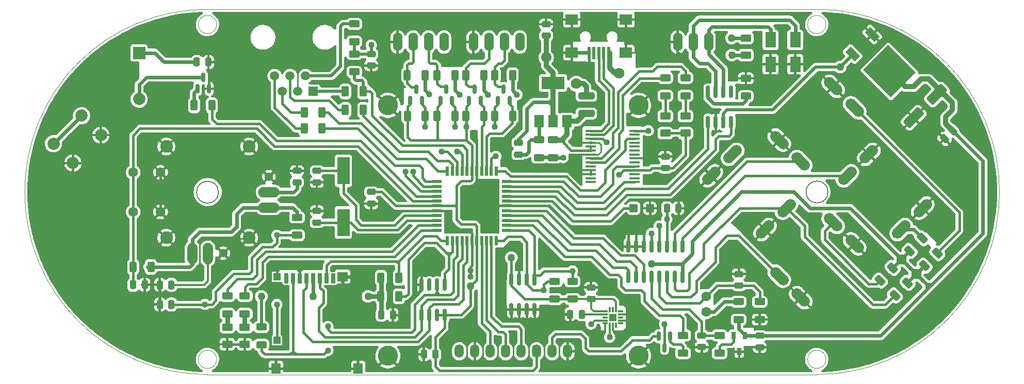
<source format=gbr>
%TF.GenerationSoftware,KiCad,Pcbnew,(6.0.7)*%
%TF.CreationDate,2022-08-17T15:13:11-05:00*%
%TF.ProjectId,Game_Cat_R3,47616d65-5f43-4617-945f-52332e6b6963,3.5*%
%TF.SameCoordinates,Original*%
%TF.FileFunction,Copper,L1,Top*%
%TF.FilePolarity,Positive*%
%FSLAX46Y46*%
G04 Gerber Fmt 4.6, Leading zero omitted, Abs format (unit mm)*
G04 Created by KiCad (PCBNEW (6.0.7)) date 2022-08-17 15:13:11*
%MOMM*%
%LPD*%
G01*
G04 APERTURE LIST*
G04 Aperture macros list*
%AMRoundRect*
0 Rectangle with rounded corners*
0 $1 Rounding radius*
0 $2 $3 $4 $5 $6 $7 $8 $9 X,Y pos of 4 corners*
0 Add a 4 corners polygon primitive as box body*
4,1,4,$2,$3,$4,$5,$6,$7,$8,$9,$2,$3,0*
0 Add four circle primitives for the rounded corners*
1,1,$1+$1,$2,$3*
1,1,$1+$1,$4,$5*
1,1,$1+$1,$6,$7*
1,1,$1+$1,$8,$9*
0 Add four rect primitives between the rounded corners*
20,1,$1+$1,$2,$3,$4,$5,0*
20,1,$1+$1,$4,$5,$6,$7,0*
20,1,$1+$1,$6,$7,$8,$9,0*
20,1,$1+$1,$8,$9,$2,$3,0*%
%AMHorizOval*
0 Thick line with rounded ends*
0 $1 width*
0 $2 $3 position (X,Y) of the first rounded end (center of the circle)*
0 $4 $5 position (X,Y) of the second rounded end (center of the circle)*
0 Add line between two ends*
20,1,$1,$2,$3,$4,$5,0*
0 Add two circle primitives to create the rounded ends*
1,1,$1,$2,$3*
1,1,$1,$4,$5*%
%AMRotRect*
0 Rectangle, with rotation*
0 The origin of the aperture is its center*
0 $1 length*
0 $2 width*
0 $3 Rotation angle, in degrees counterclockwise*
0 Add horizontal line*
21,1,$1,$2,0,0,$3*%
G04 Aperture macros list end*
%TA.AperFunction,Profile*%
%ADD10C,0.100000*%
%TD*%
%TA.AperFunction,Profile*%
%ADD11C,0.200000*%
%TD*%
%TA.AperFunction,ComponentPad*%
%ADD12O,1.498600X2.184400*%
%TD*%
%TA.AperFunction,ComponentPad*%
%ADD13C,3.302000*%
%TD*%
%TA.AperFunction,SMDPad,CuDef*%
%ADD14RoundRect,0.150000X-0.150000X0.825000X-0.150000X-0.825000X0.150000X-0.825000X0.150000X0.825000X0*%
%TD*%
%TA.AperFunction,SMDPad,CuDef*%
%ADD15RoundRect,0.250000X0.625000X-0.312500X0.625000X0.312500X-0.625000X0.312500X-0.625000X-0.312500X0*%
%TD*%
%TA.AperFunction,SMDPad,CuDef*%
%ADD16RoundRect,0.250000X-0.625000X0.312500X-0.625000X-0.312500X0.625000X-0.312500X0.625000X0.312500X0*%
%TD*%
%TA.AperFunction,SMDPad,CuDef*%
%ADD17RoundRect,0.250000X0.312500X0.625000X-0.312500X0.625000X-0.312500X-0.625000X0.312500X-0.625000X0*%
%TD*%
%TA.AperFunction,SMDPad,CuDef*%
%ADD18RoundRect,0.250000X-1.075000X0.312500X-1.075000X-0.312500X1.075000X-0.312500X1.075000X0.312500X0*%
%TD*%
%TA.AperFunction,ComponentPad*%
%ADD19C,2.000000*%
%TD*%
%TA.AperFunction,ComponentPad*%
%ADD20C,1.600000*%
%TD*%
%TA.AperFunction,SMDPad,CuDef*%
%ADD21RoundRect,0.150000X0.150000X-0.587500X0.150000X0.587500X-0.150000X0.587500X-0.150000X-0.587500X0*%
%TD*%
%TA.AperFunction,SMDPad,CuDef*%
%ADD22R,1.750000X0.450000*%
%TD*%
%TA.AperFunction,SMDPad,CuDef*%
%ADD23RoundRect,0.250000X-0.312500X-0.625000X0.312500X-0.625000X0.312500X0.625000X-0.312500X0.625000X0*%
%TD*%
%TA.AperFunction,SMDPad,CuDef*%
%ADD24R,1.500000X2.000000*%
%TD*%
%TA.AperFunction,SMDPad,CuDef*%
%ADD25R,3.800000X2.000000*%
%TD*%
%TA.AperFunction,SMDPad,CuDef*%
%ADD26R,0.650000X1.220000*%
%TD*%
%TA.AperFunction,SMDPad,CuDef*%
%ADD27RoundRect,0.250000X-0.250000X-0.475000X0.250000X-0.475000X0.250000X0.475000X-0.250000X0.475000X0*%
%TD*%
%TA.AperFunction,SMDPad,CuDef*%
%ADD28RoundRect,0.250000X0.625000X-0.375000X0.625000X0.375000X-0.625000X0.375000X-0.625000X-0.375000X0*%
%TD*%
%TA.AperFunction,SMDPad,CuDef*%
%ADD29R,0.500000X2.000000*%
%TD*%
%TA.AperFunction,SMDPad,CuDef*%
%ADD30R,2.000000X1.700000*%
%TD*%
%TA.AperFunction,ComponentPad*%
%ADD31O,1.524000X3.048000*%
%TD*%
%TA.AperFunction,ComponentPad*%
%ADD32R,1.520000X1.520000*%
%TD*%
%TA.AperFunction,ComponentPad*%
%ADD33C,1.520000*%
%TD*%
%TA.AperFunction,ComponentPad*%
%ADD34C,1.397000*%
%TD*%
%TA.AperFunction,ComponentPad*%
%ADD35C,2.095500*%
%TD*%
%TA.AperFunction,SMDPad,CuDef*%
%ADD36RoundRect,0.250000X0.671751X1.449569X-1.449569X-0.671751X-0.671751X-1.449569X1.449569X0.671751X0*%
%TD*%
%TA.AperFunction,SMDPad,CuDef*%
%ADD37RoundRect,0.250000X0.159099X-0.512652X0.512652X-0.159099X-0.159099X0.512652X-0.512652X0.159099X0*%
%TD*%
%TA.AperFunction,SMDPad,CuDef*%
%ADD38RoundRect,0.250000X0.250000X0.475000X-0.250000X0.475000X-0.250000X-0.475000X0.250000X-0.475000X0*%
%TD*%
%TA.AperFunction,ComponentPad*%
%ADD39HorizOval,1.790700X-0.633108X0.633108X0.633108X-0.633108X0*%
%TD*%
%TA.AperFunction,SMDPad,CuDef*%
%ADD40RoundRect,0.150000X-0.150000X0.587500X-0.150000X-0.587500X0.150000X-0.587500X0.150000X0.587500X0*%
%TD*%
%TA.AperFunction,SMDPad,CuDef*%
%ADD41R,1.500000X0.550000*%
%TD*%
%TA.AperFunction,SMDPad,CuDef*%
%ADD42R,0.550000X1.500000*%
%TD*%
%TA.AperFunction,SMDPad,CuDef*%
%ADD43RoundRect,0.250000X0.475000X-0.250000X0.475000X0.250000X-0.475000X0.250000X-0.475000X-0.250000X0*%
%TD*%
%TA.AperFunction,ComponentPad*%
%ADD44R,2.000000X2.000000*%
%TD*%
%TA.AperFunction,ComponentPad*%
%ADD45HorizOval,1.790700X0.633108X0.633108X-0.633108X-0.633108X0*%
%TD*%
%TA.AperFunction,SMDPad,CuDef*%
%ADD46R,2.000000X4.500000*%
%TD*%
%TA.AperFunction,SMDPad,CuDef*%
%ADD47R,1.800000X2.500000*%
%TD*%
%TA.AperFunction,SMDPad,CuDef*%
%ADD48RoundRect,0.250000X0.220971X-0.662913X0.662913X-0.220971X-0.220971X0.662913X-0.662913X0.220971X0*%
%TD*%
%TA.AperFunction,SMDPad,CuDef*%
%ADD49RoundRect,0.250000X-0.475000X0.250000X-0.475000X-0.250000X0.475000X-0.250000X0.475000X0.250000X0*%
%TD*%
%TA.AperFunction,SMDPad,CuDef*%
%ADD50RoundRect,0.150000X0.150000X-0.825000X0.150000X0.825000X-0.150000X0.825000X-0.150000X-0.825000X0*%
%TD*%
%TA.AperFunction,ComponentPad*%
%ADD51HorizOval,1.790700X-0.633108X-0.633108X0.633108X0.633108X0*%
%TD*%
%TA.AperFunction,SMDPad,CuDef*%
%ADD52RoundRect,0.250000X-0.625000X0.375000X-0.625000X-0.375000X0.625000X-0.375000X0.625000X0.375000X0*%
%TD*%
%TA.AperFunction,SMDPad,CuDef*%
%ADD53RoundRect,0.250000X-0.220971X0.662913X-0.662913X0.220971X0.220971X-0.662913X0.662913X-0.220971X0*%
%TD*%
%TA.AperFunction,SMDPad,CuDef*%
%ADD54R,1.250000X1.250000*%
%TD*%
%TA.AperFunction,SMDPad,CuDef*%
%ADD55R,0.813000X0.305000*%
%TD*%
%TA.AperFunction,SMDPad,CuDef*%
%ADD56R,0.305000X0.813000*%
%TD*%
%TA.AperFunction,SMDPad,CuDef*%
%ADD57RoundRect,0.250000X-0.450000X-0.425000X0.450000X-0.425000X0.450000X0.425000X-0.450000X0.425000X0*%
%TD*%
%TA.AperFunction,SMDPad,CuDef*%
%ADD58RotRect,2.200000X1.200000X315.000000*%
%TD*%
%TA.AperFunction,SMDPad,CuDef*%
%ADD59RotRect,6.400000X5.800000X315.000000*%
%TD*%
%TA.AperFunction,SMDPad,CuDef*%
%ADD60R,0.800100X1.678940*%
%TD*%
%TA.AperFunction,SMDPad,CuDef*%
%ADD61R,1.290320X1.300480*%
%TD*%
%TA.AperFunction,SMDPad,CuDef*%
%ADD62R,1.699260X1.501140*%
%TD*%
%TA.AperFunction,SMDPad,CuDef*%
%ADD63R,1.501140X1.699260*%
%TD*%
%TA.AperFunction,ViaPad*%
%ADD64C,1.270000*%
%TD*%
%TA.AperFunction,ViaPad*%
%ADD65C,1.016000*%
%TD*%
%TA.AperFunction,ViaPad*%
%ADD66C,1.778000*%
%TD*%
%TA.AperFunction,ViaPad*%
%ADD67C,1.701800*%
%TD*%
%TA.AperFunction,Conductor*%
%ADD68C,0.406400*%
%TD*%
%TA.AperFunction,Conductor*%
%ADD69C,0.250000*%
%TD*%
%TA.AperFunction,Conductor*%
%ADD70C,0.304800*%
%TD*%
%TA.AperFunction,Conductor*%
%ADD71C,0.254000*%
%TD*%
%TA.AperFunction,Conductor*%
%ADD72C,0.609600*%
%TD*%
%TA.AperFunction,Conductor*%
%ADD73C,0.400000*%
%TD*%
%TA.AperFunction,Conductor*%
%ADD74C,0.300000*%
%TD*%
%TA.AperFunction,Conductor*%
%ADD75C,0.508000*%
%TD*%
%TA.AperFunction,Conductor*%
%ADD76C,0.812800*%
%TD*%
%TA.AperFunction,Conductor*%
%ADD77C,0.762000*%
%TD*%
%TA.AperFunction,Conductor*%
%ADD78C,1.676400*%
%TD*%
%TA.AperFunction,Conductor*%
%ADD79C,0.500000*%
%TD*%
%TA.AperFunction,Conductor*%
%ADD80C,0.558800*%
%TD*%
G04 APERTURE END LIST*
D10*
X92730000Y-126550000D02*
G75*
G03*
X92730000Y-126550000I-1500000J0D01*
G01*
X192730000Y-71550000D02*
G75*
G03*
X192730000Y-71550000I-1500000J0D01*
G01*
X192730000Y-126550000D02*
G75*
G03*
X192730000Y-126550000I-1500000J0D01*
G01*
D11*
X93032851Y-99092749D02*
G75*
G03*
X93032851Y-99092749I-1796051J0D01*
G01*
X193058051Y-99060000D02*
G75*
G03*
X193058051Y-99060000I-1796051J0D01*
G01*
D10*
X61230000Y-99050000D02*
G75*
G03*
X91230000Y-129050000I30000000J0D01*
G01*
X91230000Y-69050000D02*
G75*
G03*
X61230000Y-99050000I0J-30000000D01*
G01*
X191230000Y-129050000D02*
X91230000Y-129050000D01*
X221230000Y-99050000D02*
G75*
G03*
X191230000Y-69050000I-30000000J0D01*
G01*
X91230000Y-69050000D02*
X191230000Y-69050000D01*
X92730000Y-71550000D02*
G75*
G03*
X92730000Y-71550000I-1500000J0D01*
G01*
X191230000Y-129050000D02*
G75*
G03*
X221230000Y-99050000I0J30000000D01*
G01*
D12*
%TO.P,LCD1,1,RES*%
%TO.N,SS_GLCD*%
X132540000Y-125222000D03*
%TO.P,LCD1,2,SCE*%
%TO.N,GND*%
X135080000Y-125222000D03*
%TO.P,LCD1,3,DC*%
%TO.N,MISO_GLCD*%
X137620000Y-125222000D03*
%TO.P,LCD1,4,DIN*%
%TO.N,MOSI_GLCD*%
X140160000Y-125222000D03*
%TO.P,LCD1,5,CLK*%
%TO.N,SCK_GLCD*%
X142700000Y-125222000D03*
%TO.P,LCD1,6,VCC*%
%TO.N,+3V3*%
X145240000Y-125222000D03*
%TO.P,LCD1,7,LED*%
%TO.N,Net-(LCD1-Pad7)*%
X147780000Y-125222000D03*
D13*
%TO.P,LCD1,8,GND*%
%TO.N,GND*%
X161994000Y-125976000D03*
X120846000Y-125976000D03*
D12*
X150320000Y-125222000D03*
D13*
X161994000Y-84828000D03*
X120846000Y-84828000D03*
%TD*%
D14*
%TO.P,U2,1,A4*%
%TO.N,/BUTTONS/Button(B)*%
X169164000Y-108015000D03*
%TO.P,U2,2,A6*%
%TO.N,/BUTTONS/Button(Y)*%
X167894000Y-108015000D03*
%TO.P,U2,3,A*%
%TO.N,ADC-IN*%
X166624000Y-108015000D03*
%TO.P,U2,4,A7*%
%TO.N,/BUTTONS/Axis(Y)*%
X165354000Y-108015000D03*
%TO.P,U2,5,A5*%
%TO.N,/BUTTONS/Axis(X)*%
X164084000Y-108015000D03*
%TO.P,U2,6,~{E}*%
%TO.N,GND*%
X162814000Y-108015000D03*
%TO.P,U2,7,VEE*%
X161544000Y-108015000D03*
%TO.P,U2,8,GND*%
X160274000Y-108015000D03*
%TO.P,U2,9,S2*%
%TO.N,MUX_C*%
X160274000Y-112965000D03*
%TO.P,U2,10,S1*%
%TO.N,MUX_B*%
X161544000Y-112965000D03*
%TO.P,U2,11,S0*%
%TO.N,MUX_A*%
X162814000Y-112965000D03*
%TO.P,U2,12,A3*%
%TO.N,/BUTTONS/Temp*%
X164084000Y-112965000D03*
%TO.P,U2,13,A0*%
%TO.N,/BUTTONS/Light*%
X165354000Y-112965000D03*
%TO.P,U2,14,A1*%
%TO.N,/BUTTONS/Button(A)*%
X166624000Y-112965000D03*
%TO.P,U2,15,A2*%
%TO.N,/BUTTONS/Button(X)*%
X167894000Y-112965000D03*
%TO.P,U2,16,VCC*%
%TO.N,+3V3*%
X169164000Y-112965000D03*
%TD*%
D15*
%TO.P,R29,1*%
%TO.N,Net-(C17-Pad2)*%
X115316000Y-74375200D03*
%TO.P,R29,2*%
%TO.N,+3V3*%
X115316000Y-71450200D03*
%TD*%
D16*
%TO.P,R1,1*%
%TO.N,Net-(R1-Pad1)*%
X94488000Y-116139500D03*
%TO.P,R1,2*%
%TO.N,Net-(LD1-Pad2)*%
X94488000Y-119064500D03*
%TD*%
D17*
%TO.P,R15,1*%
%TO.N,BUZZER*%
X91952000Y-84836000D03*
%TO.P,R15,2*%
%TO.N,Net-(Q2-Pad1)*%
X89027000Y-84836000D03*
%TD*%
D18*
%TO.P,F1,1*%
%TO.N,Net-(F1-Pad1)*%
X153416000Y-83246500D03*
%TO.P,F1,2*%
%TO.N,+5V*%
X153416000Y-86171500D03*
%TD*%
D19*
%TO.P,SW5,1,1*%
%TO.N,GND*%
X73739088Y-89715734D03*
X69142894Y-94311928D03*
%TO.P,SW5,2,2*%
%TO.N,Net-(C17-Pad2)*%
X65960913Y-91129948D03*
X70557107Y-86533753D03*
%TD*%
D20*
%TO.P,R7,1*%
%TO.N,Net-(R6-Pad2)*%
X173101000Y-118745000D03*
%TO.P,R7,2*%
%TO.N,/BUTTONS/Light*%
X173101000Y-116205000D03*
%TD*%
D17*
%TO.P,R18,1*%
%TO.N,+5C*%
X131853400Y-79872840D03*
%TO.P,R18,2*%
%TO.N,Net-(J2-Pad2)*%
X128928400Y-79872840D03*
%TD*%
D21*
%TO.P,Q4,1,G*%
%TO.N,+3V3*%
X124526000Y-84033870D03*
%TO.P,Q4,2,S*%
%TO.N,RX_UART_A*%
X126426000Y-84033870D03*
%TO.P,Q4,3,D*%
%TO.N,Net-(J2-Pad3)*%
X125476000Y-82158870D03*
%TD*%
D16*
%TO.P,R36,1*%
%TO.N,/POWER_SUPPLY/CBUS0*%
X166370000Y-80325500D03*
%TO.P,R36,2*%
%TO.N,Net-(D4-Pad1)*%
X166370000Y-83250500D03*
%TD*%
D21*
%TO.P,Q6,1,G*%
%TO.N,+3V3*%
X134152600Y-84033870D03*
%TO.P,Q6,2,S*%
%TO.N,RX_UART_B*%
X136052600Y-84033870D03*
%TO.P,Q6,3,D*%
%TO.N,Net-(J3-Pad3)*%
X135102600Y-82158870D03*
%TD*%
D15*
%TO.P,R16,1*%
%TO.N,+3V3*%
X148209000Y-116651500D03*
%TO.P,R16,2*%
%TO.N,I2C_SCL*%
X148209000Y-113726500D03*
%TD*%
D22*
%TO.P,U8,1,TXD*%
%TO.N,RX_USB*%
X161334000Y-97443000D03*
%TO.P,U8,2,DTR*%
%TO.N,unconnected-(U8-Pad2)*%
X161334000Y-96793000D03*
%TO.P,U8,3,RTS*%
%TO.N,unconnected-(U8-Pad3)*%
X161334000Y-96143000D03*
%TO.P,U8,4,VCCIO*%
%TO.N,+3.3VA*%
X161334000Y-95493000D03*
%TO.P,U8,5,RXD*%
%TO.N,TX_USB*%
X161334000Y-94843000D03*
%TO.P,U8,6,RI*%
%TO.N,unconnected-(U8-Pad6)*%
X161334000Y-94193000D03*
%TO.P,U8,7,GND*%
%TO.N,GND*%
X161334000Y-93543000D03*
%TO.P,U8,8*%
%TO.N,N/C*%
X161334000Y-92893000D03*
%TO.P,U8,9,DCR*%
%TO.N,unconnected-(U8-Pad9)*%
X161334000Y-92243000D03*
%TO.P,U8,10,DCD*%
%TO.N,unconnected-(U8-Pad10)*%
X161334000Y-91593000D03*
%TO.P,U8,11,CTS*%
%TO.N,unconnected-(U8-Pad11)*%
X161334000Y-90943000D03*
%TO.P,U8,12,CBUS4*%
%TO.N,SLEEP_USB*%
X161334000Y-90293000D03*
%TO.P,U8,13,CBUS2*%
%TO.N,unconnected-(U8-Pad13)*%
X161334000Y-89643000D03*
%TO.P,U8,14,CBUS3*%
%TO.N,/POWER_SUPPLY/PWREN*%
X161334000Y-88993000D03*
%TO.P,U8,15,USBD+*%
%TO.N,Net-(U8-Pad15)*%
X154134000Y-88993000D03*
%TO.P,U8,16,USBD-*%
%TO.N,Net-(U8-Pad16)*%
X154134000Y-89643000D03*
%TO.P,U8,17,3V3OUT*%
%TO.N,+3.3VA*%
X154134000Y-90293000D03*
%TO.P,U8,18,GND*%
%TO.N,GND*%
X154134000Y-90943000D03*
%TO.P,U8,19,~{RESET}*%
%TO.N,+5V*%
X154134000Y-91593000D03*
%TO.P,U8,20,VCC*%
X154134000Y-92243000D03*
%TO.P,U8,21,GND*%
%TO.N,GND*%
X154134000Y-92893000D03*
%TO.P,U8,22,CBUS1*%
%TO.N,/POWER_SUPPLY/CBUS1*%
X154134000Y-93543000D03*
%TO.P,U8,23,CBUS0*%
%TO.N,/POWER_SUPPLY/CBUS0*%
X154134000Y-94193000D03*
%TO.P,U8,24*%
%TO.N,N/C*%
X154134000Y-94843000D03*
%TO.P,U8,25,AGND*%
%TO.N,GND*%
X154134000Y-95493000D03*
%TO.P,U8,26,TEST*%
X154134000Y-96143000D03*
%TO.P,U8,27,OSCI*%
%TO.N,unconnected-(U8-Pad27)*%
X154134000Y-96793000D03*
%TO.P,U8,28,OSCO*%
%TO.N,unconnected-(U8-Pad28)*%
X154134000Y-97443000D03*
%TD*%
D23*
%TO.P,R34,1*%
%TO.N,Net-(R34-Pad1)*%
X113853500Y-82550000D03*
%TO.P,R34,2*%
%TO.N,RESET_CTRL*%
X116778500Y-82550000D03*
%TD*%
D24*
%TO.P,Q7,1,G*%
%TO.N,Net-(C18-Pad2)*%
X145653760Y-87454740D03*
%TO.P,Q7,2,D*%
%TO.N,Net-(C18-Pad1)*%
X147953760Y-87454740D03*
%TO.P,Q7,3,S*%
%TO.N,+5V*%
X150253760Y-87454740D03*
D25*
%TO.P,Q7,4*%
%TO.N,N/C*%
X147953760Y-81154740D03*
%TD*%
D26*
%TO.P,U3,1,VCC*%
%TO.N,+3V3*%
X179448500Y-122682000D03*
%TO.P,U3,2,Vo*%
%TO.N,Net-(R12-Pad2)*%
X177548500Y-122682000D03*
%TO.P,U3,3,GND*%
%TO.N,GND*%
X178498500Y-125302000D03*
%TD*%
D23*
%TO.P,R9,1*%
%TO.N,+3V3*%
X119695500Y-113157000D03*
%TO.P,R9,2*%
%TO.N,SS_USD*%
X122620500Y-113157000D03*
%TD*%
D27*
%TO.P,C24,1*%
%TO.N,ADC-IN*%
X166624000Y-101727000D03*
%TO.P,C24,2*%
%TO.N,GND*%
X168524000Y-101727000D03*
%TD*%
D28*
%TO.P,LD2,1,K*%
%TO.N,GND*%
X97345500Y-124079000D03*
%TO.P,LD2,2,A*%
%TO.N,Net-(LD2-Pad2)*%
X97345500Y-121279000D03*
%TD*%
D23*
%TO.P,R31,1*%
%TO.N,Net-(R31-Pad1)*%
X107122500Y-88646000D03*
%TO.P,R31,2*%
%TO.N,AUX_ICD*%
X110047500Y-88646000D03*
%TD*%
D17*
%TO.P,R26,1*%
%TO.N,TX_UART_B*%
X141314900Y-86563200D03*
%TO.P,R26,2*%
%TO.N,+3V3*%
X138389900Y-86563200D03*
%TD*%
%TO.P,R21,1*%
%TO.N,RX_UART_A*%
X126951200Y-86563200D03*
%TO.P,R21,2*%
%TO.N,+3V3*%
X124026200Y-86563200D03*
%TD*%
D16*
%TO.P,R38,1*%
%TO.N,Net-(C18-Pad2)*%
X145653760Y-90485500D03*
%TO.P,R38,2*%
%TO.N,/POWER_SUPPLY/PWREN*%
X145653760Y-93410500D03*
%TD*%
%TO.P,R8,1*%
%TO.N,/BUTTONS/Light*%
X181864000Y-117094000D03*
%TO.P,R8,2*%
%TO.N,GND*%
X181864000Y-120019000D03*
%TD*%
%TO.P,R35,1*%
%TO.N,/POWER_SUPPLY/CBUS1*%
X169672000Y-80325500D03*
%TO.P,R35,2*%
%TO.N,Net-(D3-Pad1)*%
X169672000Y-83250500D03*
%TD*%
D17*
%TO.P,R20,1*%
%TO.N,+5C*%
X126938500Y-79872840D03*
%TO.P,R20,2*%
%TO.N,Net-(J2-Pad3)*%
X124013500Y-79872840D03*
%TD*%
D29*
%TO.P,USB1,1,VBUS*%
%TO.N,Net-(F1-Pad1)*%
X157050340Y-76288900D03*
%TO.P,USB1,2,D-*%
%TO.N,Net-(U8-Pad16)*%
X156250340Y-76288900D03*
%TO.P,USB1,3,D+*%
%TO.N,Net-(U8-Pad15)*%
X155450340Y-76288900D03*
%TO.P,USB1,4,ID*%
%TO.N,unconnected-(USB1-Pad4)*%
X154650340Y-76288900D03*
%TO.P,USB1,5,GND*%
%TO.N,GND*%
X153850340Y-76288900D03*
D30*
%TO.P,USB1,6,Shield*%
X159900340Y-70738900D03*
X151000340Y-70738900D03*
X151000340Y-76188900D03*
X159900340Y-76188900D03*
%TD*%
D31*
%TO.P,J4,1,Pin_1*%
%TO.N,/BUTTONS/CANL*%
X173482000Y-74422000D03*
%TO.P,J4,2,Pin_2*%
%TO.N,/BUTTONS/CANH*%
X170942000Y-74422000D03*
%TO.P,J4,3,Pin_3*%
%TO.N,GND*%
X168402000Y-74422000D03*
%TD*%
D16*
%TO.P,R12,1*%
%TO.N,/BUTTONS/Temp*%
X175260000Y-122616500D03*
%TO.P,R12,2*%
%TO.N,Net-(R12-Pad2)*%
X175260000Y-125541500D03*
%TD*%
D32*
%TO.P,RJ1,1*%
%TO.N,Net-(R34-Pad1)*%
X108585000Y-82550000D03*
D33*
%TO.P,RJ1,2*%
%TO.N,+3V3*%
X107315000Y-80010000D03*
%TO.P,RJ1,3*%
%TO.N,GND*%
X106045000Y-82550000D03*
%TO.P,RJ1,4*%
%TO.N,Net-(R33-Pad1)*%
X104775000Y-80010000D03*
%TO.P,RJ1,5*%
%TO.N,Net-(R32-Pad1)*%
X103505000Y-82550000D03*
%TO.P,RJ1,6*%
%TO.N,Net-(R31-Pad1)*%
X102235000Y-80010000D03*
%TD*%
D34*
%TO.P,J1,1,V+*%
%TO.N,+3V3*%
X88737081Y-109118400D03*
%TO.P,J1,2,V*%
%TO.N,/BUTTONS/Axis(X)*%
X91277081Y-109118400D03*
%TO.P,J1,3,V-*%
%TO.N,GND*%
X93817081Y-109118400D03*
%TO.P,J1,4,H+~{}*%
%TO.N,+3V3*%
X101310081Y-101625400D03*
%TO.P,J1,5,H*%
%TO.N,/BUTTONS/Axis(Y)*%
X101310081Y-99085400D03*
%TO.P,J1,6,H-*%
%TO.N,GND*%
X101310081Y-96545400D03*
D20*
%TO.P,J1,7,B+*%
%TO.N,BUTTON_Z*%
X79027081Y-102335400D03*
X79027081Y-95835400D03*
%TO.P,J1,8,B-*%
%TO.N,GND*%
X83527081Y-102335400D03*
X83527081Y-95835400D03*
D35*
%TO.P,J1,9,SHIELD*%
X84482581Y-106578400D03*
X98071581Y-106578400D03*
X84482581Y-91592400D03*
X98071581Y-91592400D03*
%TD*%
D36*
%TO.P,C22,1*%
%TO.N,+3V3*%
X210951188Y-83053812D03*
%TO.P,C22,2*%
%TO.N,GND*%
X207132812Y-86872188D03*
%TD*%
D37*
%TO.P,C23,1*%
%TO.N,GND*%
X212180249Y-90333751D03*
%TO.P,C23,2*%
%TO.N,+3V3*%
X213523751Y-88990249D03*
%TD*%
D38*
%TO.P,C6,1*%
%TO.N,+3V3*%
X128651000Y-125730000D03*
%TO.P,C6,2*%
%TO.N,GND*%
X126751000Y-125730000D03*
%TD*%
D27*
%TO.P,C14,1*%
%TO.N,+3V3*%
X89474000Y-77724000D03*
%TO.P,C14,2*%
%TO.N,GND*%
X91374000Y-77724000D03*
%TD*%
D21*
%TO.P,Q2,1,B*%
%TO.N,Net-(Q2-Pad1)*%
X89601000Y-82090500D03*
%TO.P,Q2,2,E*%
%TO.N,GND*%
X91501000Y-82090500D03*
%TO.P,Q2,3,C*%
%TO.N,Net-(BZ1-Pad2)*%
X90551000Y-80215500D03*
%TD*%
D39*
%TO.P,SW4,1,1*%
%TO.N,/BUTTONS/Button(Y)*%
X197440416Y-85225844D03*
%TO.P,SW4,2,2*%
X188603844Y-94062416D03*
%TO.P,SW4,3,K*%
%TO.N,GND*%
X193920156Y-81705584D03*
%TO.P,SW4,4,A*%
X185083584Y-90542156D03*
%TD*%
D15*
%TO.P,R5,1*%
%TO.N,CHECK-SD*%
X105918000Y-106172000D03*
%TO.P,R5,2*%
%TO.N,+3V3*%
X105918000Y-103247000D03*
%TD*%
D40*
%TO.P,Q1,1,B*%
%TO.N,Net-(Q1-Pad1)*%
X167193000Y-122760500D03*
%TO.P,Q1,2,E*%
%TO.N,Net-(LCD1-Pad7)*%
X165293000Y-122760500D03*
%TO.P,Q1,3,C*%
%TO.N,+3V3*%
X166243000Y-124635500D03*
%TD*%
D41*
%TO.P,U1,1,SDA1/RP9/CN21/PMD3/RB9*%
%TO.N,I2C_SDA*%
X140320000Y-105346000D03*
%TO.P,U1,2,RC6/PMA1/CN18/RP22*%
%TO.N,GLCD_LED*%
X140320000Y-104546000D03*
%TO.P,U1,3,RC7/CN17/PMA0/RP23*%
%TO.N,MUX_C*%
X140320000Y-103746000D03*
%TO.P,U1,4,RC8/PMA5/CN20/RP24*%
%TO.N,MUX_B*%
X140320000Y-102946000D03*
%TO.P,U1,5,RC9/PMA6/CN19/RP25*%
%TO.N,MUX_A*%
X140320000Y-102146000D03*
%TO.P,U1,6,VSS*%
%TO.N,GND*%
X140320000Y-101346000D03*
%TO.P,U1,7,VCAP*%
%TO.N,/MICROCONTROLLER/VCAP*%
X140320000Y-100546000D03*
%TO.P,U1,8,PGED2/EMCD2/RP10/CN16/PMD2/RB10*%
%TO.N,RX_CAN*%
X140320000Y-99746000D03*
%TO.P,U1,9,PGEC2/RP11/CN15/PMD1/RB11*%
%TO.N,TX_CAN*%
X140320000Y-98946000D03*
%TO.P,U1,10,AN12/RP12/CN14/PMD0/RB12*%
%TO.N,RX_USB*%
X140320000Y-98146000D03*
%TO.P,U1,11,AN11/RP13/CN13/PMRD/RB13*%
%TO.N,TX_USB*%
X140320000Y-97346000D03*
D42*
%TO.P,U1,12,RA10/PMA10/TMS*%
%TO.N,SLEEP_USB*%
X138620000Y-95646000D03*
%TO.P,U1,13,RA7/PMA7/TCK*%
%TO.N,SS_GLCD*%
X137820000Y-95646000D03*
%TO.P,U1,14,AN10/RTCC/RP14/CN12/PMWR/RB14*%
%TO.N,TX_UART_B*%
X137020000Y-95646000D03*
%TO.P,U1,15,AN9/RP15/CN11/PMCS1/RB15*%
%TO.N,RX_UART_B*%
X136220000Y-95646000D03*
%TO.P,U1,16,AVSS*%
%TO.N,GND*%
X135420000Y-95646000D03*
%TO.P,U1,17,AVDD*%
%TO.N,+3V3*%
X134620000Y-95646000D03*
%TO.P,U1,18,MCLR*%
%TO.N,RESET_CTRL*%
X133820000Y-95646000D03*
%TO.P,U1,19,RA0/CN2/VREF+/AN0*%
%TO.N,ADC-IN*%
X133020000Y-95646000D03*
%TO.P,U1,20,RA1/CN3/VREF-/AN1*%
%TO.N,CHECK-SD*%
X132220000Y-95646000D03*
%TO.P,U1,21,PGED1/AN2/C2IN-/RP0/CN4/RB0*%
%TO.N,PGD_ICD*%
X131420000Y-95646000D03*
%TO.P,U1,22,PGEC1/AN3/C2IN+/RP1/CN5/RB1*%
%TO.N,PGC_ICD*%
X130620000Y-95646000D03*
D41*
%TO.P,U1,23,AN4/C1IN-/RP2/CN6/RB2*%
%TO.N,AUX_ICD*%
X128920000Y-97346000D03*
%TO.P,U1,24,AN5/C1IN+/RP3/CN7/RB3*%
%TO.N,TX_UART_A*%
X128920000Y-98146000D03*
%TO.P,U1,25,RC0/CN8/RP16/AN6*%
%TO.N,RX_UART_A*%
X128920000Y-98946000D03*
%TO.P,U1,26,RC1/CN9/RP17/AN7*%
%TO.N,BUZZER*%
X128920000Y-99746000D03*
%TO.P,U1,27,RC2/CN10/PMA2/RP18/CVREF/AN8*%
%TO.N,BUTTON_Z*%
X128920000Y-100546000D03*
%TO.P,U1,28,VDD*%
%TO.N,+3V3*%
X128920000Y-101346000D03*
%TO.P,U1,29,VSS*%
%TO.N,GND*%
X128920000Y-102146000D03*
%TO.P,U1,30,RA2/CN30/CLKI/OSC1*%
%TO.N,Net-(C1-Pad1)*%
X128920000Y-102946000D03*
%TO.P,U1,31,RA3/CN29/CLKO/OSC2*%
%TO.N,Net-(C2-Pad2)*%
X128920000Y-103746000D03*
%TO.P,U1,32,RA8/PMA8/TDO*%
%TO.N,Net-(R1-Pad1)*%
X128920000Y-104546000D03*
%TO.P,U1,33,SOSCI/RP4/CN1/RB4*%
%TO.N,Net-(R2-Pad1)*%
X128920000Y-105346000D03*
D42*
%TO.P,U1,34,RA4/CN0/T1CK/SOSCO*%
%TO.N,SS_USD*%
X130620000Y-107046000D03*
%TO.P,U1,35,RA9/PMA9/TDI*%
%TO.N,SS_RAM*%
X131420000Y-107046000D03*
%TO.P,U1,36,RC3/PMBE/CN28/RP19*%
%TO.N,MISO_MEN*%
X132220000Y-107046000D03*
%TO.P,U1,37,RC4/PMA4/CN25/RP20*%
%TO.N,MOSI_MEN*%
X133020000Y-107046000D03*
%TO.P,U1,38,RC5/PMA3/CN26/RP21*%
%TO.N,SCK_MEM*%
X133820000Y-107046000D03*
%TO.P,U1,39,VSS*%
%TO.N,GND*%
X134620000Y-107046000D03*
%TO.P,U1,40,VDD*%
%TO.N,+3V3*%
X135420000Y-107046000D03*
%TO.P,U1,41,PGED3/ASDA1/RP5/CN27/PMD7/RB5*%
%TO.N,MISO_GLCD*%
X136220000Y-107046000D03*
%TO.P,U1,42,PGEC3/ASCL1/RP6/CN24/PMD6/RB6*%
%TO.N,MOSI_GLCD*%
X137020000Y-107046000D03*
%TO.P,U1,43,INT0/RP7/CN23/PMD5/RB7*%
%TO.N,SCK_GLCD*%
X137820000Y-107046000D03*
%TO.P,U1,44,SCL1/RP8/CN22/PMD4/RB8*%
%TO.N,I2C_SCL*%
X138620000Y-107046000D03*
%TD*%
D31*
%TO.P,J3,1,Pin_1*%
%TO.N,Net-(J3-Pad1)*%
X142489766Y-74422000D03*
%TO.P,J3,2,Pin_2*%
%TO.N,Net-(J3-Pad2)*%
X139949766Y-74422000D03*
%TO.P,J3,3,Pin_3*%
%TO.N,Net-(J3-Pad3)*%
X137409766Y-74422000D03*
%TO.P,J3,4,Pin_4*%
%TO.N,GND*%
X134869766Y-74422000D03*
%TD*%
D43*
%TO.P,C9,1*%
%TO.N,/BUTTONS/Axis(Y)*%
X105918000Y-97470000D03*
%TO.P,C9,2*%
%TO.N,GND*%
X105918000Y-95570000D03*
%TD*%
D28*
%TO.P,D5,1,K*%
%TO.N,Net-(D5-Pad1)*%
X179598000Y-76584000D03*
%TO.P,D5,2,A*%
%TO.N,Net-(C18-Pad1)*%
X179598000Y-73784000D03*
%TD*%
D44*
%TO.P,BZ1,1,-*%
%TO.N,+3V3*%
X80010000Y-76210000D03*
D19*
%TO.P,BZ1,2,+*%
%TO.N,Net-(BZ1-Pad2)*%
X80010000Y-83810000D03*
%TD*%
D31*
%TO.P,J2,1,Pin_1*%
%TO.N,Net-(J2-Pad1)*%
X130052233Y-74422000D03*
%TO.P,J2,2,Pin_2*%
%TO.N,Net-(J2-Pad2)*%
X127512233Y-74422000D03*
%TO.P,J2,3,Pin_3*%
%TO.N,Net-(J2-Pad3)*%
X124972233Y-74422000D03*
%TO.P,J2,4,Pin_4*%
%TO.N,GND*%
X122432233Y-74422000D03*
%TD*%
D45*
%TO.P,SW3,1,1*%
%TO.N,/BUTTONS/Button(B)*%
X205096156Y-105238416D03*
%TO.P,SW3,2,2*%
X196259584Y-96401844D03*
%TO.P,SW3,3,K*%
%TO.N,GND*%
X208616416Y-101718156D03*
%TO.P,SW3,4,A*%
X199779844Y-92881584D03*
%TD*%
D46*
%TO.P,X1,1,1*%
%TO.N,Net-(C2-Pad2)*%
X113538000Y-104072000D03*
%TO.P,X1,2,2*%
%TO.N,Net-(C1-Pad1)*%
X113538000Y-95572000D03*
%TD*%
D47*
%TO.P,D1,1,A1*%
%TO.N,GND*%
X187706000Y-78073000D03*
%TO.P,D1,2,A2*%
%TO.N,/BUTTONS/CANH*%
X187706000Y-74073000D03*
%TD*%
D43*
%TO.P,C13,1*%
%TO.N,GND*%
X172339000Y-124516500D03*
%TO.P,C13,2*%
%TO.N,/BUTTONS/Temp*%
X172339000Y-122616500D03*
%TD*%
D48*
%TO.P,R10,1*%
%TO.N,+3V3*%
X208922256Y-111168544D03*
%TO.P,R10,2*%
%TO.N,/BUTTONS/Button(Y)*%
X210990544Y-109100256D03*
%TD*%
D49*
%TO.P,C2,1*%
%TO.N,GND*%
X109169200Y-102172000D03*
%TO.P,C2,2*%
%TO.N,Net-(C2-Pad2)*%
X109169200Y-104072000D03*
%TD*%
D43*
%TO.P,C17,1*%
%TO.N,GND*%
X118110000Y-78303200D03*
%TO.P,C17,2*%
%TO.N,Net-(C17-Pad2)*%
X118110000Y-76403200D03*
%TD*%
D50*
%TO.P,U6,1,TxD*%
%TO.N,TX_CAN*%
X173355000Y-87565000D03*
%TO.P,U6,2,GND*%
%TO.N,GND*%
X174625000Y-87565000D03*
%TO.P,U6,3,VCC*%
%TO.N,+5C*%
X175895000Y-87565000D03*
%TO.P,U6,4,RxD*%
%TO.N,RX_CAN*%
X177165000Y-87565000D03*
%TO.P,U6,5,Vref*%
%TO.N,unconnected-(U6-Pad5)*%
X177165000Y-82615000D03*
%TO.P,U6,6,CAN-*%
%TO.N,/BUTTONS/CANL*%
X175895000Y-82615000D03*
%TO.P,U6,7,CAN+*%
%TO.N,/BUTTONS/CANH*%
X174625000Y-82615000D03*
%TO.P,U6,8,Rsl*%
%TO.N,Net-(R24-Pad2)*%
X173355000Y-82615000D03*
%TD*%
D17*
%TO.P,R25,1*%
%TO.N,+5C*%
X141314900Y-79872840D03*
%TO.P,R25,2*%
%TO.N,Net-(J3-Pad2)*%
X138389900Y-79872840D03*
%TD*%
D51*
%TO.P,SW2,1,1*%
%TO.N,/BUTTONS/Button(X)*%
X177427844Y-92881584D03*
%TO.P,SW2,2,2*%
X186264416Y-101718156D03*
%TO.P,SW2,3,K*%
%TO.N,GND*%
X173907584Y-96401844D03*
%TO.P,SW2,4,A*%
X182744156Y-105238416D03*
%TD*%
D49*
%TO.P,C19,1*%
%TO.N,GND*%
X146812000Y-71501000D03*
%TO.P,C19,2*%
%TO.N,Net-(C18-Pad1)*%
X146812000Y-73401000D03*
%TD*%
D16*
%TO.P,R4,1*%
%TO.N,GLCD_LED*%
X169291000Y-122616500D03*
%TO.P,R4,2*%
%TO.N,Net-(Q1-Pad1)*%
X169291000Y-125541500D03*
%TD*%
%TO.P,R23,1*%
%TO.N,+3V3*%
X100076000Y-121236500D03*
%TO.P,R23,2*%
%TO.N,MISO_MEN*%
X100076000Y-124161500D03*
%TD*%
D21*
%TO.P,Q3,1,G*%
%TO.N,+3V3*%
X129440900Y-84033870D03*
%TO.P,Q3,2,S*%
%TO.N,TX_UART_A*%
X131340900Y-84033870D03*
%TO.P,Q3,3,D*%
%TO.N,Net-(J2-Pad2)*%
X130390900Y-82158870D03*
%TD*%
D52*
%TO.P,D4,1,K*%
%TO.N,Net-(D4-Pad1)*%
X166370000Y-86585600D03*
%TO.P,D4,2,A*%
%TO.N,+3.3VA*%
X166370000Y-89385600D03*
%TD*%
D53*
%TO.P,R13,1*%
%TO.N,+3V3*%
X206113744Y-113977056D03*
%TO.P,R13,2*%
%TO.N,/BUTTONS/Button(X)*%
X204045456Y-116045344D03*
%TD*%
D38*
%TO.P,C10,1*%
%TO.N,/BUTTONS/Axis(X)*%
X85313600Y-114312700D03*
%TO.P,C10,2*%
%TO.N,GND*%
X83413600Y-114312700D03*
%TD*%
D53*
%TO.P,R14,1*%
%TO.N,+3V3*%
X203675344Y-111538656D03*
%TO.P,R14,2*%
%TO.N,/BUTTONS/Button(A)*%
X201607056Y-113606944D03*
%TD*%
D43*
%TO.P,C11,1*%
%TO.N,/BUTTONS/Light*%
X178435000Y-114427000D03*
%TO.P,C11,2*%
%TO.N,GND*%
X178435000Y-112527000D03*
%TD*%
D38*
%TO.P,C16,1*%
%TO.N,Net-(C16-Pad1)*%
X152660000Y-119150000D03*
%TO.P,C16,2*%
%TO.N,GND*%
X150760000Y-119150000D03*
%TD*%
D50*
%TO.P,U4,1,E0*%
%TO.N,GND*%
X141097000Y-118364000D03*
%TO.P,U4,2,E1*%
X142367000Y-118364000D03*
%TO.P,U4,3,E2*%
X143637000Y-118364000D03*
%TO.P,U4,4,VSS*%
X144907000Y-118364000D03*
%TO.P,U4,5,SDA*%
%TO.N,I2C_SDA*%
X144907000Y-113414000D03*
%TO.P,U4,6,SCL*%
%TO.N,I2C_SCL*%
X143637000Y-113414000D03*
%TO.P,U4,7,~{WC}*%
%TO.N,GND*%
X142367000Y-113414000D03*
%TO.P,U4,8,VCC*%
%TO.N,+3V3*%
X141097000Y-113414000D03*
%TD*%
D38*
%TO.P,C7,1*%
%TO.N,CHECK-SD*%
X85313600Y-117544850D03*
%TO.P,C7,2*%
%TO.N,GND*%
X83413600Y-117544850D03*
%TD*%
D54*
%TO.P,U7,*%
%TO.N,*%
X157728996Y-119650000D03*
D55*
%TO.P,U7,1,VDDIO*%
%TO.N,+3V3*%
X156453996Y-118650000D03*
%TO.P,U7,2,BYP*%
%TO.N,Net-(C16-Pad1)*%
X156453996Y-119150000D03*
%TO.P,U7,3*%
%TO.N,N/C*%
X156453996Y-119650000D03*
%TO.P,U7,4,SCL*%
%TO.N,I2C_SCL*%
X156453996Y-120150000D03*
%TO.P,U7,5,GND*%
%TO.N,GND*%
X156453996Y-120650000D03*
D56*
%TO.P,U7,6,SDA*%
%TO.N,I2C_SDA*%
X157228996Y-120925000D03*
%TO.P,U7,7,SAO*%
%TO.N,GND*%
X157728996Y-120925000D03*
%TO.P,U7,8*%
%TO.N,N/C*%
X158228996Y-120925000D03*
D55*
%TO.P,U7,9,INT2*%
%TO.N,unconnected-(U7-Pad9)*%
X159003996Y-120650000D03*
%TO.P,U7,10,GND*%
%TO.N,GND*%
X159003996Y-120150000D03*
%TO.P,U7,11,INT1*%
%TO.N,unconnected-(U7-Pad11)*%
X159003996Y-119650000D03*
%TO.P,U7,12,GND*%
%TO.N,GND*%
X159003996Y-119150000D03*
%TO.P,U7,13*%
%TO.N,N/C*%
X159003996Y-118650000D03*
D56*
%TO.P,U7,14,VDD*%
%TO.N,+3V3*%
X158228996Y-118375000D03*
%TO.P,U7,15*%
%TO.N,N/C*%
X157728996Y-118375000D03*
%TO.P,U7,16*%
X157228996Y-118375000D03*
%TD*%
D39*
%TO.P,SW1,1,1*%
%TO.N,/BUTTONS/Button(A)*%
X185083584Y-112894156D03*
%TO.P,SW1,2,2*%
X193920156Y-104057584D03*
%TO.P,SW1,3,K*%
%TO.N,GND*%
X188603844Y-116414416D03*
%TO.P,SW1,4,A*%
X197440416Y-107577844D03*
%TD*%
D47*
%TO.P,D2,1,A1*%
%TO.N,GND*%
X183642000Y-78073000D03*
%TO.P,D2,2,A2*%
%TO.N,/BUTTONS/CANL*%
X183642000Y-74073000D03*
%TD*%
D16*
%TO.P,R30,1*%
%TO.N,Net-(C17-Pad2)*%
X115316000Y-76403200D03*
%TO.P,R30,2*%
%TO.N,RESET_CTRL*%
X115316000Y-79328200D03*
%TD*%
D43*
%TO.P,C15,1*%
%TO.N,+3V3*%
X154178000Y-116651500D03*
%TO.P,C15,2*%
%TO.N,GND*%
X154178000Y-114751500D03*
%TD*%
D27*
%TO.P,C8,1*%
%TO.N,+3V3*%
X119761000Y-119253000D03*
%TO.P,C8,2*%
%TO.N,GND*%
X121661000Y-119253000D03*
%TD*%
D49*
%TO.P,C1,1*%
%TO.N,Net-(C1-Pad1)*%
X109169200Y-95572000D03*
%TO.P,C1,2*%
%TO.N,GND*%
X109169200Y-97472000D03*
%TD*%
D17*
%TO.P,R19,1*%
%TO.N,TX_UART_A*%
X131815300Y-86563200D03*
%TO.P,R19,2*%
%TO.N,+3V3*%
X128890300Y-86563200D03*
%TD*%
D49*
%TO.P,C18,1*%
%TO.N,Net-(C18-Pad1)*%
X142290800Y-90998000D03*
%TO.P,C18,2*%
%TO.N,Net-(C18-Pad2)*%
X142290800Y-92898000D03*
%TD*%
D14*
%TO.P,U5,1,CS*%
%TO.N,SS_RAM*%
X130175000Y-114303000D03*
%TO.P,U5,2,SO*%
%TO.N,MISO_MEN*%
X128905000Y-114303000D03*
%TO.P,U5,3*%
%TO.N,N/C*%
X127635000Y-114303000D03*
%TO.P,U5,4,VSS*%
%TO.N,GND*%
X126365000Y-114303000D03*
%TO.P,U5,5,SI*%
%TO.N,MOSI_MEN*%
X126365000Y-119253000D03*
%TO.P,U5,6,SCK*%
%TO.N,SCK_MEM*%
X127635000Y-119253000D03*
%TO.P,U5,7,HOLD*%
%TO.N,+3V3*%
X128905000Y-119253000D03*
%TO.P,U5,8,VDD*%
X130175000Y-119253000D03*
%TD*%
D23*
%TO.P,R22,1*%
%TO.N,+3V3*%
X119695500Y-116205000D03*
%TO.P,R22,2*%
%TO.N,SS_RAM*%
X122620500Y-116205000D03*
%TD*%
%TO.P,R33,1*%
%TO.N,Net-(R33-Pad1)*%
X113853500Y-85598000D03*
%TO.P,R33,2*%
%TO.N,PGD_ICD*%
X116778500Y-85598000D03*
%TD*%
D49*
%TO.P,C12,1*%
%TO.N,+3V3*%
X181864000Y-122682000D03*
%TO.P,C12,2*%
%TO.N,GND*%
X181864000Y-124582000D03*
%TD*%
D21*
%TO.P,Q5,1,G*%
%TO.N,+3V3*%
X138902400Y-84033870D03*
%TO.P,Q5,2,S*%
%TO.N,TX_UART_B*%
X140802400Y-84033870D03*
%TO.P,Q5,3,D*%
%TO.N,Net-(J3-Pad2)*%
X139852400Y-82158870D03*
%TD*%
D15*
%TO.P,R37,1*%
%TO.N,/POWER_SUPPLY/PWREN*%
X147953760Y-93410500D03*
%TO.P,R37,2*%
%TO.N,+5V*%
X147953760Y-90485500D03*
%TD*%
%TO.P,R6,1*%
%TO.N,+3V3*%
X178409600Y-120019000D03*
%TO.P,R6,2*%
%TO.N,Net-(R6-Pad2)*%
X178409600Y-117094000D03*
%TD*%
D52*
%TO.P,D3,1,K*%
%TO.N,Net-(D3-Pad1)*%
X169672000Y-86585600D03*
%TO.P,D3,2,A*%
%TO.N,+3.3VA*%
X169672000Y-89385600D03*
%TD*%
D16*
%TO.P,R2,1*%
%TO.N,Net-(R2-Pad1)*%
X97345500Y-116139500D03*
%TO.P,R2,2*%
%TO.N,Net-(LD2-Pad2)*%
X97345500Y-119064500D03*
%TD*%
D49*
%TO.P,C3,1*%
%TO.N,+3V3*%
X118110000Y-99062500D03*
%TO.P,C3,2*%
%TO.N,GND*%
X118110000Y-100962500D03*
%TD*%
D23*
%TO.P,R3,1*%
%TO.N,BUTTON_Z*%
X79027081Y-111379000D03*
%TO.P,R3,2*%
%TO.N,+3V3*%
X81952081Y-111379000D03*
%TD*%
D27*
%TO.P,C5,1*%
%TO.N,BUTTON_Z*%
X79027081Y-114300000D03*
%TO.P,C5,2*%
%TO.N,GND*%
X80927081Y-114300000D03*
%TD*%
D17*
%TO.P,R28,1*%
%TO.N,RX_UART_B*%
X136565100Y-86563200D03*
%TO.P,R28,2*%
%TO.N,+3V3*%
X133640100Y-86563200D03*
%TD*%
D16*
%TO.P,R24,1*%
%TO.N,GND*%
X179598000Y-80391000D03*
%TO.P,R24,2*%
%TO.N,Net-(R24-Pad2)*%
X179598000Y-83316000D03*
%TD*%
D57*
%TO.P,C4,1*%
%TO.N,/MICROCONTROLLER/VCAP*%
X161150000Y-101727000D03*
%TO.P,C4,2*%
%TO.N,GND*%
X163850000Y-101727000D03*
%TD*%
D43*
%TO.P,C25,1*%
%TO.N,unconnected-(C25-Pad1)*%
X166370000Y-95147000D03*
%TO.P,C25,2*%
%TO.N,GND*%
X166370000Y-93247000D03*
%TD*%
D48*
%TO.P,R11,1*%
%TO.N,+3V3*%
X206483856Y-108730144D03*
%TO.P,R11,2*%
%TO.N,/BUTTONS/Button(B)*%
X208552144Y-106661856D03*
%TD*%
D58*
%TO.P,U10,1,GND*%
%TO.N,GND*%
X200318355Y-73181066D03*
D59*
%TO.P,U10,2,VO*%
%TO.N,+3V3*%
X203160924Y-79248042D03*
D58*
%TO.P,U10,3,VI*%
%TO.N,+5C*%
X197093948Y-76405473D03*
%TD*%
D60*
%TO.P,SD1,1,Data2*%
%TO.N,unconnected-(SD1-Pad1)*%
X111861600Y-113266220D03*
%TO.P,SD1,2,CS*%
%TO.N,SS_USD*%
X110761780Y-113266220D03*
%TO.P,SD1,3,DI*%
%TO.N,MOSI_MEN*%
X109661960Y-113266220D03*
%TO.P,SD1,4,VDD*%
%TO.N,+3V3*%
X108562140Y-113266220D03*
%TO.P,SD1,5,SCLK*%
%TO.N,SCK_MEM*%
X107459780Y-113266220D03*
%TO.P,SD1,6,VSS*%
%TO.N,GND*%
X106359960Y-113266220D03*
%TO.P,SD1,7,DO*%
%TO.N,MISO_MEN*%
X105260140Y-113266220D03*
%TO.P,SD1,8,Data1*%
%TO.N,unconnected-(SD1-Pad8)*%
X104160320Y-113266220D03*
D61*
%TO.P,SD1,9*%
%TO.N,N/C*%
X102616000Y-113030000D03*
%TO.P,SD1,10*%
X102616000Y-123444000D03*
D62*
%TO.P,SD1,11*%
X113411000Y-112966500D03*
D63*
%TO.P,SD1,GND*%
X102471220Y-128026160D03*
X115968780Y-128026160D03*
%TD*%
D28*
%TO.P,LD1,1,K*%
%TO.N,GND*%
X94488000Y-124079000D03*
%TO.P,LD1,2,A*%
%TO.N,Net-(LD1-Pad2)*%
X94488000Y-121279000D03*
%TD*%
D15*
%TO.P,R17,1*%
%TO.N,+3V3*%
X151130000Y-116651500D03*
%TO.P,R17,2*%
%TO.N,I2C_SDA*%
X151130000Y-113726500D03*
%TD*%
D17*
%TO.P,R27,1*%
%TO.N,+5C*%
X136565100Y-79872840D03*
%TO.P,R27,2*%
%TO.N,Net-(J3-Pad3)*%
X133640100Y-79872840D03*
%TD*%
D23*
%TO.P,R32,1*%
%TO.N,Net-(R32-Pad1)*%
X107122500Y-85979000D03*
%TO.P,R32,2*%
%TO.N,PGC_ICD*%
X110047500Y-85979000D03*
%TD*%
D64*
%TO.N,GND*%
X114681000Y-119243015D03*
X112166400Y-119252209D03*
D65*
X134365745Y-113004600D03*
D64*
X135890000Y-100232380D03*
D65*
X161925000Y-120142000D03*
X126365000Y-110106985D03*
X134366000Y-111988600D03*
D64*
X135890000Y-98524112D03*
X137414000Y-101854000D03*
X137414000Y-98552000D03*
X134366000Y-100240419D03*
X134366000Y-101809164D03*
X135890000Y-101793086D03*
D65*
X109169200Y-99821999D03*
X128905000Y-110096985D03*
X107950000Y-99814033D03*
D64*
X137414000Y-100276781D03*
D65*
X126364963Y-111760000D03*
D64*
X134366000Y-98524112D03*
D65*
X127635000Y-110109000D03*
X135051800Y-90246200D03*
X128904963Y-111750000D03*
X134994055Y-89408000D03*
D64*
X113411000Y-119253000D03*
D65*
X127634963Y-111762015D03*
%TO.N,CHECK-SD*%
X90805000Y-117538500D03*
X102616000Y-117538500D03*
X129655255Y-92456000D03*
X102616000Y-106172000D03*
D66*
%TO.N,Net-(F1-Pad1)*%
X151765000Y-81280000D03*
X158775400Y-79527400D03*
D65*
%TO.N,+5C*%
X137287000Y-83073240D03*
X142036800Y-83073240D03*
D64*
X195072000Y-78536800D03*
D65*
X127660400Y-83047840D03*
X132588000Y-83073240D03*
D64*
%TO.N,+3V3*%
X100076000Y-116205000D03*
X108585000Y-116205000D03*
D65*
X166243000Y-120777000D03*
X133705600Y-88341200D03*
D64*
X141097000Y-109854996D03*
D65*
X138389900Y-88341190D03*
D64*
X117602000Y-116205000D03*
X134366000Y-114554000D03*
X164084000Y-110871000D03*
D65*
%TO.N,/BUTTONS/Axis(Y)*%
X165354000Y-104648000D03*
%TO.N,/BUTTONS/Axis(X)*%
X164084000Y-105867220D03*
%TO.N,Net-(C17-Pad2)*%
X118110000Y-74930000D03*
%TO.N,+3.3VA*%
X156718000Y-90932000D03*
X158750000Y-96266000D03*
D64*
%TO.N,Net-(D5-Pad1)*%
X177292000Y-76584000D03*
D65*
%TO.N,SS_GLCD*%
X138557000Y-93218000D03*
%TO.N,TX_UART_A*%
X131815300Y-88341200D03*
X124968000Y-95758000D03*
%TO.N,RX_UART_A*%
X126951200Y-88341200D03*
X123698000Y-95758000D03*
%TO.N,I2C_SCL*%
X154178000Y-120777000D03*
X146431000Y-115189000D03*
%TO.N,MISO_MEN*%
X110998000Y-121158000D03*
X110998000Y-125095000D03*
%TO.N,/POWER_SUPPLY/PWREN*%
X149606000Y-93410500D03*
X163576000Y-88993000D03*
%TO.N,ADC-IN*%
X166624000Y-103505000D03*
X132207000Y-92456000D03*
D64*
%TO.N,Net-(C18-Pad1)*%
X177241200Y-73784000D03*
D67*
X146812000Y-76962000D03*
D65*
%TO.N,I2C_SDA*%
X157226000Y-122936000D03*
X151130000Y-112039400D03*
%TD*%
D68*
%TO.N,GND*%
X119568000Y-100962500D02*
X118110000Y-100962500D01*
X120751600Y-102146100D02*
X119568000Y-100962500D01*
X130340100Y-102146100D02*
X120751600Y-102146100D01*
X130556000Y-102362000D02*
X130340100Y-102146100D01*
X130810000Y-105664000D02*
X130556000Y-105410000D01*
X134620000Y-105918000D02*
X134366000Y-105664000D01*
X134620000Y-111169960D02*
X134620000Y-105918000D01*
X134366000Y-105664000D02*
X130810000Y-105664000D01*
X130556000Y-105410000D02*
X130556000Y-102362000D01*
X134365745Y-111424215D02*
X134620000Y-111169960D01*
X134365745Y-113004600D02*
X134365745Y-111424215D01*
D69*
X155458160Y-90942160D02*
X155829000Y-91313000D01*
X155829000Y-91313000D02*
X155829000Y-92456000D01*
X155829000Y-92456000D02*
X155392120Y-92892880D01*
X155392120Y-92892880D02*
X154134820Y-92892880D01*
D70*
X151008080Y-96144080D02*
X150622000Y-95758000D01*
X154132280Y-90944700D02*
X151790400Y-90944700D01*
X154114500Y-92913200D02*
X150634700Y-92913200D01*
X150634700Y-92913200D02*
X150634700Y-95745300D01*
X150634700Y-95745300D02*
X150622000Y-95758000D01*
X156454000Y-122133200D02*
X155168600Y-123418600D01*
D71*
X138887200Y-127114300D02*
X138887200Y-123659900D01*
X141427200Y-127012700D02*
X141427200Y-123659900D01*
D70*
X137160000Y-98892648D02*
X134647888Y-98892648D01*
D68*
X146113500Y-118364000D02*
X144907000Y-118364000D01*
D72*
X113411000Y-120167400D02*
X114401600Y-121158000D01*
D73*
X97345500Y-124079000D02*
X94488000Y-124079000D01*
D68*
X162814000Y-108015000D02*
X162814000Y-105791000D01*
D69*
X106045000Y-78359000D02*
X106045000Y-82550000D01*
D68*
X161544000Y-105883940D02*
X160816060Y-105156000D01*
X135636000Y-97282000D02*
X138430000Y-97282000D01*
D74*
X174625000Y-87565000D02*
X174625000Y-86125000D01*
D70*
X154134820Y-96144080D02*
X151008080Y-96144080D01*
X137160000Y-101660914D02*
X137160000Y-98892648D01*
D73*
X121661000Y-119253000D02*
X124256800Y-119253000D01*
D71*
X146253200Y-123596400D02*
X146507200Y-123850400D01*
D68*
X83400900Y-114300000D02*
X83413600Y-114312700D01*
X138430000Y-97282000D02*
X138684000Y-97536000D01*
D70*
X158980000Y-119150000D02*
X160782000Y-119150000D01*
X157728996Y-121838796D02*
X158343600Y-122453400D01*
D68*
X138684000Y-97536000D02*
X138684000Y-101092000D01*
D70*
X134620000Y-101616078D02*
X137115164Y-101616078D01*
D68*
X159385000Y-105156000D02*
X160274000Y-106045000D01*
D69*
X93852131Y-77977782D02*
X94106131Y-77723782D01*
D71*
X139153900Y-127381000D02*
X138899900Y-127127000D01*
D68*
X153847800Y-76306680D02*
X153847800Y-78663800D01*
D69*
X93853000Y-77978000D02*
X93599000Y-77724000D01*
D71*
X136398000Y-123748800D02*
X136398000Y-127127000D01*
D75*
X115968780Y-128026160D02*
X115968780Y-126601220D01*
D71*
X150320000Y-127968000D02*
X150320000Y-127124200D01*
D69*
X91622640Y-82090500D02*
X93677500Y-82090500D01*
D68*
X83413600Y-117525800D02*
X83439000Y-117551200D01*
D71*
X211120754Y-90932000D02*
X211582000Y-90932000D01*
D68*
X105820210Y-111582200D02*
X106359960Y-112121950D01*
D70*
X154134820Y-92892880D02*
X154114500Y-92913200D01*
D68*
X163850000Y-104120000D02*
X163850000Y-101727000D01*
X150304500Y-125210500D02*
X150314000Y-125220000D01*
D71*
X143637000Y-127381000D02*
X136652000Y-127381000D01*
D68*
X160274000Y-106045000D02*
X160274000Y-108015000D01*
X135420100Y-90487500D02*
X135420100Y-97066100D01*
X141097000Y-118364000D02*
X142367000Y-118364000D01*
D71*
X141054571Y-127380550D02*
X141422871Y-127012250D01*
X207096877Y-86908123D02*
X211120754Y-90932000D01*
D68*
X102616000Y-112242600D02*
X102616000Y-111963200D01*
D71*
X135080000Y-123746000D02*
X135255000Y-123571000D01*
D72*
X113411000Y-112966500D02*
X116967141Y-112966500D01*
D68*
X154134820Y-90942160D02*
X154124660Y-90932000D01*
D71*
X135088500Y-123740055D02*
X134913500Y-123565055D01*
X150320000Y-127124200D02*
X150320000Y-125222000D01*
D72*
X124256800Y-117246400D02*
X126365000Y-115138200D01*
D74*
X172000000Y-84500000D02*
X172000000Y-79590000D01*
D71*
X133769100Y-123812300D02*
X133769100Y-127127000D01*
D68*
X141097000Y-118364000D02*
X144907000Y-118364000D01*
X83527081Y-95835400D02*
X83527081Y-102335400D01*
X162814000Y-105791000D02*
X162179000Y-105156000D01*
X172339000Y-124516500D02*
X172339000Y-127635000D01*
D71*
X211582000Y-90932000D02*
X212180249Y-90333751D01*
D74*
X174250000Y-85750000D02*
X173250000Y-85750000D01*
D68*
X162814000Y-105156000D02*
X163850000Y-104120000D01*
X103007160Y-111582200D02*
X105820210Y-111582200D01*
D69*
X93853000Y-81915000D02*
X93853000Y-77978000D01*
D68*
X102616000Y-111973360D02*
X103007160Y-111582200D01*
D71*
X143967200Y-127050800D02*
X143967200Y-123850400D01*
D73*
X98244660Y-128026160D02*
X97345500Y-127127000D01*
D68*
X135001000Y-90068400D02*
X135420100Y-90487500D01*
X115968780Y-128026160D02*
X116342160Y-128026160D01*
D70*
X137160000Y-98892648D02*
X138595482Y-98892648D01*
X134620000Y-98864760D02*
X134620000Y-101616078D01*
D68*
X146899500Y-119150000D02*
X146113500Y-118364000D01*
D69*
X91374000Y-77724000D02*
X105410000Y-77724000D01*
D70*
X154134820Y-95493840D02*
X152410160Y-95493840D01*
D68*
X151130000Y-105156000D02*
X162814000Y-105156000D01*
D71*
X148996400Y-127088900D02*
X149288500Y-127381000D01*
X143637000Y-127381000D02*
X143967200Y-127050800D01*
X83413600Y-113106200D02*
X84213700Y-112306100D01*
X149631400Y-127381000D02*
X150063200Y-127381000D01*
X109169200Y-97472000D02*
X109169200Y-102172000D01*
X90830400Y-106705400D02*
X97944581Y-106705400D01*
D68*
X80447500Y-114300000D02*
X83400900Y-114300000D01*
D72*
X113411000Y-112966500D02*
X113411000Y-119253000D01*
D71*
X144221200Y-123596400D02*
X146253200Y-123596400D01*
D72*
X124256800Y-120980200D02*
X124256800Y-117246400D01*
D70*
X154134820Y-90942160D02*
X154132280Y-90944700D01*
D74*
X174625000Y-86125000D02*
X174250000Y-85750000D01*
D71*
X136220200Y-123571000D02*
X136398000Y-123748800D01*
D68*
X161544000Y-108015000D02*
X161544000Y-105883940D01*
D70*
X157728996Y-120925000D02*
X157728996Y-121838796D01*
D73*
X97345500Y-127127000D02*
X97345500Y-124336000D01*
D70*
X159003996Y-120150000D02*
X161917000Y-120150000D01*
X161333180Y-93543120D02*
X162996880Y-93543120D01*
D68*
X135420100Y-97066100D02*
X135636000Y-97282000D01*
D71*
X150063200Y-127381000D02*
X150320000Y-127124200D01*
X136398000Y-127127000D02*
X136652000Y-127381000D01*
D75*
X102471220Y-128026160D02*
X102471220Y-126636780D01*
D71*
X146786600Y-127381000D02*
X149288500Y-127381000D01*
X138644933Y-127379230D02*
X138898933Y-127125230D01*
D68*
X147320000Y-101346000D02*
X151130000Y-105156000D01*
D71*
X149288500Y-127381000D02*
X149631400Y-127381000D01*
X135080000Y-125222000D02*
X135080000Y-123746000D01*
D68*
X162814000Y-108015000D02*
X160274000Y-108015000D01*
D74*
X168402000Y-75992000D02*
X168402000Y-74422000D01*
D71*
X146507200Y-123850400D02*
X146507200Y-127101600D01*
X164780900Y-76188900D02*
X159900340Y-76188900D01*
D70*
X137115164Y-101616078D02*
X137160000Y-101660914D01*
D71*
X134010400Y-123571000D02*
X136220200Y-123571000D01*
D69*
X93677500Y-82090500D02*
X93853000Y-81915000D01*
D71*
X143967200Y-123850400D02*
X144221200Y-123596400D01*
D68*
X141097000Y-118364000D02*
X143637000Y-118364000D01*
D69*
X105410000Y-77724000D02*
X106045000Y-78359000D01*
D70*
X161917000Y-120150000D02*
X161925000Y-120142000D01*
D68*
X102616000Y-111963200D02*
X102158800Y-111506000D01*
D74*
X172000000Y-79590000D02*
X168402000Y-75992000D01*
D71*
X83413600Y-114312700D02*
X83413600Y-113106200D01*
D69*
X154134820Y-90942160D02*
X155458160Y-90942160D01*
D72*
X151000340Y-76188900D02*
X153750340Y-76188900D01*
D68*
X106359960Y-112121950D02*
X106359960Y-112080040D01*
X138938000Y-101346000D02*
X147320000Y-101346000D01*
X150760000Y-119150000D02*
X146899500Y-119150000D01*
X106359960Y-112080040D02*
X106730800Y-111709200D01*
D73*
X102471220Y-128026160D02*
X98244660Y-128026160D01*
D68*
X138684000Y-101092000D02*
X138938000Y-101346000D01*
D71*
X89954100Y-107581700D02*
X90830400Y-106705400D01*
D72*
X113411000Y-119253000D02*
X113411000Y-120167400D01*
D73*
X102471220Y-128026160D02*
X115968780Y-128026160D01*
D71*
X148996400Y-123621800D02*
X148996400Y-127088900D01*
D72*
X126365000Y-115138200D02*
X126365000Y-114303000D01*
X114401600Y-121158000D02*
X124079000Y-121158000D01*
D70*
X156454000Y-120650000D02*
X156454000Y-122133200D01*
D68*
X83413600Y-114312700D02*
X83413600Y-117525800D01*
D72*
X124079000Y-121158000D02*
X124256800Y-120980200D01*
D71*
X148991009Y-127088614D02*
X148698909Y-127380714D01*
X89954100Y-111607600D02*
X89954100Y-107581700D01*
D68*
X102616000Y-112242600D02*
X102616000Y-111973360D01*
D71*
X168402000Y-74422000D02*
X166547800Y-74422000D01*
D68*
X102616000Y-113030000D02*
X102616000Y-112242600D01*
D71*
X84213700Y-112306100D02*
X89255600Y-112306100D01*
D74*
X173250000Y-85750000D02*
X172000000Y-84500000D01*
D71*
X89255600Y-112306100D02*
X89954100Y-111607600D01*
X166547800Y-74422000D02*
X164780900Y-76188900D01*
D68*
X106359960Y-113266220D02*
X106359960Y-112121950D01*
X154134820Y-95493840D02*
X154134820Y-96144080D01*
D71*
X141795500Y-127381000D02*
X141427200Y-127012700D01*
X146507200Y-127101600D02*
X146786600Y-127381000D01*
D70*
X134647888Y-98892648D02*
X134620000Y-98864760D01*
D71*
X134010400Y-123571000D02*
X133769100Y-123812300D01*
D68*
%TO.N,BUZZER*%
X116395500Y-90678000D02*
X102574486Y-90678000D01*
X116395500Y-90678000D02*
X125463500Y-99746000D01*
X102574486Y-90678000D02*
X99780486Y-87884000D01*
X92710000Y-87884000D02*
X91952000Y-87126000D01*
X91952000Y-87126000D02*
X91952000Y-84836000D01*
X125463500Y-99746000D02*
X128920000Y-99746000D01*
X99780486Y-87884000D02*
X92710000Y-87884000D01*
%TO.N,CHECK-SD*%
X132219700Y-94119700D02*
X130556000Y-92456000D01*
X90798650Y-117544850D02*
X90805000Y-117538500D01*
D73*
X102616000Y-106172000D02*
X102616000Y-107378500D01*
D68*
X129655255Y-92456000D02*
X130556000Y-92456000D01*
X102616000Y-118256920D02*
X102616000Y-123444000D01*
D73*
X95567500Y-112458500D02*
X92583000Y-115443000D01*
D68*
X102616000Y-117538500D02*
X102616000Y-118256920D01*
X85313600Y-117544850D02*
X90798650Y-117544850D01*
D73*
X100243458Y-108077000D02*
X98488500Y-109831958D01*
X102489000Y-106172000D02*
X102616000Y-106172000D01*
X92583000Y-116903500D02*
X91948000Y-117538500D01*
X101917500Y-108077000D02*
X100243458Y-108077000D01*
X91948000Y-117538500D02*
X90805000Y-117538500D01*
X98488500Y-112077500D02*
X98107500Y-112458500D01*
X102616000Y-107378500D02*
X101917500Y-108077000D01*
D68*
X105918000Y-106172000D02*
X102616000Y-106172000D01*
D73*
X92583000Y-115443000D02*
X92583000Y-116903500D01*
X98107500Y-112458500D02*
X95567500Y-112458500D01*
X98488500Y-109831958D02*
X98488500Y-112077500D01*
D68*
X132219700Y-95595440D02*
X132219700Y-94119700D01*
D76*
%TO.N,Net-(F1-Pad1)*%
X158775400Y-79527400D02*
X158140400Y-79527400D01*
X157289500Y-78676500D02*
X157289500Y-76288900D01*
X153416000Y-81788000D02*
X153416000Y-83312000D01*
X152908000Y-81280000D02*
X153416000Y-81788000D01*
X158140400Y-79527400D02*
X157289500Y-78676500D01*
X151765000Y-81280000D02*
X152908000Y-81280000D01*
D70*
%TO.N,Net-(C16-Pad1)*%
X156453996Y-119150000D02*
X152660000Y-119150000D01*
D72*
%TO.N,+5C*%
X141314900Y-82351340D02*
X142036800Y-83073240D01*
D75*
X175895000Y-86207600D02*
X176504600Y-85598000D01*
D72*
X126938500Y-79872840D02*
X126938500Y-82325940D01*
D75*
X183997600Y-85598000D02*
X191058800Y-78536800D01*
D72*
X136565100Y-79872840D02*
X136565100Y-82351340D01*
D75*
X195072000Y-78536800D02*
X197093948Y-76514852D01*
X176504600Y-85598000D02*
X183997600Y-85598000D01*
D72*
X126938500Y-82325940D02*
X127660400Y-83047840D01*
X131853400Y-79872840D02*
X131853400Y-82338640D01*
X141314900Y-79872840D02*
X141314900Y-82351340D01*
X131853400Y-82338640D02*
X132588000Y-83073240D01*
D75*
X175895000Y-87565000D02*
X175895000Y-86207600D01*
X191058800Y-78536800D02*
X195072000Y-78536800D01*
D72*
X136565100Y-82351340D02*
X137287000Y-83073240D01*
D77*
%TO.N,Net-(LD1-Pad2)*%
X94488000Y-118999000D02*
X94488000Y-121188480D01*
%TO.N,Net-(LD2-Pad2)*%
X97345500Y-118999000D02*
X97345500Y-121188480D01*
D68*
%TO.N,SS_RAM*%
X131420000Y-107046000D02*
X131420000Y-108864000D01*
X131191000Y-109093000D02*
X130429000Y-109093000D01*
D73*
X124206000Y-115754100D02*
X124206000Y-110109000D01*
X126873000Y-107442000D02*
X128778000Y-107442000D01*
X130175000Y-113665000D02*
X130175000Y-112395000D01*
X128778000Y-107442000D02*
X130810000Y-109474000D01*
X124206000Y-110109000D02*
X126873000Y-107442000D01*
D68*
X131420000Y-108864000D02*
X130810000Y-109474000D01*
D73*
X123755100Y-116205000D02*
X124206000Y-115754100D01*
X122555000Y-116205000D02*
X123755100Y-116205000D01*
X130810000Y-111760000D02*
X130810000Y-109474000D01*
X130175000Y-112395000D02*
X130810000Y-111760000D01*
D72*
%TO.N,+3V3*%
X81432400Y-111404400D02*
X81407000Y-111379000D01*
D70*
X154591000Y-118650000D02*
X154178000Y-118237000D01*
D78*
X101473000Y-101625400D02*
X100380800Y-101625400D01*
X101244400Y-101625400D02*
X102235000Y-101625400D01*
D77*
X119761000Y-116205000D02*
X119761000Y-119253000D01*
D78*
X88737081Y-109118400D02*
X88737081Y-110083599D01*
D79*
X115316000Y-71450200D02*
X113461800Y-71450200D01*
D68*
X145240000Y-127810000D02*
X144653000Y-128397000D01*
D77*
X119761000Y-113030000D02*
X119761000Y-116205000D01*
D72*
X108562140Y-113266220D02*
X108562140Y-116329460D01*
D70*
X157799500Y-116651500D02*
X158229000Y-117081000D01*
D68*
X134366000Y-114554000D02*
X134366000Y-117729000D01*
D72*
X207016913Y-113026874D02*
X207016913Y-112010874D01*
D70*
X154178000Y-118237000D02*
X154178000Y-116738400D01*
D68*
X135420000Y-104686200D02*
X135420000Y-107046000D01*
D72*
X213866228Y-89347271D02*
X213750927Y-89347271D01*
D68*
X135128000Y-104394000D02*
X135420100Y-104686100D01*
D72*
X190119000Y-101727000D02*
X196723000Y-101727000D01*
X164084000Y-110871000D02*
X169164000Y-110871000D01*
D68*
X131823619Y-101339590D02*
X132077619Y-101593590D01*
D72*
X80010000Y-76210000D02*
X80010000Y-76200000D01*
D68*
X128651000Y-122910600D02*
X130175000Y-121386600D01*
D72*
X88737081Y-106842919D02*
X89916000Y-105664000D01*
D68*
X131826000Y-101346000D02*
X132080000Y-101092000D01*
D76*
X209618758Y-80518000D02*
X210987123Y-81886365D01*
D72*
X178879500Y-99060000D02*
X187452000Y-99060000D01*
D76*
X210987123Y-83017877D02*
X212118635Y-83017877D01*
D72*
X179448500Y-122682000D02*
X201676000Y-122682000D01*
D68*
X145240000Y-125222000D02*
X145240000Y-127810000D01*
D76*
X203200000Y-79248000D02*
X205740000Y-81788000D01*
D72*
X209296000Y-115062000D02*
X209296000Y-114300000D01*
D68*
X128949381Y-85098959D02*
X128949381Y-90290581D01*
X138389900Y-85158040D02*
X138899900Y-84648040D01*
D70*
X154264900Y-116651500D02*
X157799500Y-116651500D01*
D68*
X130175000Y-121386600D02*
X130175000Y-119380000D01*
D72*
X170815000Y-107124500D02*
X178879500Y-99060000D01*
D68*
X124523500Y-84660740D02*
X124091700Y-85092540D01*
D73*
X128905000Y-119253000D02*
X130175000Y-119253000D01*
D72*
X207010000Y-113030000D02*
X208025999Y-113030000D01*
D68*
X135420100Y-104686100D02*
X135420000Y-104686200D01*
D72*
X205613000Y-109601000D02*
X206530172Y-108683828D01*
X208032058Y-113023941D02*
X208032058Y-112007942D01*
D68*
X166243000Y-124635500D02*
X166243000Y-120777000D01*
X128651000Y-127762000D02*
X128651000Y-122910600D01*
X132080000Y-103632000D02*
X132842000Y-104394000D01*
X118110000Y-99062500D02*
X119865100Y-99062500D01*
D79*
X100076000Y-116205000D02*
X100076000Y-121236500D01*
D72*
X204597000Y-110617000D02*
X204597000Y-109601000D01*
D68*
X134366000Y-97282000D02*
X132842000Y-97282000D01*
D72*
X96012000Y-102666800D02*
X97053400Y-101625400D01*
X97053400Y-101625400D02*
X105181400Y-101625400D01*
X84074000Y-77724000D02*
X82560000Y-76210000D01*
X169164000Y-110871000D02*
X170815000Y-109220000D01*
X187452000Y-99060000D02*
X190119000Y-101727000D01*
D68*
X134620000Y-91440000D02*
X134620000Y-97028000D01*
D77*
X117602000Y-116205000D02*
X119761000Y-116205000D01*
D68*
X134366000Y-114554000D02*
X135420100Y-113499900D01*
D72*
X89474000Y-77724000D02*
X84074000Y-77724000D01*
X205845741Y-114198046D02*
X207016913Y-113026874D01*
X204597000Y-109601000D02*
X205613000Y-109601000D01*
D76*
X207137000Y-81788000D02*
X208407000Y-80518000D01*
D68*
X132842000Y-104394000D02*
X135128000Y-104394000D01*
D72*
X204590087Y-110620126D02*
X205606086Y-110620126D01*
X105181400Y-101625400D02*
X105918000Y-102362000D01*
D68*
X134366000Y-117729000D02*
X132842000Y-119253000D01*
X133705600Y-88341200D02*
X133705600Y-90525600D01*
X124091700Y-85092540D02*
X124091700Y-90030300D01*
D72*
X201676000Y-122682000D02*
X218500000Y-105858000D01*
D68*
X122148600Y-101346000D02*
X131826000Y-101346000D01*
D72*
X218500000Y-105858000D02*
X218500000Y-93981043D01*
D68*
X129286000Y-128397000D02*
X128651000Y-127762000D01*
D72*
X88737081Y-110919619D02*
X88737081Y-106842919D01*
D76*
X210987123Y-81886365D02*
X210987123Y-83017877D01*
D68*
X144653000Y-128397000D02*
X129286000Y-128397000D01*
D76*
X208407000Y-80518000D02*
X209618758Y-80518000D01*
D79*
X113461800Y-71450200D02*
X113030000Y-71882000D01*
D76*
X212344000Y-87810498D02*
X213523751Y-88990249D01*
D79*
X113030000Y-71882000D02*
X113030000Y-78486000D01*
D68*
X135420100Y-113499900D02*
X135420100Y-107096560D01*
X133705600Y-85092540D02*
X134150100Y-84648040D01*
D72*
X95123000Y-105664000D02*
X96012000Y-104775000D01*
X218500000Y-93981043D02*
X213866228Y-89347271D01*
D68*
X141097000Y-114427000D02*
X141097000Y-109854996D01*
D76*
X213487000Y-84386242D02*
X213487000Y-85598000D01*
D72*
X82560000Y-76210000D02*
X80010000Y-76210000D01*
X96012000Y-104775000D02*
X96012000Y-102666800D01*
D78*
X88737081Y-109623860D02*
X88737081Y-108280200D01*
D79*
X111506000Y-80010000D02*
X107315000Y-80010000D01*
D68*
X124587000Y-90525600D02*
X133705600Y-90525600D01*
D72*
X169164000Y-110871000D02*
X169164000Y-112965000D01*
D68*
X119865100Y-99062500D02*
X122148600Y-101346000D01*
D72*
X81407000Y-111379000D02*
X88277700Y-111379000D01*
D68*
X132080000Y-98044000D02*
X132080000Y-103632000D01*
D72*
X208032913Y-112010874D02*
X208950085Y-111093702D01*
X105918000Y-102362000D02*
X105918000Y-103378000D01*
X170815000Y-109220000D02*
X170815000Y-107124500D01*
D68*
X143321500Y-116651500D02*
X141097000Y-114427000D01*
D72*
X203425828Y-111788172D02*
X204597000Y-110617000D01*
D76*
X213487000Y-85598000D02*
X212344000Y-86741000D01*
D70*
X158229000Y-118375000D02*
X158229000Y-117081000D01*
D76*
X205740000Y-81788000D02*
X207137000Y-81788000D01*
D68*
X124091700Y-90030300D02*
X124587000Y-90525600D01*
D72*
X209290078Y-114294078D02*
X196723000Y-101727000D01*
X209290078Y-114299999D02*
X209290078Y-114294078D01*
X205612145Y-110614067D02*
X205612145Y-109598068D01*
D68*
X132842000Y-119253000D02*
X130175000Y-119253000D01*
X134620000Y-97028000D02*
X134366000Y-97282000D01*
D72*
X178409600Y-120019000D02*
X178409600Y-121536139D01*
D68*
X128949381Y-90290581D02*
X129184400Y-90525600D01*
D76*
X212118635Y-83017877D02*
X213487000Y-84386242D01*
D68*
X132842000Y-97282000D02*
X132080000Y-98044000D01*
D76*
X212344000Y-86741000D02*
X212344000Y-87810498D01*
D72*
X207016913Y-112010874D02*
X208032913Y-112010874D01*
X88277700Y-111379000D02*
X88737081Y-110919619D01*
D70*
X154178000Y-116738400D02*
X154264900Y-116651500D01*
X151130000Y-116651500D02*
X154264900Y-116651500D01*
D72*
X210052077Y-114299999D02*
X209290078Y-114299999D01*
D68*
X138389900Y-88341190D02*
X138389900Y-85158040D01*
X133705600Y-88341200D02*
X133705600Y-85092540D01*
X133705600Y-90525600D02*
X134620000Y-91440000D01*
D72*
X178409600Y-121536139D02*
X179555461Y-122682000D01*
D68*
X129400300Y-84648040D02*
X128949381Y-85098959D01*
D72*
X89916000Y-105664000D02*
X95123000Y-105664000D01*
D79*
X113030000Y-78486000D02*
X111506000Y-80010000D01*
D68*
X128944199Y-90286382D02*
X128709180Y-90521401D01*
X151130000Y-116651500D02*
X143321500Y-116651500D01*
D70*
X156454000Y-118650000D02*
X154591000Y-118650000D01*
D72*
%TO.N,Net-(BZ1-Pad2)*%
X80010000Y-81407000D02*
X81193640Y-80223360D01*
X81193640Y-80223360D02*
X90424000Y-80223360D01*
X80010000Y-83810000D02*
X80010000Y-81407000D01*
D68*
%TO.N,/MICROCONTROLLER/VCAP*%
X147789900Y-100545900D02*
X140370560Y-100545900D01*
X161150000Y-101727000D02*
X159550100Y-101727000D01*
X159550100Y-101727000D02*
X157391100Y-103886000D01*
X157391100Y-103886000D02*
X151130000Y-103886000D01*
X151130000Y-103886000D02*
X147789900Y-100545900D01*
%TO.N,BUTTON_Z*%
X128920000Y-100546000D02*
X124930000Y-100546000D01*
X79027081Y-89755919D02*
X80137000Y-88646000D01*
X78994000Y-95758000D02*
X79027081Y-95724919D01*
X99314000Y-88646000D02*
X88011000Y-88646000D01*
X79027081Y-102335400D02*
X79027081Y-111379000D01*
X102235000Y-91567000D02*
X99314000Y-88646000D01*
X79027081Y-111379000D02*
X79027081Y-114287300D01*
X124930000Y-100546000D02*
X115951000Y-91567000D01*
X79027081Y-102335400D02*
X79027081Y-89755919D01*
X115951000Y-91567000D02*
X102235000Y-91567000D01*
X80137000Y-88646000D02*
X88011000Y-88646000D01*
D78*
%TO.N,/BUTTONS/Axis(Y)*%
X101346000Y-99085400D02*
X100380800Y-99085400D01*
D68*
X165354000Y-104648000D02*
X165354000Y-108015000D01*
D72*
X105384600Y-99085400D02*
X105918000Y-98552000D01*
X105918000Y-98552000D02*
X105918000Y-97470000D01*
X101310081Y-99085400D02*
X105384600Y-99085400D01*
D78*
X100840540Y-99085400D02*
X102184200Y-99085400D01*
D70*
%TO.N,/BUTTONS/Axis(X)*%
X85313600Y-114312700D02*
X90665300Y-114312700D01*
D78*
X91277081Y-109116116D02*
X91277081Y-110081315D01*
D70*
X91277081Y-113700919D02*
X91277081Y-109118400D01*
D68*
X164084000Y-108015000D02*
X164084000Y-105867220D01*
D78*
X91277081Y-109621576D02*
X91277081Y-108277916D01*
D70*
X90665300Y-114312700D02*
X91277081Y-113700919D01*
D68*
%TO.N,/BUTTONS/Light*%
X166497000Y-117348000D02*
X171958000Y-117348000D01*
X165354000Y-112965000D02*
X165354000Y-116205000D01*
X174879000Y-114427000D02*
X180848000Y-114427000D01*
X181864000Y-115443000D02*
X181864000Y-117094000D01*
X165354000Y-116205000D02*
X166497000Y-117348000D01*
X171958000Y-117348000D02*
X173101000Y-116205000D01*
X180848000Y-114427000D02*
X181864000Y-115443000D01*
X173101000Y-116205000D02*
X174879000Y-114427000D01*
%TO.N,/BUTTONS/Temp*%
X164084000Y-116586000D02*
X164084000Y-112965000D01*
X172339000Y-122682000D02*
X172339000Y-120396000D01*
X165862000Y-118364000D02*
X164084000Y-116586000D01*
X175260000Y-122682000D02*
X172339000Y-122682000D01*
X172339000Y-120396000D02*
X170307000Y-118364000D01*
X170307000Y-118364000D02*
X165862000Y-118364000D01*
D79*
%TO.N,Net-(C17-Pad2)*%
X115316000Y-76403200D02*
X118110000Y-76403200D01*
D72*
X65959753Y-91131644D02*
X70557644Y-86533753D01*
D79*
X115316000Y-74244200D02*
X115316000Y-76403200D01*
D75*
X118110000Y-74930000D02*
X118110000Y-76403200D01*
D72*
%TO.N,/BUTTONS/CANH*%
X187706000Y-71718170D02*
X186803030Y-70815200D01*
X174625000Y-79248000D02*
X174625000Y-82615000D01*
X170942000Y-71755000D02*
X170942000Y-76962000D01*
X170942000Y-76962000D02*
X171958000Y-77978000D01*
X186803030Y-70815200D02*
X171881800Y-70815200D01*
X187706000Y-74073000D02*
X187706000Y-71718170D01*
X171881800Y-70815200D02*
X170942000Y-71755000D01*
X171958000Y-77978000D02*
X173355000Y-77978000D01*
X173355000Y-77978000D02*
X174625000Y-79248000D01*
%TO.N,/BUTTONS/CANL*%
X183210200Y-71907400D02*
X174040800Y-71907400D01*
X183639460Y-73583800D02*
X183642000Y-73586340D01*
X173482000Y-72466200D02*
X173482000Y-76454000D01*
X183642000Y-72339200D02*
X183210200Y-71907400D01*
X173482000Y-76454000D02*
X175895000Y-78867000D01*
X174040800Y-71907400D02*
X173482000Y-72466200D01*
X183642000Y-73586340D02*
X183642000Y-72339200D01*
X175895000Y-78867000D02*
X175895000Y-82615000D01*
D73*
%TO.N,Net-(D3-Pad1)*%
X169672000Y-83185000D02*
X169672000Y-86585600D01*
D68*
%TO.N,+3.3VA*%
X156077920Y-90291920D02*
X156718000Y-90932000D01*
X159522160Y-95493840D02*
X158750000Y-96266000D01*
D73*
X163840160Y-95493840D02*
X164187000Y-95147000D01*
X169672000Y-93026700D02*
X169672000Y-89385600D01*
D68*
X154134820Y-90291920D02*
X156077920Y-90291920D01*
X159522160Y-95493840D02*
X161333180Y-95493840D01*
D73*
X166370000Y-89377520D02*
X169672000Y-89377520D01*
X167551700Y-95147000D02*
X169672000Y-93026700D01*
X164187000Y-95147000D02*
X167551700Y-95147000D01*
D68*
X161333180Y-95493840D02*
X163840160Y-95493840D01*
D73*
%TO.N,Net-(D4-Pad1)*%
X166370000Y-83185000D02*
X166370000Y-86585600D01*
D72*
%TO.N,Net-(D5-Pad1)*%
X177292000Y-76584000D02*
X179547520Y-76584000D01*
D76*
%TO.N,+5V*%
X153289000Y-86106000D02*
X153416000Y-86106000D01*
D68*
X154134820Y-92242640D02*
X150916640Y-92242640D01*
D76*
X151940260Y-87454740D02*
X153289000Y-86106000D01*
X150256240Y-89646760D02*
X150256240Y-87454740D01*
D68*
X149733000Y-91059000D02*
X149733000Y-90170000D01*
D76*
X150256240Y-87454740D02*
X151940260Y-87454740D01*
X147701000Y-90551000D02*
X149352000Y-90551000D01*
D74*
X154134820Y-91592400D02*
X154134820Y-92242640D01*
D68*
X150916640Y-92242640D02*
X149352000Y-90678000D01*
D76*
X150256240Y-89646760D02*
X149352000Y-90551000D01*
D68*
%TO.N,SS_GLCD*%
X137820400Y-93573600D02*
X138176000Y-93218000D01*
X138176000Y-93218000D02*
X138557000Y-93218000D01*
X137820400Y-95595440D02*
X137820400Y-93573600D01*
%TO.N,MISO_GLCD*%
X137620000Y-121999000D02*
X136220200Y-120599200D01*
X136220200Y-107096560D02*
X136220200Y-120396000D01*
X137620000Y-125222000D02*
X137620000Y-121999000D01*
X136220200Y-120599200D02*
X136220200Y-120396000D01*
%TO.N,MOSI_GLCD*%
X139700000Y-122047000D02*
X140160000Y-122507000D01*
X138938000Y-122047000D02*
X138684000Y-121793000D01*
X139700000Y-122047000D02*
X138938000Y-122047000D01*
X140160000Y-125222000D02*
X140160000Y-123269000D01*
X138938000Y-122047000D02*
X138303000Y-121412000D01*
X137020300Y-120129300D02*
X138303000Y-121412000D01*
X140160000Y-122507000D02*
X140160000Y-123269000D01*
X138303000Y-121412000D02*
X138684000Y-121793000D01*
X137020300Y-107096560D02*
X137020300Y-120129300D01*
%TO.N,SCK_GLCD*%
X142240000Y-121158000D02*
X139446000Y-121158000D01*
X139446000Y-121158000D02*
X137820400Y-119532400D01*
X137820400Y-119532400D02*
X137820400Y-107096560D01*
X142700000Y-125222000D02*
X142700000Y-121618000D01*
X142700000Y-121618000D02*
X142240000Y-121158000D01*
%TO.N,Net-(LCD1-Pad7)*%
X153289000Y-123190000D02*
X153289000Y-124714000D01*
X160972500Y-123380500D02*
X163766500Y-123380500D01*
X159133000Y-125220000D02*
X160972500Y-123380500D01*
X152527000Y-122428000D02*
X153289000Y-123190000D01*
X164386500Y-122760500D02*
X165293000Y-122760500D01*
X148336000Y-122428000D02*
X152527000Y-122428000D01*
X163766500Y-123380500D02*
X164386500Y-122760500D01*
X147780000Y-122984000D02*
X148336000Y-122428000D01*
X147780000Y-125222000D02*
X147780000Y-122984000D01*
X153795000Y-125220000D02*
X159133000Y-125220000D01*
X153289000Y-124714000D02*
X153795000Y-125220000D01*
%TO.N,TX_UART_A*%
X131815300Y-85158040D02*
X131305300Y-84648040D01*
D73*
X126713780Y-98146000D02*
X128920000Y-98146000D01*
D68*
X131815300Y-88341200D02*
X131815300Y-85158040D01*
D73*
X124968000Y-96400220D02*
X126713780Y-98146000D01*
X124968000Y-95758000D02*
X124968000Y-96400220D01*
D68*
%TO.N,RX_UART_A*%
X126951200Y-85183440D02*
X126428500Y-84660740D01*
X126951200Y-88341200D02*
X126951200Y-85183440D01*
D73*
X126269180Y-98946000D02*
X128920000Y-98946000D01*
X123698000Y-96374820D02*
X126269180Y-98946000D01*
X123698000Y-95758000D02*
X123698000Y-96374820D01*
D68*
%TO.N,TX_UART_B*%
X141249400Y-85092540D02*
X140804900Y-84648040D01*
X141249400Y-87782400D02*
X141249400Y-85092540D01*
X137541000Y-89458800D02*
X139573000Y-89458800D01*
X139573000Y-89458800D02*
X141249400Y-87782400D01*
X137020000Y-95646000D02*
X137020000Y-89979800D01*
X137020000Y-89979800D02*
X137541000Y-89458800D01*
%TO.N,RX_UART_B*%
X136565100Y-85158040D02*
X136055100Y-84648040D01*
X136220200Y-95595440D02*
X136220200Y-88381300D01*
X136565100Y-88036400D02*
X136565100Y-85158040D01*
X136220200Y-88381300D02*
X136565100Y-88036400D01*
D73*
%TO.N,Net-(R1-Pad1)*%
X99377500Y-112649000D02*
X99377500Y-110236000D01*
X94234000Y-116141500D02*
X94234000Y-115722398D01*
X100749102Y-108864398D02*
X121513602Y-108864398D01*
X99377500Y-110236000D02*
X100749102Y-108864398D01*
X125831600Y-104546400D02*
X128869440Y-104546400D01*
X94488000Y-115004900D02*
X96145400Y-113347500D01*
X98679000Y-113347500D02*
X99377500Y-112649000D01*
X121513602Y-108864398D02*
X125831600Y-104546400D01*
X94488000Y-116205000D02*
X94488000Y-115004900D01*
X96145400Y-113347500D02*
X98679000Y-113347500D01*
%TO.N,Net-(R2-Pad1)*%
X97409000Y-114681000D02*
X97409000Y-116205000D01*
X97917000Y-114173000D02*
X97409000Y-114681000D01*
X99250500Y-114173000D02*
X97917000Y-114173000D01*
X121970790Y-109677210D02*
X126302000Y-105346000D01*
X100266500Y-110617000D02*
X100266500Y-113157000D01*
X126302000Y-105346000D02*
X128920000Y-105346000D01*
X121970790Y-109677210D02*
X101206290Y-109677210D01*
X101206290Y-109677210D02*
X100266500Y-110617000D01*
X100266500Y-113157000D02*
X99250500Y-114173000D01*
D68*
%TO.N,GLCD_LED*%
X144678400Y-104546400D02*
X140370560Y-104546400D01*
X162433000Y-115189000D02*
X159766000Y-115189000D01*
X168783000Y-119380000D02*
X165354000Y-119380000D01*
X158623000Y-112649000D02*
X159131000Y-113157000D01*
X169291000Y-119888000D02*
X168783000Y-119380000D01*
X169291000Y-122682000D02*
X169291000Y-119888000D01*
X157226000Y-112649000D02*
X154305000Y-109728000D01*
X157226000Y-112649000D02*
X158623000Y-112649000D01*
X162941000Y-115697000D02*
X162433000Y-115189000D01*
X154305000Y-109728000D02*
X149860000Y-109728000D01*
X162941000Y-116967000D02*
X162941000Y-115697000D01*
X149860000Y-109728000D02*
X144678400Y-104546400D01*
X165354000Y-119380000D02*
X162941000Y-116967000D01*
X159131000Y-113157000D02*
X159131000Y-114554000D01*
X159131000Y-114554000D02*
X159766000Y-115189000D01*
D72*
%TO.N,Net-(R6-Pad2)*%
X174371000Y-118745000D02*
X176022000Y-117094000D01*
X176022000Y-117094000D02*
X178435000Y-117094000D01*
X173101000Y-118745000D02*
X174371000Y-118745000D01*
D73*
%TO.N,SS_USD*%
X110761780Y-113266220D02*
X110761780Y-111107220D01*
D68*
X111444500Y-110424500D02*
X110761780Y-111107220D01*
D73*
X128778000Y-106299000D02*
X129575560Y-107096560D01*
X129575560Y-107096560D02*
X130619500Y-107096560D01*
D68*
X122235500Y-110424500D02*
X122620500Y-110809500D01*
D73*
X126746000Y-106299000D02*
X128778000Y-106299000D01*
D68*
X122620500Y-110809500D02*
X122620500Y-110424500D01*
X122620500Y-113157000D02*
X122620500Y-110809500D01*
X122620500Y-110424500D02*
X126746000Y-106299000D01*
X122620500Y-110424500D02*
X111444500Y-110424500D01*
%TO.N,/BUTTONS/Button(Y)*%
X214630000Y-102415428D02*
X214630000Y-105410000D01*
X167894000Y-108015000D02*
X167894000Y-105918000D01*
X167894000Y-105918000D02*
X179749584Y-94062416D01*
X214630000Y-102415428D02*
X197440416Y-85225844D01*
X211045828Y-108994172D02*
X214630000Y-105410000D01*
X179749584Y-94062416D02*
X188603844Y-94062416D01*
%TO.N,/BUTTONS/Button(B)*%
X169164000Y-106680000D02*
X179442156Y-96401844D01*
X169164000Y-108015000D02*
X169164000Y-106680000D01*
X179442156Y-96401844D02*
X196259584Y-96401844D01*
D72*
X208552144Y-106661856D02*
X207128704Y-105238416D01*
X207128704Y-105238416D02*
X205096156Y-105238416D01*
D68*
%TO.N,Net-(R12-Pad2)*%
X177548500Y-122682000D02*
X177548500Y-123695499D01*
X175641000Y-124078999D02*
X175260000Y-124459999D01*
X177548500Y-123695499D02*
X177165000Y-124078999D01*
X175260000Y-124459999D02*
X175260000Y-125541500D01*
X177165000Y-124078999D02*
X175641000Y-124078999D01*
%TO.N,/BUTTONS/Button(X)*%
X189230000Y-104648000D02*
X186300156Y-101718156D01*
X202438000Y-117602000D02*
X200406000Y-117602000D01*
X200406000Y-117602000D02*
X189230000Y-106426000D01*
X189230000Y-106426000D02*
X189230000Y-104648000D01*
X203990172Y-116049828D02*
X202438000Y-117602000D01*
X167894000Y-114935000D02*
X168275000Y-115316000D01*
X170307000Y-114935000D02*
X170307000Y-112395000D01*
X172695096Y-107593904D02*
X178570844Y-101718156D01*
X168275000Y-115316000D02*
X169926000Y-115316000D01*
X172695096Y-110006904D02*
X172695096Y-107593904D01*
X167894000Y-112965000D02*
X167894000Y-114935000D01*
X178570844Y-101718156D02*
X186264416Y-101718156D01*
X169926000Y-115316000D02*
X170307000Y-114935000D01*
X170307000Y-112395000D02*
X172695096Y-110006904D01*
%TO.N,/BUTTONS/Button(A)*%
X167386000Y-116332000D02*
X170561000Y-116332000D01*
X166624000Y-112965000D02*
X166624000Y-115570000D01*
X201450172Y-113763828D02*
X201041000Y-114173000D01*
X174577385Y-108188959D02*
X176506959Y-106259385D01*
X166624000Y-115570000D02*
X167386000Y-116332000D01*
X201041000Y-114173000D02*
X199771000Y-114173000D01*
X170561000Y-116332000D02*
X171450000Y-115443000D01*
X171450000Y-115443000D02*
X171450000Y-113665000D01*
X199771000Y-114173000D02*
X192532000Y-106934000D01*
X178448813Y-106259385D02*
X185083584Y-112894156D01*
X192532000Y-105445740D02*
X193920156Y-104057584D01*
X176506959Y-106259385D02*
X178448813Y-106259385D01*
X192532000Y-106934000D02*
X192532000Y-105445740D01*
X171450000Y-113665000D02*
X174577385Y-110537615D01*
X174577385Y-110537615D02*
X174577385Y-108188959D01*
%TO.N,I2C_SCL*%
X143637000Y-114173000D02*
X144653000Y-115189000D01*
X146431000Y-114261900D02*
X146966400Y-113726500D01*
X144653000Y-115189000D02*
X146431000Y-115189000D01*
D70*
X154805000Y-120150000D02*
X154178000Y-120777000D01*
D68*
X142748000Y-106426000D02*
X143637000Y-107315000D01*
X138620500Y-107096560D02*
X139791440Y-107096560D01*
D70*
X156454000Y-120150000D02*
X154805000Y-120150000D01*
D68*
X139791440Y-107096560D02*
X140462000Y-106426000D01*
X146431000Y-115189000D02*
X146431000Y-114261900D01*
X146966400Y-113726500D02*
X148209000Y-113726500D01*
X143637000Y-107315000D02*
X143637000Y-112776000D01*
X140462000Y-106426000D02*
X142748000Y-106426000D01*
X143637000Y-112776000D02*
X143637000Y-114173000D01*
%TO.N,MISO_MEN*%
X100584000Y-125730000D02*
X104775000Y-125730000D01*
X105256691Y-125244522D02*
X105741831Y-125729662D01*
X125222000Y-117602000D02*
X126873000Y-115951000D01*
X131572000Y-110236000D02*
X132219700Y-109588300D01*
X100076000Y-125222000D02*
X100584000Y-125730000D01*
X110998000Y-121158000D02*
X110998000Y-121666000D01*
X128905000Y-114303000D02*
X128905000Y-115570000D01*
X125222000Y-121666000D02*
X125222000Y-117602000D01*
X110998000Y-125095000D02*
X110972600Y-125069600D01*
X124714000Y-122174000D02*
X125222000Y-121666000D01*
X132219700Y-109588300D02*
X132219700Y-107096560D01*
X110363000Y-125730000D02*
X110998000Y-125095000D01*
X111506000Y-122174000D02*
X124714000Y-122174000D01*
X131064000Y-115951000D02*
X131572000Y-115443000D01*
X105260140Y-125244860D02*
X104775000Y-125730000D01*
X131064000Y-115951000D02*
X126873000Y-115951000D01*
X100076000Y-124161500D02*
X100076000Y-125222000D01*
X105260140Y-113266220D02*
X105260140Y-125244860D01*
X110998000Y-121666000D02*
X111506000Y-122174000D01*
X128905000Y-115570000D02*
X128524000Y-115951000D01*
X131572000Y-115443000D02*
X131572000Y-110236000D01*
X128902692Y-115565311D02*
X129283692Y-115946311D01*
X104775000Y-125730000D02*
X110363000Y-125730000D01*
D72*
%TO.N,Net-(R24-Pad2)*%
X173355000Y-83605372D02*
X174331628Y-84582000D01*
X173355000Y-82615000D02*
X173355000Y-83605372D01*
X179070000Y-84582000D02*
X179578000Y-84074000D01*
X179578000Y-84074000D02*
X179578000Y-83185000D01*
X174331628Y-84582000D02*
X179070000Y-84582000D01*
D75*
%TO.N,RESET_CTRL*%
X115570000Y-80772000D02*
X116586000Y-80772000D01*
X115316000Y-79328200D02*
X115316000Y-80518000D01*
X115316000Y-80518000D02*
X115570000Y-80772000D01*
D73*
X118237000Y-86487000D02*
X123190000Y-91440000D01*
X116778500Y-82550000D02*
X117913100Y-82550000D01*
X118237000Y-82873900D02*
X118237000Y-86487000D01*
D75*
X116778500Y-80964500D02*
X116778500Y-82550000D01*
D68*
X133819900Y-95595440D02*
X133819900Y-92163900D01*
X133819900Y-92163900D02*
X133096000Y-91440000D01*
D73*
X117913100Y-82550000D02*
X118237000Y-82873900D01*
D68*
X133096000Y-91440000D02*
X123190000Y-91440000D01*
D75*
X116586000Y-80772000D02*
X116778500Y-80964500D01*
D73*
%TO.N,Net-(R31-Pad1)*%
X102235000Y-80010000D02*
X102235000Y-85217000D01*
X105664000Y-88646000D02*
X107122500Y-88646000D01*
X102235000Y-85217000D02*
X105664000Y-88646000D01*
D68*
%TO.N,AUX_ICD*%
X127064000Y-97346000D02*
X126492000Y-96774000D01*
X115824000Y-88646000D02*
X110047500Y-88646000D01*
X121920000Y-94742000D02*
X115824000Y-88646000D01*
X125984000Y-94742000D02*
X121920000Y-94742000D01*
X126492000Y-95250000D02*
X125984000Y-94742000D01*
X128920000Y-97346000D02*
X127064000Y-97346000D01*
X126492000Y-96774000D02*
X126492000Y-95250000D01*
D73*
%TO.N,Net-(R32-Pad1)*%
X104902000Y-85979000D02*
X107122500Y-85979000D01*
X103505000Y-82550000D02*
X103505000Y-84582000D01*
X103505000Y-84582000D02*
X104902000Y-85979000D01*
%TO.N,PGC_ICD*%
X116459000Y-87757000D02*
X122301000Y-93599000D01*
X112776000Y-87757000D02*
X116459000Y-87757000D01*
X109982000Y-85979000D02*
X110998000Y-85979000D01*
X110998000Y-85979000D02*
X112776000Y-87757000D01*
D68*
X129076458Y-95595440D02*
X127080018Y-93599000D01*
X127080018Y-93599000D02*
X122301000Y-93599000D01*
X130619500Y-95595440D02*
X129076458Y-95595440D01*
D73*
%TO.N,Net-(R33-Pad1)*%
X111194900Y-84074000D02*
X112718900Y-85598000D01*
X104775000Y-83439000D02*
X105410000Y-84074000D01*
X104775000Y-80010000D02*
X104775000Y-83439000D01*
X105410000Y-84074000D02*
X111194900Y-84074000D01*
X112718900Y-85598000D02*
X113919000Y-85598000D01*
D68*
%TO.N,PGD_ICD*%
X130860800Y-93980000D02*
X131419600Y-94538800D01*
D73*
X122682000Y-92456000D02*
X116778500Y-86552500D01*
D68*
X131419600Y-94538800D02*
X131419600Y-95595440D01*
X127457200Y-92456000D02*
X122682000Y-92456000D01*
D73*
X116778500Y-86552500D02*
X116778500Y-85598000D01*
D68*
X127457200Y-92456000D02*
X128981200Y-93980000D01*
X128981200Y-93980000D02*
X130860800Y-93980000D01*
D75*
%TO.N,Net-(R34-Pad1)*%
X108585000Y-82550000D02*
X113853500Y-82550000D01*
D72*
%TO.N,/POWER_SUPPLY/PWREN*%
X147701000Y-93410495D02*
X149605990Y-93410505D01*
X149605990Y-93345010D02*
X149606000Y-93345000D01*
X145338800Y-93345000D02*
X147955000Y-93345000D01*
D68*
X163576000Y-88993000D02*
X161334000Y-88993000D01*
%TO.N,MOSI_MEN*%
X126365000Y-117729000D02*
X127381000Y-116713000D01*
X127381000Y-116713000D02*
X131699000Y-116713000D01*
X131699000Y-116713000D02*
X132334000Y-116078000D01*
X132334000Y-116078000D02*
X132334000Y-110744000D01*
X132334000Y-110744000D02*
X133019800Y-110058200D01*
X133019800Y-110058200D02*
X133019800Y-107096560D01*
X109661960Y-113266220D02*
X109661960Y-114741960D01*
X109661960Y-114741960D02*
X110236000Y-115316000D01*
X126365000Y-121793000D02*
X126365000Y-117729000D01*
X109474000Y-118110000D02*
X109474000Y-121894600D01*
X110515400Y-122936000D02*
X125222000Y-122936000D01*
X110236000Y-117348000D02*
X109474000Y-118110000D01*
X125222000Y-122936000D02*
X126365000Y-121793000D01*
X110236000Y-115316000D02*
X110236000Y-117348000D01*
X126365000Y-119623840D02*
X126365000Y-117729000D01*
X109474000Y-121894600D02*
X110515400Y-122936000D01*
%TO.N,SCK_MEM*%
X127635000Y-118110000D02*
X128270000Y-117475000D01*
X133223000Y-116713000D02*
X133223000Y-111125000D01*
X125730000Y-123698000D02*
X127635000Y-121793000D01*
X132461000Y-117475000D02*
X133223000Y-116713000D01*
X127635000Y-121793000D02*
X127635000Y-118110000D01*
X133223000Y-111125000D02*
X133819900Y-110528100D01*
X127635000Y-119623840D02*
X127635000Y-118110000D01*
X107459780Y-113266220D02*
X107459780Y-114790220D01*
X107459780Y-113366554D02*
X107464210Y-113370984D01*
X107459780Y-113266220D02*
X107459780Y-113366554D01*
X107459780Y-114790220D02*
X106934000Y-115316000D01*
X108458000Y-123698000D02*
X125730000Y-123698000D01*
X133819900Y-110528100D02*
X133819900Y-107096560D01*
X128270000Y-117475000D02*
X132461000Y-117475000D01*
X106934000Y-115316000D02*
X106934000Y-122174000D01*
X106934000Y-122174000D02*
X108458000Y-123698000D01*
%TO.N,MUX_C*%
X145402300Y-103746300D02*
X140370560Y-103746300D01*
X154940000Y-108712000D02*
X150368000Y-108712000D01*
X159901890Y-111506000D02*
X157734000Y-111506000D01*
X160274000Y-112965000D02*
X160274000Y-111878110D01*
X150368000Y-108712000D02*
X145402300Y-103746300D01*
X160274000Y-111878110D02*
X159901890Y-111506000D01*
X157734000Y-111506000D02*
X154940000Y-108712000D01*
%TO.N,MUX_B*%
X150876000Y-107696000D02*
X146126200Y-102946200D01*
X161544000Y-111379000D02*
X160655000Y-110490000D01*
X161544000Y-112965000D02*
X161544000Y-111379000D01*
X158369000Y-110490000D02*
X155575000Y-107696000D01*
X146126200Y-102946200D02*
X140370560Y-102946200D01*
X155575000Y-107696000D02*
X150876000Y-107696000D01*
X160655000Y-110490000D02*
X158369000Y-110490000D01*
%TO.N,MUX_A*%
X146850100Y-102146100D02*
X140370560Y-102146100D01*
X156179500Y-106649500D02*
X151353500Y-106649500D01*
X159004000Y-109474000D02*
X156179500Y-106649500D01*
X151353500Y-106649500D02*
X146850100Y-102146100D01*
X162814000Y-112965000D02*
X162814000Y-110998000D01*
X162814000Y-110998000D02*
X161290000Y-109474000D01*
X161290000Y-109474000D02*
X159004000Y-109474000D01*
%TO.N,RX_CAN*%
X167195500Y-99504500D02*
X174625000Y-92075000D01*
X160083500Y-99504500D02*
X167195500Y-99504500D01*
X140370560Y-99745800D02*
X148259800Y-99745800D01*
X176784000Y-89916000D02*
X177165000Y-89535000D01*
X174625000Y-92075000D02*
X174625000Y-90424000D01*
X156718000Y-102870000D02*
X160083500Y-99504500D01*
X151384000Y-102870000D02*
X156718000Y-102870000D01*
X175133000Y-89916000D02*
X176784000Y-89916000D01*
X148259800Y-99745800D02*
X151384000Y-102870000D01*
X174625000Y-90424000D02*
X175133000Y-89916000D01*
X177165000Y-89535000D02*
X177165000Y-87565000D01*
%TO.N,TX_CAN*%
X173355000Y-87565000D02*
X173355000Y-92013470D01*
X166816470Y-98552000D02*
X159766000Y-98552000D01*
X151638000Y-101854000D02*
X148729700Y-98945700D01*
X156464000Y-101854000D02*
X151638000Y-101854000D01*
X159766000Y-98552000D02*
X156464000Y-101854000D01*
X148729700Y-98945700D02*
X140370560Y-98945700D01*
X173355000Y-92013470D02*
X166816470Y-98552000D01*
%TO.N,RX_USB*%
X159605980Y-97442020D02*
X161333180Y-97442020D01*
X149199600Y-98145600D02*
X151892000Y-100838000D01*
X151892000Y-100838000D02*
X156210000Y-100838000D01*
X156210000Y-100838000D02*
X159605980Y-97442020D01*
D73*
X149199600Y-98145600D02*
X140370560Y-98145600D01*
D68*
%TO.N,TX_USB*%
X158394400Y-94843600D02*
X157734000Y-95504000D01*
X157734000Y-95504000D02*
X157734000Y-97790000D01*
X149669500Y-97345500D02*
X152146000Y-99822000D01*
X152146000Y-99822000D02*
X155702000Y-99822000D01*
X155702000Y-99822000D02*
X157734000Y-97790000D01*
X161333180Y-94843600D02*
X158394400Y-94843600D01*
D73*
X140370560Y-97345500D02*
X149669500Y-97345500D01*
D68*
%TO.N,SLEEP_USB*%
X156464000Y-95504000D02*
X159766000Y-92202000D01*
X150114000Y-96520000D02*
X152400000Y-98806000D01*
X140970000Y-96520000D02*
X150114000Y-96520000D01*
X138620500Y-95595440D02*
X140045440Y-95595440D01*
X152400000Y-98806000D02*
X155194000Y-98806000D01*
X155194000Y-98806000D02*
X156464000Y-97536000D01*
X160152080Y-90291920D02*
X161333180Y-90291920D01*
X140045440Y-95595440D02*
X140970000Y-96520000D01*
X156464000Y-97536000D02*
X156464000Y-95504000D01*
X159766000Y-92202000D02*
X159766000Y-90678000D01*
X159766000Y-90678000D02*
X160152080Y-90291920D01*
%TO.N,ADC-IN*%
X132207000Y-92456000D02*
X132588000Y-92456000D01*
X132588000Y-92456000D02*
X133019800Y-92887800D01*
X133019800Y-92887800D02*
X133019800Y-95595440D01*
X166624000Y-101727000D02*
X166624000Y-108015000D01*
%TO.N,Net-(U8-Pad15)*%
X155448000Y-80772000D02*
X156210000Y-81534000D01*
X157099000Y-82423000D02*
X157099000Y-87757000D01*
X157099000Y-87757000D02*
X155862020Y-88993980D01*
X156210000Y-81534000D02*
X157099000Y-82423000D01*
X155448000Y-76288900D02*
X155448000Y-80772000D01*
X155862020Y-88993980D02*
X154134820Y-88993980D01*
%TO.N,Net-(U8-Pad16)*%
X156245560Y-80426560D02*
X156972000Y-81153000D01*
X157861000Y-82042000D02*
X157861000Y-88112600D01*
X156329380Y-89644220D02*
X154134820Y-89644220D01*
X157861000Y-88112600D02*
X156329380Y-89644220D01*
X156245560Y-76288900D02*
X156245560Y-80426560D01*
X156972000Y-81153000D02*
X157861000Y-82042000D01*
%TO.N,Net-(C1-Pad1)*%
X121970800Y-104521000D02*
X116459000Y-104521000D01*
X123545600Y-102946200D02*
X121970800Y-104521000D01*
X109169200Y-95572000D02*
X113538000Y-95572000D01*
X115570000Y-101346000D02*
X113538000Y-99314000D01*
X115570000Y-103632000D02*
X115570000Y-101346000D01*
X113538000Y-99314000D02*
X113538000Y-95572000D01*
X128869440Y-102946200D02*
X123545600Y-102946200D01*
X116459000Y-104521000D02*
X115570000Y-103632000D01*
%TO.N,Net-(J2-Pad2)*%
X129448560Y-81788000D02*
X130352800Y-81788000D01*
X127512233Y-77728233D02*
X127762000Y-77978000D01*
X127762000Y-77978000D02*
X128651000Y-77978000D01*
X128928400Y-81267840D02*
X129448560Y-81788000D01*
X128651000Y-77978000D02*
X128928400Y-78255400D01*
X127512233Y-74422000D02*
X127512233Y-77728233D01*
X128928400Y-78255400D02*
X128928400Y-81267840D01*
%TO.N,Net-(J2-Pad3)*%
X124686060Y-81800700D02*
X125476000Y-81800700D01*
X124206000Y-77978000D02*
X124714000Y-77978000D01*
X124013500Y-78170500D02*
X124013500Y-81128140D01*
X124714000Y-77978000D02*
X124972233Y-77719767D01*
X124013500Y-78170500D02*
X124206000Y-77978000D01*
X124013500Y-81128140D02*
X124686060Y-81800700D01*
X124972233Y-77719767D02*
X124972233Y-74422000D01*
%TO.N,Net-(J3-Pad2)*%
X139949766Y-74422000D02*
X139954000Y-74426234D01*
X138389900Y-78526100D02*
X138389900Y-81305940D01*
X139954000Y-77470000D02*
X139446000Y-77978000D01*
X138871960Y-81788000D02*
X139852400Y-81788000D01*
X138389900Y-81305940D02*
X138871960Y-81788000D01*
X139954000Y-74426234D02*
X139954000Y-77470000D01*
X138938000Y-77978000D02*
X138389900Y-78526100D01*
X139446000Y-77978000D02*
X138938000Y-77978000D01*
%TO.N,Net-(J3-Pad3)*%
X133640100Y-81305940D02*
X134122160Y-81788000D01*
X137409766Y-74422000D02*
X137409766Y-77220234D01*
X133640100Y-78703900D02*
X133640100Y-81305940D01*
X134366000Y-77978000D02*
X133640100Y-78703900D01*
X134122160Y-81788000D02*
X135102600Y-81788000D01*
X136652000Y-77978000D02*
X134366000Y-77978000D01*
X137409766Y-77220234D02*
X136652000Y-77978000D01*
%TO.N,/POWER_SUPPLY/CBUS1*%
X169672000Y-79248000D02*
X169672000Y-80391000D01*
X157734000Y-91694000D02*
X157734000Y-89389086D01*
X164311148Y-79248000D02*
X165073148Y-78486000D01*
X154134820Y-93543120D02*
X155884880Y-93543120D01*
X157734000Y-89389086D02*
X158624076Y-88499010D01*
X158624076Y-82675924D02*
X162052000Y-79248000D01*
X168910000Y-78486000D02*
X169672000Y-79248000D01*
X162052000Y-79248000D02*
X164311148Y-79248000D01*
X165073148Y-78486000D02*
X168910000Y-78486000D01*
X155884880Y-93543120D02*
X157734000Y-91694000D01*
X158624076Y-88499010D02*
X158624076Y-82675924D01*
%TO.N,/POWER_SUPPLY/CBUS0*%
X158750000Y-89501978D02*
X159385000Y-88866978D01*
X165061900Y-80391000D02*
X166370000Y-80391000D01*
X158750000Y-91948000D02*
X158750000Y-89501978D01*
X162179000Y-80391000D02*
X165061900Y-80391000D01*
X154134820Y-94193360D02*
X156504640Y-94193360D01*
X159385000Y-88866978D02*
X159385000Y-83185000D01*
X159385000Y-83185000D02*
X162179000Y-80391000D01*
X156504640Y-94193360D02*
X158750000Y-91948000D01*
D72*
%TO.N,Net-(C18-Pad1)*%
X143637000Y-85420200D02*
X144754600Y-84302600D01*
D76*
X146812000Y-78359000D02*
X147955000Y-79502000D01*
D72*
X179578000Y-73784000D02*
X177271793Y-73784000D01*
D76*
X146812000Y-73456800D02*
X146812000Y-76962000D01*
D68*
X147953760Y-81456500D02*
X147955000Y-81455260D01*
D76*
X147955000Y-79502000D02*
X147955000Y-81455260D01*
D72*
X142290800Y-90551000D02*
X142290800Y-90373200D01*
X144754600Y-84304739D02*
X147320000Y-84304739D01*
X147316123Y-84294598D02*
X147951123Y-84929598D01*
X143637000Y-89027000D02*
X143637000Y-85420200D01*
X142290800Y-90373200D02*
X143637000Y-89027000D01*
X147320000Y-84302600D02*
X147955000Y-83667600D01*
D76*
X146812000Y-76962000D02*
X146812000Y-78359000D01*
X147953760Y-87454740D02*
X147953760Y-81456500D01*
D70*
%TO.N,I2C_SDA*%
X157229000Y-122933000D02*
X157226000Y-122936000D01*
D68*
X145796000Y-112776000D02*
X146532600Y-112039400D01*
X151130000Y-112039400D02*
X150368000Y-112039400D01*
X148158200Y-112039400D02*
X150368000Y-112039400D01*
X144907000Y-112776000D02*
X145796000Y-112776000D01*
X150368000Y-112039400D02*
X150583900Y-112039400D01*
D70*
X157229000Y-122933000D02*
X157229000Y-120925000D01*
D68*
X151130000Y-112039400D02*
X151130000Y-113792000D01*
X144907000Y-106299000D02*
X143954500Y-105346500D01*
X144907000Y-112776000D02*
X144907000Y-106299000D01*
X146532600Y-112039400D02*
X148158200Y-112039400D01*
X143954500Y-105346500D02*
X140370560Y-105346500D01*
%TO.N,Net-(C2-Pad2)*%
X128920000Y-103746000D02*
X123965000Y-103746000D01*
X109169200Y-104072000D02*
X114740000Y-104072000D01*
X122428000Y-105283000D02*
X115951000Y-105283000D01*
X123965000Y-103746000D02*
X122428000Y-105283000D01*
X115951000Y-105283000D02*
X114740000Y-104072000D01*
%TO.N,Net-(Q1-Pad1)*%
X167640000Y-124079000D02*
X168910000Y-124079000D01*
X167193000Y-122760500D02*
X167193000Y-123632000D01*
X169291000Y-124460000D02*
X169291000Y-125541500D01*
X167193000Y-123632000D02*
X167640000Y-124079000D01*
X168910000Y-124079000D02*
X169291000Y-124460000D01*
D72*
%TO.N,Net-(C18-Pad2)*%
X145653760Y-87454740D02*
X145653760Y-90449400D01*
D80*
X143511258Y-92898000D02*
X143985629Y-92423629D01*
X143985629Y-90779599D02*
X143985629Y-92423629D01*
X145653760Y-90485500D02*
X144279728Y-90485500D01*
X142290800Y-92898000D02*
X143511258Y-92898000D01*
X144279728Y-90485500D02*
X143985629Y-90779599D01*
D72*
%TO.N,Net-(Q2-Pad1)*%
X89027000Y-82781140D02*
X89471500Y-82336640D01*
X89027000Y-84709000D02*
X89027000Y-82781140D01*
%TD*%
%TA.AperFunction,NonConductor*%
G36*
X183076121Y-114574002D02*
G01*
X183122614Y-114627658D01*
X183134000Y-114680000D01*
X183134000Y-116159891D01*
X183113998Y-116228012D01*
X183060342Y-116274505D01*
X182990068Y-116284609D01*
X182925488Y-116255115D01*
X182918905Y-116248986D01*
X182911977Y-116242058D01*
X182771092Y-116156735D01*
X182763845Y-116154464D01*
X182763843Y-116154463D01*
X182620308Y-116109482D01*
X182620306Y-116109482D01*
X182613922Y-116107481D01*
X182607259Y-116106869D01*
X182600709Y-116105557D01*
X182601224Y-116102983D01*
X182546165Y-116081169D01*
X182504777Y-116023483D01*
X182497700Y-115981849D01*
X182497700Y-115521792D01*
X182498228Y-115510602D01*
X182499902Y-115503110D01*
X182497762Y-115435012D01*
X182497700Y-115431054D01*
X182497700Y-115403128D01*
X182497195Y-115399128D01*
X182496262Y-115387284D01*
X182495123Y-115351019D01*
X182494873Y-115343079D01*
X182489219Y-115323617D01*
X182485210Y-115304258D01*
X182483664Y-115292019D01*
X182483664Y-115292017D01*
X182482670Y-115284153D01*
X182472625Y-115258782D01*
X182466389Y-115243030D01*
X182462544Y-115231801D01*
X182461613Y-115228597D01*
X182450204Y-115189327D01*
X182439885Y-115171878D01*
X182431186Y-115154121D01*
X182426646Y-115142654D01*
X182423729Y-115135286D01*
X182398652Y-115100769D01*
X182397731Y-115099502D01*
X182391220Y-115089591D01*
X182368701Y-115051514D01*
X182354373Y-115037186D01*
X182341532Y-115022151D01*
X182334282Y-115012171D01*
X182334278Y-115012167D01*
X182329619Y-115005754D01*
X182323511Y-115000701D01*
X182323509Y-115000699D01*
X182295532Y-114977555D01*
X182286752Y-114969565D01*
X182086282Y-114769095D01*
X182052256Y-114706783D01*
X182057321Y-114635968D01*
X182099868Y-114579132D01*
X182166388Y-114554321D01*
X182175377Y-114554000D01*
X183008000Y-114554000D01*
X183076121Y-114574002D01*
G37*
%TD.AperFunction*%
%TA.AperFunction,NonConductor*%
G36*
X177397724Y-115080702D02*
G01*
X177419766Y-115100769D01*
X177420558Y-115099977D01*
X177537023Y-115216442D01*
X177677908Y-115301765D01*
X177685155Y-115304036D01*
X177685157Y-115304037D01*
X177828692Y-115349018D01*
X177828694Y-115349018D01*
X177835078Y-115351019D01*
X177905608Y-115357500D01*
X178964392Y-115357500D01*
X179034922Y-115351019D01*
X179041306Y-115349018D01*
X179041308Y-115349018D01*
X179184843Y-115304037D01*
X179184845Y-115304036D01*
X179192092Y-115301765D01*
X179332977Y-115216442D01*
X179449442Y-115099977D01*
X179451262Y-115101797D01*
X179499020Y-115067688D01*
X179540397Y-115060700D01*
X180533323Y-115060700D01*
X180601444Y-115080702D01*
X180622418Y-115097605D01*
X181193395Y-115668582D01*
X181227421Y-115730894D01*
X181230300Y-115757677D01*
X181230300Y-115981849D01*
X181210298Y-116049970D01*
X181156642Y-116096463D01*
X181127046Y-116104336D01*
X181127291Y-116105557D01*
X181120741Y-116106869D01*
X181114078Y-116107481D01*
X181107694Y-116109482D01*
X181107692Y-116109482D01*
X180964157Y-116154463D01*
X180964155Y-116154464D01*
X180956908Y-116156735D01*
X180816023Y-116242058D01*
X180699558Y-116358523D01*
X180614235Y-116499408D01*
X180611964Y-116506655D01*
X180611963Y-116506657D01*
X180588427Y-116581762D01*
X180564981Y-116656578D01*
X180558500Y-116727108D01*
X180558500Y-117460892D01*
X180564981Y-117531422D01*
X180566982Y-117537806D01*
X180566982Y-117537808D01*
X180600886Y-117645994D01*
X180614235Y-117688592D01*
X180699558Y-117829477D01*
X180816023Y-117945942D01*
X180956908Y-118031265D01*
X180964155Y-118033536D01*
X180964157Y-118033537D01*
X181107692Y-118078518D01*
X181107694Y-118078518D01*
X181114078Y-118080519D01*
X181184608Y-118087000D01*
X182543392Y-118087000D01*
X182613922Y-118080519D01*
X182620306Y-118078518D01*
X182620308Y-118078518D01*
X182763843Y-118033537D01*
X182763845Y-118033536D01*
X182771092Y-118031265D01*
X182911977Y-117945942D01*
X182918905Y-117939014D01*
X182920312Y-117938245D01*
X182923324Y-117935884D01*
X182923718Y-117936386D01*
X182981217Y-117904988D01*
X183052032Y-117910053D01*
X183108868Y-117952600D01*
X183133679Y-118019120D01*
X183134000Y-118028109D01*
X183134000Y-119084891D01*
X183113998Y-119153012D01*
X183060342Y-119199505D01*
X182990068Y-119209609D01*
X182925488Y-119180115D01*
X182918905Y-119173986D01*
X182911977Y-119167058D01*
X182771092Y-119081735D01*
X182763845Y-119079464D01*
X182763843Y-119079463D01*
X182620308Y-119034482D01*
X182620306Y-119034482D01*
X182613922Y-119032481D01*
X182543392Y-119026000D01*
X181184608Y-119026000D01*
X181114078Y-119032481D01*
X181107694Y-119034482D01*
X181107692Y-119034482D01*
X180964157Y-119079463D01*
X180964155Y-119079464D01*
X180956908Y-119081735D01*
X180816023Y-119167058D01*
X180699558Y-119283523D01*
X180614235Y-119424408D01*
X180611964Y-119431655D01*
X180611963Y-119431657D01*
X180578333Y-119538971D01*
X180564981Y-119581578D01*
X180558500Y-119652108D01*
X180558500Y-120385892D01*
X180564981Y-120456422D01*
X180614235Y-120613592D01*
X180699558Y-120754477D01*
X180816023Y-120870942D01*
X180956908Y-120956265D01*
X180964155Y-120958536D01*
X180964157Y-120958537D01*
X181107692Y-121003518D01*
X181107694Y-121003518D01*
X181114078Y-121005519D01*
X181184608Y-121012000D01*
X182543392Y-121012000D01*
X182613922Y-121005519D01*
X182620306Y-121003518D01*
X182620308Y-121003518D01*
X182763843Y-120958537D01*
X182763845Y-120958536D01*
X182771092Y-120956265D01*
X182911977Y-120870942D01*
X182918905Y-120864014D01*
X182920312Y-120863245D01*
X182923324Y-120860884D01*
X182923718Y-120861386D01*
X182981217Y-120829988D01*
X183052032Y-120835053D01*
X183108868Y-120877600D01*
X183133679Y-120944120D01*
X183134000Y-120953109D01*
X183134000Y-121286000D01*
X183113998Y-121354121D01*
X183060342Y-121400614D01*
X183008000Y-121412000D01*
X179377523Y-121412000D01*
X179309402Y-121391998D01*
X179288428Y-121375095D01*
X179181805Y-121268472D01*
X179147779Y-121206160D01*
X179144900Y-121179377D01*
X179144900Y-121102657D01*
X179164902Y-121034536D01*
X179218558Y-120988043D01*
X179233218Y-120982424D01*
X179261161Y-120973667D01*
X179309443Y-120958537D01*
X179309445Y-120958536D01*
X179316692Y-120956265D01*
X179457577Y-120870942D01*
X179574042Y-120754477D01*
X179659365Y-120613592D01*
X179708619Y-120456422D01*
X179715100Y-120385892D01*
X179715100Y-119652108D01*
X179708619Y-119581578D01*
X179695267Y-119538971D01*
X179661637Y-119431657D01*
X179661636Y-119431655D01*
X179659365Y-119424408D01*
X179574042Y-119283523D01*
X179457577Y-119167058D01*
X179316692Y-119081735D01*
X179309445Y-119079464D01*
X179309443Y-119079463D01*
X179165908Y-119034482D01*
X179165906Y-119034482D01*
X179159522Y-119032481D01*
X179088992Y-119026000D01*
X177730208Y-119026000D01*
X177659678Y-119032481D01*
X177653294Y-119034482D01*
X177653292Y-119034482D01*
X177509757Y-119079463D01*
X177509755Y-119079464D01*
X177502508Y-119081735D01*
X177361623Y-119167058D01*
X177245158Y-119283523D01*
X177159835Y-119424408D01*
X177157564Y-119431655D01*
X177157563Y-119431657D01*
X177123933Y-119538971D01*
X177110581Y-119581578D01*
X177104100Y-119652108D01*
X177104100Y-120385892D01*
X177110581Y-120456422D01*
X177159835Y-120613592D01*
X177245158Y-120754477D01*
X177361623Y-120870942D01*
X177502508Y-120956265D01*
X177509755Y-120958536D01*
X177509757Y-120958537D01*
X177558039Y-120973667D01*
X177585979Y-120982423D01*
X177645001Y-121021880D01*
X177673321Y-121086984D01*
X177674300Y-121102657D01*
X177674300Y-121286000D01*
X177654298Y-121354121D01*
X177600642Y-121400614D01*
X177548300Y-121412000D01*
X173608000Y-121412000D01*
X173539879Y-121391998D01*
X173493386Y-121338342D01*
X173482000Y-121286000D01*
X173482000Y-120005313D01*
X173502002Y-119937192D01*
X173554750Y-119891119D01*
X173718600Y-119814715D01*
X173723098Y-119811566D01*
X173723104Y-119811562D01*
X173890460Y-119694377D01*
X173890462Y-119694375D01*
X173894971Y-119691218D01*
X174047218Y-119538971D01*
X174050675Y-119534035D01*
X174050854Y-119533891D01*
X174053912Y-119530247D01*
X174054644Y-119530861D01*
X174106128Y-119489704D01*
X174153891Y-119480300D01*
X174305691Y-119480300D01*
X174324641Y-119481733D01*
X174337929Y-119483755D01*
X174337933Y-119483755D01*
X174345163Y-119484855D01*
X174352455Y-119484262D01*
X174352458Y-119484262D01*
X174396064Y-119480715D01*
X174406278Y-119480300D01*
X174413937Y-119480300D01*
X174417571Y-119479876D01*
X174417577Y-119479876D01*
X174430107Y-119478415D01*
X174441229Y-119477118D01*
X174445577Y-119476688D01*
X174516060Y-119470955D01*
X174523017Y-119468701D01*
X174528523Y-119467601D01*
X174534039Y-119466297D01*
X174541307Y-119465450D01*
X174607806Y-119441312D01*
X174611930Y-119439897D01*
X174672206Y-119420371D01*
X174672209Y-119420370D01*
X174679175Y-119418113D01*
X174685439Y-119414312D01*
X174690590Y-119411953D01*
X174695598Y-119409445D01*
X174702479Y-119406948D01*
X174761603Y-119368184D01*
X174765313Y-119365844D01*
X174820963Y-119332075D01*
X174820968Y-119332071D01*
X174825759Y-119329164D01*
X174829956Y-119325458D01*
X174829962Y-119325453D01*
X174833881Y-119321991D01*
X174833897Y-119322009D01*
X174837193Y-119319085D01*
X174839741Y-119316955D01*
X174845869Y-119312937D01*
X174897467Y-119258469D01*
X174899844Y-119256028D01*
X176289666Y-117866205D01*
X176351978Y-117832180D01*
X176378761Y-117829300D01*
X177192791Y-117829300D01*
X177260912Y-117849302D01*
X177281886Y-117866205D01*
X177361623Y-117945942D01*
X177502508Y-118031265D01*
X177509755Y-118033536D01*
X177509757Y-118033537D01*
X177653292Y-118078518D01*
X177653294Y-118078518D01*
X177659678Y-118080519D01*
X177730208Y-118087000D01*
X179088992Y-118087000D01*
X179159522Y-118080519D01*
X179165906Y-118078518D01*
X179165908Y-118078518D01*
X179309443Y-118033537D01*
X179309445Y-118033536D01*
X179316692Y-118031265D01*
X179457577Y-117945942D01*
X179574042Y-117829477D01*
X179659365Y-117688592D01*
X179672715Y-117645994D01*
X179706618Y-117537808D01*
X179706618Y-117537806D01*
X179708619Y-117531422D01*
X179715100Y-117460892D01*
X179715100Y-116727108D01*
X179708619Y-116656578D01*
X179685173Y-116581762D01*
X179661637Y-116506657D01*
X179661636Y-116506655D01*
X179659365Y-116499408D01*
X179574042Y-116358523D01*
X179457577Y-116242058D01*
X179316692Y-116156735D01*
X179309445Y-116154464D01*
X179309443Y-116154463D01*
X179165908Y-116109482D01*
X179165906Y-116109482D01*
X179159522Y-116107481D01*
X179088992Y-116101000D01*
X177730208Y-116101000D01*
X177659678Y-116107481D01*
X177653294Y-116109482D01*
X177653292Y-116109482D01*
X177509757Y-116154463D01*
X177509755Y-116154464D01*
X177502508Y-116156735D01*
X177361623Y-116242058D01*
X177281886Y-116321795D01*
X177219574Y-116355821D01*
X177192791Y-116358700D01*
X176087309Y-116358700D01*
X176068359Y-116357267D01*
X176055071Y-116355245D01*
X176055067Y-116355245D01*
X176047837Y-116354145D01*
X176040545Y-116354738D01*
X176040542Y-116354738D01*
X175996933Y-116358285D01*
X175986719Y-116358700D01*
X175979063Y-116358700D01*
X175951782Y-116361880D01*
X175947439Y-116362310D01*
X175876940Y-116368044D01*
X175869977Y-116370300D01*
X175864500Y-116371394D01*
X175858968Y-116372702D01*
X175851693Y-116373550D01*
X175785218Y-116397679D01*
X175781090Y-116399096D01*
X175720788Y-116418631D01*
X175720786Y-116418632D01*
X175713825Y-116420887D01*
X175707568Y-116424684D01*
X175702423Y-116427040D01*
X175697399Y-116429556D01*
X175690521Y-116432052D01*
X175684401Y-116436065D01*
X175684400Y-116436065D01*
X175631387Y-116470822D01*
X175627683Y-116473159D01*
X175567242Y-116509836D01*
X175559120Y-116517009D01*
X175559103Y-116516990D01*
X175555824Y-116519899D01*
X175553249Y-116522052D01*
X175547131Y-116526063D01*
X175542103Y-116531371D01*
X175542099Y-116531374D01*
X175495518Y-116580547D01*
X175493140Y-116582989D01*
X174459095Y-117617033D01*
X174396783Y-117651059D01*
X174325967Y-117645994D01*
X174269132Y-117603447D01*
X174244321Y-117536927D01*
X174244000Y-117527938D01*
X174244000Y-116693372D01*
X174255805Y-116640122D01*
X174259383Y-116632448D01*
X174261708Y-116627463D01*
X174317435Y-116419490D01*
X174336200Y-116205000D01*
X174317435Y-115990510D01*
X174313913Y-115977365D01*
X174315605Y-115906388D01*
X174346526Y-115855662D01*
X175104583Y-115097605D01*
X175166895Y-115063579D01*
X175193678Y-115060700D01*
X177329603Y-115060700D01*
X177397724Y-115080702D01*
G37*
%TD.AperFunction*%
%TA.AperFunction,Conductor*%
%TO.N,GND*%
G36*
X149522112Y-69476924D02*
G01*
X149592467Y-69533030D01*
X149631511Y-69614106D01*
X149631511Y-69704094D01*
X149620456Y-69734588D01*
X149606523Y-69777469D01*
X149595183Y-69849069D01*
X149593940Y-69864856D01*
X149593940Y-70512919D01*
X149598339Y-70532191D01*
X149605625Y-70535700D01*
X152383958Y-70535700D01*
X152403230Y-70531301D01*
X152406739Y-70524015D01*
X152406739Y-69864862D01*
X152405496Y-69849068D01*
X152394156Y-69777467D01*
X152379525Y-69732436D01*
X152381337Y-69731847D01*
X152364150Y-69663631D01*
X152382203Y-69575473D01*
X152436718Y-69503879D01*
X152516899Y-69463027D01*
X152566299Y-69456900D01*
X158334381Y-69456900D01*
X158422112Y-69476924D01*
X158492467Y-69533030D01*
X158531511Y-69614106D01*
X158531511Y-69704094D01*
X158520456Y-69734588D01*
X158506523Y-69777469D01*
X158495183Y-69849069D01*
X158493940Y-69864856D01*
X158493940Y-70512919D01*
X158498339Y-70532191D01*
X158505625Y-70535700D01*
X161283958Y-70535700D01*
X161303230Y-70531301D01*
X161306739Y-70524015D01*
X161306739Y-69864862D01*
X161305496Y-69849068D01*
X161294156Y-69777467D01*
X161279525Y-69732436D01*
X161281337Y-69731847D01*
X161264150Y-69663631D01*
X161282203Y-69575473D01*
X161336718Y-69503879D01*
X161416899Y-69463027D01*
X161466299Y-69456900D01*
X190294618Y-69456900D01*
X190382349Y-69476924D01*
X190452704Y-69533030D01*
X190491748Y-69614106D01*
X190491748Y-69704094D01*
X190452704Y-69785170D01*
X190387827Y-69838535D01*
X190231102Y-69919947D01*
X190225292Y-69924099D01*
X190225287Y-69924102D01*
X190190961Y-69948632D01*
X190011391Y-70076955D01*
X189815995Y-70263354D01*
X189648811Y-70475425D01*
X189645224Y-70481601D01*
X189645223Y-70481602D01*
X189615839Y-70532191D01*
X189513177Y-70708937D01*
X189510494Y-70715560D01*
X189510491Y-70715567D01*
X189415882Y-70949147D01*
X189411798Y-70959230D01*
X189346697Y-71221311D01*
X189331451Y-71370114D01*
X189320284Y-71479100D01*
X189319172Y-71489950D01*
X189319814Y-71506285D01*
X189320407Y-71521386D01*
X189329382Y-71749802D01*
X189329774Y-71759787D01*
X189378291Y-72025438D01*
X189463754Y-72281603D01*
X189562256Y-72478737D01*
X189580595Y-72515439D01*
X189584458Y-72523171D01*
X189588517Y-72529043D01*
X189588520Y-72529049D01*
X189703786Y-72695824D01*
X189737996Y-72745321D01*
X189742849Y-72750571D01*
X189887465Y-72907015D01*
X189921303Y-72943621D01*
X189926839Y-72948128D01*
X190125174Y-73109599D01*
X190125181Y-73109604D01*
X190130722Y-73114115D01*
X190136848Y-73117803D01*
X190136852Y-73117806D01*
X190215172Y-73164958D01*
X190362074Y-73253400D01*
X190610744Y-73358699D01*
X190871770Y-73427908D01*
X190878867Y-73428748D01*
X191132844Y-73458809D01*
X191132847Y-73458809D01*
X191139943Y-73459649D01*
X191147080Y-73459481D01*
X191147085Y-73459481D01*
X191290207Y-73456107D01*
X191409914Y-73453286D01*
X191676294Y-73408949D01*
X191933770Y-73327520D01*
X192177204Y-73210625D01*
X192204310Y-73192513D01*
X192395791Y-73064569D01*
X192395794Y-73064567D01*
X192401738Y-73060595D01*
X192602893Y-72880426D01*
X192606641Y-72875967D01*
X198709873Y-72875967D01*
X198714791Y-72907015D01*
X198744737Y-72999178D01*
X198759009Y-73027189D01*
X198801619Y-73085838D01*
X198811904Y-73097880D01*
X199446929Y-73732905D01*
X199463669Y-73743423D01*
X199471299Y-73740753D01*
X200014879Y-73197174D01*
X200024604Y-73181696D01*
X200611314Y-73181696D01*
X200613984Y-73189327D01*
X201511115Y-74086458D01*
X201527855Y-74096976D01*
X201535485Y-74094306D01*
X201824801Y-73804990D01*
X201835090Y-73792943D01*
X201877702Y-73734294D01*
X201891972Y-73706287D01*
X201921919Y-73614122D01*
X201926837Y-73583074D01*
X201926837Y-73486165D01*
X201921919Y-73455117D01*
X201891973Y-73362954D01*
X201877701Y-73334943D01*
X201835091Y-73276294D01*
X201824806Y-73264252D01*
X201189781Y-72629227D01*
X201173041Y-72618709D01*
X201165411Y-72621379D01*
X200621831Y-73164958D01*
X200611314Y-73181696D01*
X200024604Y-73181696D01*
X200025396Y-73180436D01*
X200022726Y-73172805D01*
X199125595Y-72275674D01*
X199108855Y-72265156D01*
X199101225Y-72267826D01*
X198811909Y-72557142D01*
X198801620Y-72569189D01*
X198759008Y-72627838D01*
X198744738Y-72655845D01*
X198714791Y-72748010D01*
X198709873Y-72779058D01*
X198709873Y-72875967D01*
X192606641Y-72875967D01*
X192776655Y-72673711D01*
X192825726Y-72595029D01*
X192915775Y-72450642D01*
X192915779Y-72450634D01*
X192919558Y-72444575D01*
X193028749Y-72197589D01*
X193086868Y-71991513D01*
X193092138Y-71972827D01*
X199402444Y-71972827D01*
X199405114Y-71980457D01*
X200302246Y-72877589D01*
X200318986Y-72888107D01*
X200326616Y-72885437D01*
X200870193Y-72341859D01*
X200880711Y-72325119D01*
X200878041Y-72317489D01*
X200235172Y-71674620D01*
X200223125Y-71664331D01*
X200164476Y-71621719D01*
X200136469Y-71607449D01*
X200044304Y-71577502D01*
X200013256Y-71572584D01*
X199916347Y-71572584D01*
X199885299Y-71577502D01*
X199793136Y-71607448D01*
X199765125Y-71621720D01*
X199706476Y-71664330D01*
X199694434Y-71674615D01*
X199412962Y-71956087D01*
X199402444Y-71972827D01*
X193092138Y-71972827D01*
X193100107Y-71944573D01*
X193100107Y-71944571D01*
X193102050Y-71937683D01*
X193137999Y-71670041D01*
X193141484Y-71559145D01*
X193141609Y-71555163D01*
X193141609Y-71555158D01*
X193141771Y-71550000D01*
X193130161Y-71386021D01*
X193123204Y-71287758D01*
X193123203Y-71287754D01*
X193122699Y-71280629D01*
X193065862Y-71016633D01*
X193044992Y-70960061D01*
X193006764Y-70856441D01*
X192972394Y-70763279D01*
X192844162Y-70525622D01*
X192683722Y-70308404D01*
X192678706Y-70303309D01*
X192678703Y-70303305D01*
X192499294Y-70121055D01*
X192499291Y-70121052D01*
X192494277Y-70115959D01*
X192488431Y-70111497D01*
X192285289Y-69956465D01*
X192285288Y-69956464D01*
X192279606Y-69952128D01*
X192273367Y-69948634D01*
X192273364Y-69948632D01*
X192102402Y-69852888D01*
X192035642Y-69792550D01*
X192001672Y-69709220D01*
X192007222Y-69619404D01*
X192051192Y-69540891D01*
X192124873Y-69489230D01*
X192204811Y-69474302D01*
X192245280Y-69475025D01*
X192282649Y-69475692D01*
X192289862Y-69475950D01*
X193337547Y-69532107D01*
X193344746Y-69532622D01*
X194389746Y-69626137D01*
X194396923Y-69626908D01*
X195437975Y-69757668D01*
X195445120Y-69758696D01*
X195919202Y-69835519D01*
X196480792Y-69926523D01*
X196487855Y-69927796D01*
X197516962Y-70132498D01*
X197523969Y-70134023D01*
X198190819Y-70291604D01*
X198545057Y-70375313D01*
X198552050Y-70377098D01*
X198855227Y-70460270D01*
X199563861Y-70654674D01*
X199570749Y-70656695D01*
X200152920Y-70838985D01*
X200572055Y-70970225D01*
X200578904Y-70972505D01*
X201568312Y-71321548D01*
X201575075Y-71324070D01*
X202551431Y-71708220D01*
X202558099Y-71710982D01*
X202760340Y-71799014D01*
X203520144Y-72129744D01*
X203526637Y-72132709D01*
X204473157Y-72585559D01*
X204479564Y-72588767D01*
X205376062Y-73057717D01*
X205409261Y-73075083D01*
X205415593Y-73078540D01*
X206324904Y-73596342D01*
X206327327Y-73597722D01*
X206333532Y-73601403D01*
X207214855Y-74145815D01*
X207226182Y-74152812D01*
X207232245Y-74156709D01*
X208103306Y-74738734D01*
X208104622Y-74739613D01*
X208110545Y-74743726D01*
X208939753Y-75341669D01*
X208961536Y-75357377D01*
X208967308Y-75361697D01*
X209795926Y-76005387D01*
X209801504Y-76009882D01*
X210606593Y-76682715D01*
X210612035Y-76687431D01*
X210971528Y-77010346D01*
X211392589Y-77388565D01*
X211397872Y-77393484D01*
X212152884Y-78122012D01*
X212157988Y-78127116D01*
X212886516Y-78882128D01*
X212891435Y-78887411D01*
X213169706Y-79197202D01*
X213589003Y-79663994D01*
X213592558Y-79667952D01*
X213597274Y-79673395D01*
X214270118Y-80478496D01*
X214274613Y-80484074D01*
X214918018Y-81312325D01*
X214918298Y-81312685D01*
X214922618Y-81318457D01*
X215528259Y-82158340D01*
X215536270Y-82169449D01*
X215540383Y-82175373D01*
X216094096Y-83004061D01*
X216123285Y-83047746D01*
X216127182Y-83053808D01*
X216677696Y-83945009D01*
X216678595Y-83946465D01*
X216682276Y-83952669D01*
X217199765Y-84861431D01*
X217201458Y-84864404D01*
X217204916Y-84870736D01*
X217689239Y-85796623D01*
X217691227Y-85800424D01*
X217694441Y-85806843D01*
X218147291Y-86753363D01*
X218150256Y-86759856D01*
X218409176Y-87354687D01*
X218569018Y-87721901D01*
X218571780Y-87728569D01*
X218955930Y-88704925D01*
X218958452Y-88711688D01*
X219307495Y-89701096D01*
X219309775Y-89707945D01*
X219426350Y-90080246D01*
X219615907Y-90685623D01*
X219623299Y-90709232D01*
X219625326Y-90716139D01*
X219793975Y-91330891D01*
X219902902Y-91727950D01*
X219904687Y-91734943D01*
X219959688Y-91967694D01*
X220145532Y-92754144D01*
X220145972Y-92756007D01*
X220147502Y-92763038D01*
X220352200Y-93792125D01*
X220353477Y-93799208D01*
X220420288Y-94211498D01*
X220521304Y-94834880D01*
X220522332Y-94842025D01*
X220653092Y-95883077D01*
X220653863Y-95890254D01*
X220747378Y-96935254D01*
X220747893Y-96942453D01*
X220804050Y-97990138D01*
X220804308Y-97997352D01*
X220809912Y-98311239D01*
X220821807Y-98977534D01*
X220822270Y-99003495D01*
X220820518Y-99028615D01*
X220820518Y-99034281D01*
X220819944Y-99037905D01*
X220818028Y-99050000D01*
X220820517Y-99065717D01*
X220820517Y-99071372D01*
X220822270Y-99096501D01*
X220813309Y-99598429D01*
X220804308Y-100102648D01*
X220804050Y-100109862D01*
X220747893Y-101157547D01*
X220747378Y-101164746D01*
X220653863Y-102209746D01*
X220653092Y-102216923D01*
X220522332Y-103257975D01*
X220521304Y-103265120D01*
X220442453Y-103751717D01*
X220354340Y-104295472D01*
X220353481Y-104300772D01*
X220352204Y-104307855D01*
X220147630Y-105336322D01*
X220147507Y-105336939D01*
X220145977Y-105343969D01*
X219992344Y-105994111D01*
X219904687Y-106365057D01*
X219902902Y-106372050D01*
X219825275Y-106655014D01*
X219625740Y-107382356D01*
X219625332Y-107383842D01*
X219623305Y-107390749D01*
X219453119Y-107934264D01*
X219309775Y-108392055D01*
X219307495Y-108398904D01*
X218958452Y-109388312D01*
X218955930Y-109395075D01*
X218571780Y-110371431D01*
X218569018Y-110378099D01*
X218520376Y-110489848D01*
X218150256Y-111340144D01*
X218147291Y-111346637D01*
X217694441Y-112293157D01*
X217691233Y-112299564D01*
X217228733Y-113183731D01*
X217204917Y-113229261D01*
X217201460Y-113235593D01*
X216694706Y-114125503D01*
X216682278Y-114147327D01*
X216678597Y-114153532D01*
X216129781Y-115041985D01*
X216127188Y-115046182D01*
X216123291Y-115052245D01*
X215540677Y-115924188D01*
X215540387Y-115924622D01*
X215536274Y-115930545D01*
X214929401Y-116772137D01*
X214922623Y-116781536D01*
X214918303Y-116787308D01*
X214274613Y-117615926D01*
X214270118Y-117621504D01*
X213598963Y-118424585D01*
X213597285Y-118426593D01*
X213592569Y-118432035D01*
X213341394Y-118711662D01*
X212891435Y-119212589D01*
X212886516Y-119217872D01*
X212157988Y-119972884D01*
X212152884Y-119977988D01*
X211397872Y-120706516D01*
X211392589Y-120711435D01*
X211087167Y-120985781D01*
X210613785Y-121410998D01*
X210612048Y-121412558D01*
X210606616Y-121417265D01*
X209801504Y-122090118D01*
X209795926Y-122094613D01*
X208973839Y-122733230D01*
X208967315Y-122738298D01*
X208961543Y-122742618D01*
X208127827Y-123343812D01*
X208110551Y-123356270D01*
X208104627Y-123360383D01*
X207240607Y-123937704D01*
X207232254Y-123943285D01*
X207226192Y-123947182D01*
X206333535Y-124498595D01*
X206327331Y-124502276D01*
X205486481Y-124981093D01*
X205415596Y-125021458D01*
X205409264Y-125024916D01*
X204479564Y-125511233D01*
X204473157Y-125514441D01*
X203526637Y-125967291D01*
X203520144Y-125970256D01*
X202844467Y-126264367D01*
X202558099Y-126389018D01*
X202551431Y-126391780D01*
X201575075Y-126775930D01*
X201568312Y-126778452D01*
X200578904Y-127127495D01*
X200572055Y-127129775D01*
X200377463Y-127190706D01*
X199570749Y-127443305D01*
X199563861Y-127445326D01*
X199037959Y-127589600D01*
X198552050Y-127722902D01*
X198545057Y-127724687D01*
X198305797Y-127781226D01*
X197523969Y-127965977D01*
X197516962Y-127967502D01*
X196487855Y-128172204D01*
X196480792Y-128173477D01*
X196062495Y-128241261D01*
X195445120Y-128341304D01*
X195437975Y-128342332D01*
X194396923Y-128473092D01*
X194389746Y-128473863D01*
X193344746Y-128567378D01*
X193337547Y-128567893D01*
X192289862Y-128624050D01*
X192282650Y-128624308D01*
X192257498Y-128624757D01*
X192204541Y-128625703D01*
X192116468Y-128607248D01*
X192045122Y-128552408D01*
X192004636Y-128472042D01*
X192003030Y-128382069D01*
X192040620Y-128300308D01*
X192113405Y-128241261D01*
X192170762Y-128213719D01*
X192170769Y-128213715D01*
X192177204Y-128210625D01*
X192183144Y-128206656D01*
X192395791Y-128064569D01*
X192395794Y-128064567D01*
X192401738Y-128060595D01*
X192602893Y-127880426D01*
X192776655Y-127673711D01*
X192846783Y-127561265D01*
X192915775Y-127450642D01*
X192915779Y-127450634D01*
X192919558Y-127444575D01*
X193028749Y-127197589D01*
X193102050Y-126937683D01*
X193137999Y-126670041D01*
X193140876Y-126578478D01*
X193141609Y-126555163D01*
X193141609Y-126555158D01*
X193141771Y-126550000D01*
X193127060Y-126342219D01*
X193123204Y-126287758D01*
X193123203Y-126287754D01*
X193122699Y-126280629D01*
X193065862Y-126016633D01*
X193062566Y-126007697D01*
X192997964Y-125832590D01*
X192972394Y-125763279D01*
X192957728Y-125736097D01*
X192847558Y-125531916D01*
X192844162Y-125525622D01*
X192683722Y-125308404D01*
X192678706Y-125303309D01*
X192678703Y-125303305D01*
X192499294Y-125121055D01*
X192499291Y-125121052D01*
X192494277Y-125115959D01*
X192488368Y-125111449D01*
X192285289Y-124956465D01*
X192285288Y-124956464D01*
X192279606Y-124952128D01*
X192170739Y-124891159D01*
X192050224Y-124823667D01*
X192050218Y-124823664D01*
X192043993Y-124820178D01*
X191828887Y-124736960D01*
X191798802Y-124725321D01*
X191798801Y-124725321D01*
X191792138Y-124722743D01*
X191779010Y-124719700D01*
X191536035Y-124663381D01*
X191536034Y-124663381D01*
X191529067Y-124661766D01*
X191260029Y-124638465D01*
X191252888Y-124638858D01*
X191252887Y-124638858D01*
X190997533Y-124652911D01*
X190990392Y-124653304D01*
X190983387Y-124654697D01*
X190983382Y-124654698D01*
X190874903Y-124676276D01*
X190725535Y-124705987D01*
X190718785Y-124708358D01*
X190718783Y-124708358D01*
X190625217Y-124741216D01*
X190470744Y-124795463D01*
X190464404Y-124798757D01*
X190464398Y-124798759D01*
X190246699Y-124911845D01*
X190231102Y-124919947D01*
X190225292Y-124924099D01*
X190225287Y-124924102D01*
X190145258Y-124981292D01*
X190011391Y-125076955D01*
X189815995Y-125263354D01*
X189648811Y-125475425D01*
X189645224Y-125481601D01*
X189645223Y-125481602D01*
X189605716Y-125549618D01*
X189513177Y-125708937D01*
X189510494Y-125715560D01*
X189510491Y-125715567D01*
X189417608Y-125944885D01*
X189411798Y-125959230D01*
X189346697Y-126221311D01*
X189335141Y-126334096D01*
X189321707Y-126465213D01*
X189319172Y-126489950D01*
X189319906Y-126508626D01*
X189320407Y-126521386D01*
X189328199Y-126719692D01*
X189329774Y-126759787D01*
X189378291Y-127025438D01*
X189463754Y-127281603D01*
X189584458Y-127523171D01*
X189588517Y-127529043D01*
X189588520Y-127529049D01*
X189712300Y-127708142D01*
X189737996Y-127745321D01*
X189742849Y-127750571D01*
X189906734Y-127927860D01*
X189921303Y-127943621D01*
X189926839Y-127948128D01*
X190125174Y-128109599D01*
X190125181Y-128109604D01*
X190130722Y-128114115D01*
X190136848Y-128117803D01*
X190136852Y-128117806D01*
X190228365Y-128172901D01*
X190362074Y-128253400D01*
X190368657Y-128256188D01*
X190375030Y-128259435D01*
X190374138Y-128261186D01*
X190438132Y-128307351D01*
X190481042Y-128386448D01*
X190485384Y-128476331D01*
X190450296Y-128559196D01*
X190382730Y-128618631D01*
X190296067Y-128642865D01*
X190286312Y-128643100D01*
X145757865Y-128643100D01*
X145670134Y-128623076D01*
X145599779Y-128566970D01*
X145560735Y-128485894D01*
X145560735Y-128395906D01*
X145599779Y-128314830D01*
X145614888Y-128297923D01*
X145619863Y-128292948D01*
X145625059Y-128288220D01*
X145631983Y-128283826D01*
X145676013Y-128236939D01*
X145680433Y-128232378D01*
X145698546Y-128214265D01*
X145702440Y-128209245D01*
X145706642Y-128204479D01*
X145706778Y-128204599D01*
X145710961Y-128199724D01*
X145728797Y-128180730D01*
X145737504Y-128171458D01*
X145743837Y-128159938D01*
X145761262Y-128133412D01*
X145761511Y-128133090D01*
X145769312Y-128123034D01*
X145780432Y-128097337D01*
X145784703Y-128087468D01*
X145793085Y-128070358D01*
X145805637Y-128047527D01*
X145805640Y-128047519D01*
X145811765Y-128036378D01*
X145815036Y-128023638D01*
X145825313Y-127993624D01*
X145825477Y-127993244D01*
X145830531Y-127981566D01*
X145836599Y-127943257D01*
X145840458Y-127924626D01*
X145846937Y-127899394D01*
X145846937Y-127899392D01*
X145850100Y-127887074D01*
X145850100Y-127873928D01*
X145852590Y-127842294D01*
X145852656Y-127841879D01*
X145854646Y-127829316D01*
X145853107Y-127813030D01*
X145850997Y-127790715D01*
X145850100Y-127771686D01*
X145850100Y-127568098D01*
X160695492Y-127568098D01*
X160696664Y-127571447D01*
X160702079Y-127577649D01*
X160776579Y-127639941D01*
X160787706Y-127648025D01*
X161013665Y-127789768D01*
X161025780Y-127796264D01*
X161268894Y-127906034D01*
X161281780Y-127910826D01*
X161537530Y-127986583D01*
X161550961Y-127989585D01*
X161814623Y-128029932D01*
X161828331Y-128031083D01*
X162095047Y-128035273D01*
X162108756Y-128034555D01*
X162373598Y-128002505D01*
X162387066Y-127999936D01*
X162645104Y-127932241D01*
X162658122Y-127927860D01*
X162904561Y-127825781D01*
X162916882Y-127819665D01*
X163147189Y-127685084D01*
X163158546Y-127677366D01*
X163280438Y-127581791D01*
X163292891Y-127566437D01*
X163292483Y-127564581D01*
X163286011Y-127555379D01*
X162010109Y-126279477D01*
X161993369Y-126268959D01*
X161985739Y-126271629D01*
X160706010Y-127551358D01*
X160695492Y-127568098D01*
X145850100Y-127568098D01*
X145850100Y-126658879D01*
X145870124Y-126571148D01*
X145924266Y-126506296D01*
X145922509Y-126504293D01*
X145928760Y-126498811D01*
X146082271Y-126364185D01*
X146213825Y-126197309D01*
X146218287Y-126188829D01*
X146308451Y-126017455D01*
X146308454Y-126017448D01*
X146312765Y-126009254D01*
X146315574Y-126000208D01*
X146316469Y-125997327D01*
X146317583Y-125995405D01*
X146319061Y-125991838D01*
X146319538Y-125992035D01*
X146361611Y-125919481D01*
X146436058Y-125868931D01*
X146525066Y-125855689D01*
X146611005Y-125882376D01*
X146676854Y-125943709D01*
X146695525Y-125979444D01*
X146695970Y-125981020D01*
X146713938Y-126017455D01*
X146783379Y-126158268D01*
X146789954Y-126171601D01*
X146795503Y-126179032D01*
X146901166Y-126320531D01*
X146917095Y-126341863D01*
X147073135Y-126486105D01*
X147252848Y-126599495D01*
X147450215Y-126678236D01*
X147459302Y-126680044D01*
X147459307Y-126680045D01*
X147649540Y-126717885D01*
X147649544Y-126717885D01*
X147658626Y-126719692D01*
X147758449Y-126720999D01*
X147861838Y-126722353D01*
X147861841Y-126722353D01*
X147871103Y-126722474D01*
X147928999Y-126712526D01*
X148071383Y-126688060D01*
X148071387Y-126688059D01*
X148080529Y-126686488D01*
X148195285Y-126644152D01*
X148271189Y-126616150D01*
X148271193Y-126616148D01*
X148279889Y-126612940D01*
X148287854Y-126608202D01*
X148287859Y-126608199D01*
X148394340Y-126544849D01*
X148462509Y-126504293D01*
X148622271Y-126364185D01*
X148753825Y-126197309D01*
X148758287Y-126188829D01*
X148848451Y-126017455D01*
X148848454Y-126017448D01*
X148852765Y-126009254D01*
X148856707Y-125996560D01*
X148858102Y-125994154D01*
X148859061Y-125991838D01*
X148859370Y-125991966D01*
X148901844Y-125918713D01*
X148976289Y-125868160D01*
X149065296Y-125854913D01*
X149151237Y-125881596D01*
X149217088Y-125942926D01*
X149238581Y-125984056D01*
X149240534Y-125989145D01*
X149326281Y-126163022D01*
X149335930Y-126178768D01*
X149451919Y-126334096D01*
X149464281Y-126347825D01*
X149606630Y-126479411D01*
X149621282Y-126490654D01*
X149785233Y-126594100D01*
X149801690Y-126602485D01*
X149981747Y-126674320D01*
X149999445Y-126679563D01*
X150094458Y-126698462D01*
X150113304Y-126697933D01*
X150116800Y-126681559D01*
X150116800Y-126679924D01*
X150523200Y-126679924D01*
X150527531Y-126698898D01*
X150542925Y-126699316D01*
X150611262Y-126687573D01*
X150629096Y-126682794D01*
X150810974Y-126615696D01*
X150827640Y-126607747D01*
X150994247Y-126508626D01*
X151009184Y-126497773D01*
X151154937Y-126369950D01*
X151167645Y-126356559D01*
X151287665Y-126204316D01*
X151297722Y-126188829D01*
X151387982Y-126017272D01*
X151395053Y-126000204D01*
X151452538Y-125815071D01*
X151456378Y-125797001D01*
X151474999Y-125639671D01*
X151475700Y-125627794D01*
X151475700Y-125447981D01*
X151471301Y-125428709D01*
X151464015Y-125425200D01*
X150545981Y-125425200D01*
X150526709Y-125429599D01*
X150523200Y-125436885D01*
X150523200Y-126679924D01*
X150116800Y-126679924D01*
X150116800Y-124996019D01*
X150523200Y-124996019D01*
X150527599Y-125015291D01*
X150534885Y-125018800D01*
X151452919Y-125018800D01*
X151472191Y-125014401D01*
X151475700Y-125007115D01*
X151475700Y-124829851D01*
X151475276Y-124820607D01*
X151462064Y-124676821D01*
X151458698Y-124658662D01*
X151406077Y-124472081D01*
X151399463Y-124454849D01*
X151313719Y-124280978D01*
X151304070Y-124265232D01*
X151188081Y-124109904D01*
X151175719Y-124096175D01*
X151033370Y-123964589D01*
X151018718Y-123953346D01*
X150854767Y-123849900D01*
X150838310Y-123841515D01*
X150658253Y-123769680D01*
X150640555Y-123764437D01*
X150545542Y-123745538D01*
X150526696Y-123746067D01*
X150523200Y-123762441D01*
X150523200Y-124996019D01*
X150116800Y-124996019D01*
X150116800Y-123764076D01*
X150112469Y-123745102D01*
X150097075Y-123744684D01*
X150028738Y-123756427D01*
X150010904Y-123761206D01*
X149829026Y-123828304D01*
X149812360Y-123836253D01*
X149645753Y-123935374D01*
X149630816Y-123946227D01*
X149485063Y-124074050D01*
X149472355Y-124087441D01*
X149352335Y-124239684D01*
X149342278Y-124255171D01*
X149252018Y-124426728D01*
X149244949Y-124443792D01*
X149243825Y-124447413D01*
X149242510Y-124449682D01*
X149241401Y-124452358D01*
X149241044Y-124452210D01*
X149198688Y-124525262D01*
X149124244Y-124575817D01*
X149035237Y-124589066D01*
X148949297Y-124562383D01*
X148883444Y-124501055D01*
X148864597Y-124464992D01*
X148864030Y-124462980D01*
X148859933Y-124454672D01*
X148774146Y-124280712D01*
X148774143Y-124280708D01*
X148770046Y-124272399D01*
X148747022Y-124241566D01*
X148648455Y-124109569D01*
X148648454Y-124109567D01*
X148642905Y-124102137D01*
X148486865Y-123957895D01*
X148479026Y-123952949D01*
X148471672Y-123947306D01*
X148473296Y-123945189D01*
X148420904Y-123892613D01*
X148391332Y-123807623D01*
X148390100Y-123785336D01*
X148390100Y-123320465D01*
X148410124Y-123232734D01*
X148449324Y-123177487D01*
X148529490Y-123097322D01*
X148605685Y-123049446D01*
X148672466Y-123038100D01*
X152190535Y-123038100D01*
X152278266Y-123058124D01*
X152333512Y-123097323D01*
X152619677Y-123383489D01*
X152667553Y-123459684D01*
X152678900Y-123526466D01*
X152678900Y-124641116D01*
X152678569Y-124648127D01*
X152676781Y-124656128D01*
X152678348Y-124705987D01*
X152678800Y-124720385D01*
X152678900Y-124726735D01*
X152678900Y-124752383D01*
X152679696Y-124758682D01*
X152680095Y-124765030D01*
X152679885Y-124765043D01*
X152680405Y-124771459D01*
X152681204Y-124796885D01*
X152681622Y-124810199D01*
X152685172Y-124822417D01*
X152685288Y-124822816D01*
X152691723Y-124853887D01*
X152693371Y-124866932D01*
X152707350Y-124902239D01*
X152707644Y-124902981D01*
X152713812Y-124920997D01*
X152724628Y-124958225D01*
X152731317Y-124969535D01*
X152745278Y-124998033D01*
X152750116Y-125010254D01*
X152757593Y-125020546D01*
X152757594Y-125020547D01*
X152772903Y-125041618D01*
X152783362Y-125057541D01*
X152796617Y-125079955D01*
X152796624Y-125079963D01*
X152803095Y-125090906D01*
X152812385Y-125100196D01*
X152832989Y-125124319D01*
X152840721Y-125134962D01*
X152869436Y-125158717D01*
X152870596Y-125159677D01*
X152884685Y-125172497D01*
X153312056Y-125599868D01*
X153316780Y-125605060D01*
X153321174Y-125611983D01*
X153330447Y-125620691D01*
X153368045Y-125655998D01*
X153372606Y-125660418D01*
X153390735Y-125678547D01*
X153395752Y-125682439D01*
X153400518Y-125686641D01*
X153400394Y-125686782D01*
X153405278Y-125690964D01*
X153424265Y-125708794D01*
X153424272Y-125708799D01*
X153433542Y-125717504D01*
X153444685Y-125723630D01*
X153444692Y-125723635D01*
X153445064Y-125723839D01*
X153471573Y-125741252D01*
X153471910Y-125741513D01*
X153481966Y-125749313D01*
X153517559Y-125764715D01*
X153534654Y-125773091D01*
X153557472Y-125785636D01*
X153557477Y-125785638D01*
X153568622Y-125791765D01*
X153581362Y-125795036D01*
X153611365Y-125805309D01*
X153623435Y-125810532D01*
X153635998Y-125812522D01*
X153635999Y-125812522D01*
X153661724Y-125816596D01*
X153680381Y-125820460D01*
X153705599Y-125826935D01*
X153705601Y-125826935D01*
X153717926Y-125830100D01*
X153731066Y-125830100D01*
X153762698Y-125832590D01*
X153763118Y-125832657D01*
X153763128Y-125832657D01*
X153775684Y-125834646D01*
X153814285Y-125830997D01*
X153833314Y-125830100D01*
X159060116Y-125830100D01*
X159067127Y-125830431D01*
X159075128Y-125832219D01*
X159139386Y-125830200D01*
X159145735Y-125830100D01*
X159171383Y-125830100D01*
X159177682Y-125829304D01*
X159184030Y-125828905D01*
X159184043Y-125829115D01*
X159190453Y-125828596D01*
X159203220Y-125828194D01*
X159216480Y-125827778D01*
X159216483Y-125827778D01*
X159229199Y-125827378D01*
X159241820Y-125823711D01*
X159272887Y-125817277D01*
X159273314Y-125817223D01*
X159285932Y-125815629D01*
X159321989Y-125801353D01*
X159339997Y-125795188D01*
X159377225Y-125784372D01*
X159388535Y-125777683D01*
X159417034Y-125763722D01*
X159417429Y-125763566D01*
X159417431Y-125763565D01*
X159429254Y-125758884D01*
X159460619Y-125736096D01*
X159476541Y-125725638D01*
X159498955Y-125712383D01*
X159498963Y-125712376D01*
X159509906Y-125705905D01*
X159519196Y-125696615D01*
X159543322Y-125676009D01*
X159553962Y-125668279D01*
X159562071Y-125658476D01*
X159562075Y-125658473D01*
X159578679Y-125638402D01*
X159591500Y-125624311D01*
X159601627Y-125614184D01*
X159677822Y-125566308D01*
X159767243Y-125556232D01*
X159852181Y-125585953D01*
X159915812Y-125649584D01*
X159945533Y-125734522D01*
X159946181Y-125773026D01*
X159932446Y-125947545D01*
X159932302Y-125961275D01*
X159947658Y-126227591D01*
X159949380Y-126241221D01*
X160000735Y-126502979D01*
X160004290Y-126516249D01*
X160090698Y-126768626D01*
X160096020Y-126781287D01*
X160215877Y-127019596D01*
X160222875Y-127031429D01*
X160373963Y-127251261D01*
X160382492Y-127262024D01*
X160385320Y-127265131D01*
X160401544Y-127276424D01*
X160407048Y-127274785D01*
X160410372Y-127272260D01*
X161706001Y-125976631D01*
X162286959Y-125976631D01*
X162289629Y-125984261D01*
X163571346Y-127265978D01*
X163588086Y-127276496D01*
X163588314Y-127276416D01*
X163598749Y-127266712D01*
X163731101Y-127086537D01*
X163738464Y-127074936D01*
X163865749Y-126840505D01*
X163871464Y-126828023D01*
X163965759Y-126578478D01*
X163969727Y-126565337D01*
X164029283Y-126305304D01*
X164031430Y-126291745D01*
X164055400Y-126023162D01*
X164055797Y-126015205D01*
X164056166Y-125979962D01*
X164055938Y-125972049D01*
X164037595Y-125702991D01*
X164035731Y-125689387D01*
X163981636Y-125428169D01*
X163977945Y-125414947D01*
X163888899Y-125163492D01*
X163883440Y-125150876D01*
X163761098Y-124913842D01*
X163753979Y-124902087D01*
X163600591Y-124683839D01*
X163600354Y-124683545D01*
X163587383Y-124674716D01*
X163581375Y-124676574D01*
X163578870Y-124678498D01*
X162297477Y-125959891D01*
X162286959Y-125976631D01*
X161706001Y-125976631D01*
X163281918Y-124400714D01*
X163292436Y-124383974D01*
X163291446Y-124381145D01*
X163285329Y-124374212D01*
X163254857Y-124349271D01*
X163199649Y-124278208D01*
X163180742Y-124190229D01*
X163201880Y-124102759D01*
X163258877Y-124033123D01*
X163340442Y-123995113D01*
X163382926Y-123990600D01*
X163693616Y-123990600D01*
X163700627Y-123990931D01*
X163708628Y-123992719D01*
X163772886Y-123990700D01*
X163779235Y-123990600D01*
X163804883Y-123990600D01*
X163811182Y-123989804D01*
X163817530Y-123989405D01*
X163817543Y-123989615D01*
X163823953Y-123989096D01*
X163836720Y-123988694D01*
X163849980Y-123988278D01*
X163849983Y-123988278D01*
X163862699Y-123987878D01*
X163875320Y-123984211D01*
X163906387Y-123977777D01*
X163906814Y-123977723D01*
X163919432Y-123976129D01*
X163955489Y-123961853D01*
X163973497Y-123955688D01*
X164010725Y-123944872D01*
X164022035Y-123938183D01*
X164050534Y-123924222D01*
X164050929Y-123924066D01*
X164050931Y-123924065D01*
X164062754Y-123919384D01*
X164094119Y-123896596D01*
X164110041Y-123886138D01*
X164132455Y-123872883D01*
X164132463Y-123872876D01*
X164143406Y-123866405D01*
X164152696Y-123857115D01*
X164176822Y-123836509D01*
X164187462Y-123828779D01*
X164195571Y-123818976D01*
X164195575Y-123818973D01*
X164212179Y-123798902D01*
X164225000Y-123784811D01*
X164373975Y-123635836D01*
X164450170Y-123587960D01*
X164539591Y-123577884D01*
X164624529Y-123607605D01*
X164678010Y-123656563D01*
X164737175Y-123734510D01*
X164737178Y-123734513D01*
X164745510Y-123745490D01*
X164867045Y-123837741D01*
X165008912Y-123893910D01*
X165060781Y-123900187D01*
X165093687Y-123904169D01*
X165093693Y-123904169D01*
X165099731Y-123904900D01*
X165114591Y-123904900D01*
X165333901Y-123904899D01*
X165421631Y-123924923D01*
X165491986Y-123981029D01*
X165531030Y-124062104D01*
X165536100Y-124107099D01*
X165536101Y-124683839D01*
X165536101Y-125266268D01*
X165547090Y-125357088D01*
X165603259Y-125498955D01*
X165611591Y-125509932D01*
X165615525Y-125515115D01*
X165695510Y-125620490D01*
X165725959Y-125643602D01*
X165786278Y-125689387D01*
X165817045Y-125712741D01*
X165958912Y-125768910D01*
X166010781Y-125775187D01*
X166043687Y-125779169D01*
X166043693Y-125779169D01*
X166049731Y-125779900D01*
X166242984Y-125779900D01*
X166436268Y-125779899D01*
X166527088Y-125768910D01*
X166539162Y-125764129D01*
X166539164Y-125764129D01*
X166656142Y-125717814D01*
X166668955Y-125712741D01*
X166699723Y-125689387D01*
X166760041Y-125643602D01*
X166790490Y-125620490D01*
X166870475Y-125515115D01*
X166874409Y-125509932D01*
X166882741Y-125498955D01*
X166938910Y-125357088D01*
X166948756Y-125275726D01*
X166949169Y-125272313D01*
X166949169Y-125272307D01*
X166949900Y-125266269D01*
X166949899Y-124732598D01*
X166969923Y-124644869D01*
X167026029Y-124574514D01*
X167107105Y-124535470D01*
X167197092Y-124535469D01*
X167270210Y-124568680D01*
X167278542Y-124576504D01*
X167290062Y-124582837D01*
X167316588Y-124600262D01*
X167326966Y-124608312D01*
X167338648Y-124613367D01*
X167362532Y-124623703D01*
X167379642Y-124632085D01*
X167402473Y-124644637D01*
X167402481Y-124644640D01*
X167413622Y-124650765D01*
X167426362Y-124654036D01*
X167456376Y-124664313D01*
X167468434Y-124669531D01*
X167506743Y-124675599D01*
X167525371Y-124679457D01*
X167535100Y-124681955D01*
X167550606Y-124685937D01*
X167550608Y-124685937D01*
X167562926Y-124689100D01*
X167576072Y-124689100D01*
X167607701Y-124691590D01*
X167620684Y-124693646D01*
X167633347Y-124692449D01*
X167659285Y-124689997D01*
X167678314Y-124689100D01*
X167872095Y-124689100D01*
X167959826Y-124709124D01*
X168030181Y-124765230D01*
X168069225Y-124846306D01*
X168069225Y-124936294D01*
X168060914Y-124961679D01*
X168058335Y-124966040D01*
X168032569Y-125054728D01*
X168016486Y-125110088D01*
X168012031Y-125125421D01*
X168011221Y-125135717D01*
X168009731Y-125154648D01*
X168009100Y-125162662D01*
X168009100Y-125920338D01*
X168009410Y-125924271D01*
X168009410Y-125924283D01*
X168010486Y-125937943D01*
X168012031Y-125957579D01*
X168058335Y-126116960D01*
X168064809Y-126127907D01*
X168124253Y-126228420D01*
X168142822Y-126259819D01*
X168260181Y-126377178D01*
X168271125Y-126383651D01*
X168271126Y-126383651D01*
X168392093Y-126455191D01*
X168403040Y-126461665D01*
X168562421Y-126507969D01*
X168582057Y-126509514D01*
X168595717Y-126510590D01*
X168595729Y-126510590D01*
X168599662Y-126510900D01*
X169982338Y-126510900D01*
X169986271Y-126510590D01*
X169986283Y-126510590D01*
X169999943Y-126509514D01*
X170019579Y-126507969D01*
X170178960Y-126461665D01*
X170189907Y-126455191D01*
X170310874Y-126383651D01*
X170310875Y-126383651D01*
X170321819Y-126377178D01*
X170439178Y-126259819D01*
X170457748Y-126228420D01*
X170517191Y-126127907D01*
X170523665Y-126116960D01*
X170569969Y-125957579D01*
X170571514Y-125937943D01*
X170572590Y-125924283D01*
X170572590Y-125924271D01*
X170572900Y-125920338D01*
X170572900Y-125162662D01*
X170572270Y-125154648D01*
X170570779Y-125135717D01*
X170569969Y-125125421D01*
X170565069Y-125108553D01*
X170555888Y-125076955D01*
X170523665Y-124966040D01*
X170513372Y-124948635D01*
X170445651Y-124834126D01*
X170445651Y-124834125D01*
X170442512Y-124828818D01*
X171207601Y-124828818D01*
X171207912Y-124836739D01*
X171209719Y-124859699D01*
X171213412Y-124879924D01*
X171253249Y-125017046D01*
X171263272Y-125040208D01*
X171334744Y-125161059D01*
X171350216Y-125181006D01*
X171449494Y-125280284D01*
X171469441Y-125295756D01*
X171590292Y-125367228D01*
X171613454Y-125377251D01*
X171750579Y-125417089D01*
X171770795Y-125420781D01*
X171793770Y-125422590D01*
X171801676Y-125422900D01*
X172113019Y-125422900D01*
X172132291Y-125418501D01*
X172135800Y-125411215D01*
X172135800Y-125400118D01*
X172542200Y-125400118D01*
X172546599Y-125419390D01*
X172553885Y-125422899D01*
X172876318Y-125422899D01*
X172884239Y-125422588D01*
X172907199Y-125420781D01*
X172927424Y-125417088D01*
X173064546Y-125377251D01*
X173087708Y-125367228D01*
X173208559Y-125295756D01*
X173228506Y-125280284D01*
X173327784Y-125181006D01*
X173343256Y-125161059D01*
X173414728Y-125040208D01*
X173424751Y-125017046D01*
X173464589Y-124879921D01*
X173468281Y-124859705D01*
X173470090Y-124836730D01*
X173470400Y-124828824D01*
X173470400Y-124742481D01*
X173466001Y-124723209D01*
X173458715Y-124719700D01*
X172564981Y-124719700D01*
X172545709Y-124724099D01*
X172542200Y-124731385D01*
X172542200Y-125400118D01*
X172135800Y-125400118D01*
X172135800Y-124742481D01*
X172131401Y-124723209D01*
X172124115Y-124719700D01*
X171230382Y-124719700D01*
X171211110Y-124724099D01*
X171207601Y-124731385D01*
X171207601Y-124828818D01*
X170442512Y-124828818D01*
X170439178Y-124823181D01*
X170321819Y-124705822D01*
X170299919Y-124692870D01*
X170189907Y-124627809D01*
X170178960Y-124621335D01*
X170045033Y-124582426D01*
X169966374Y-124538722D01*
X169914465Y-124465215D01*
X169899346Y-124394606D01*
X169898778Y-124376516D01*
X169898777Y-124376512D01*
X169898378Y-124363801D01*
X169894709Y-124351172D01*
X169888277Y-124320115D01*
X169886629Y-124307068D01*
X169881948Y-124295245D01*
X169881947Y-124295241D01*
X169872357Y-124271019D01*
X169866187Y-124252998D01*
X169858922Y-124227992D01*
X169858921Y-124227991D01*
X169855372Y-124215774D01*
X169848676Y-124204451D01*
X169834725Y-124175972D01*
X169834570Y-124175580D01*
X169834568Y-124175576D01*
X169829884Y-124163746D01*
X169807099Y-124132385D01*
X169796641Y-124116464D01*
X169783380Y-124094041D01*
X169783379Y-124094039D01*
X169776905Y-124083093D01*
X169767611Y-124073799D01*
X169747011Y-124049680D01*
X169739279Y-124039038D01*
X169729158Y-124030665D01*
X169709408Y-124014326D01*
X169695317Y-124001505D01*
X169624889Y-123931077D01*
X169577013Y-123854882D01*
X169566937Y-123765461D01*
X169596658Y-123680523D01*
X169660289Y-123616892D01*
X169745227Y-123587171D01*
X169767866Y-123585900D01*
X169982338Y-123585900D01*
X169986271Y-123585590D01*
X169986283Y-123585590D01*
X169999943Y-123584514D01*
X170019579Y-123582969D01*
X170029830Y-123579991D01*
X170065042Y-123569761D01*
X170178960Y-123536665D01*
X170193473Y-123528082D01*
X170310874Y-123458651D01*
X170310875Y-123458651D01*
X170321819Y-123452178D01*
X170439178Y-123334819D01*
X170457732Y-123303447D01*
X170517191Y-123202907D01*
X170523665Y-123191960D01*
X170564874Y-123050116D01*
X170567088Y-123042496D01*
X170567088Y-123042495D01*
X170569969Y-123032579D01*
X170572900Y-122995338D01*
X170572900Y-122237662D01*
X170569969Y-122200421D01*
X170566845Y-122189666D01*
X170556616Y-122154458D01*
X170523665Y-122041040D01*
X170505067Y-122009592D01*
X170445651Y-121909126D01*
X170445651Y-121909125D01*
X170439178Y-121898181D01*
X170321819Y-121780822D01*
X170303891Y-121770219D01*
X170189907Y-121702809D01*
X170178960Y-121696335D01*
X170166749Y-121692787D01*
X170166741Y-121692784D01*
X170046888Y-121657964D01*
X169968227Y-121614259D01*
X169916318Y-121540752D01*
X169901100Y-121463793D01*
X169901100Y-119960883D01*
X169901431Y-119953872D01*
X169903219Y-119945871D01*
X169901200Y-119881614D01*
X169901100Y-119875265D01*
X169901100Y-119849617D01*
X169900304Y-119843318D01*
X169899905Y-119836970D01*
X169900115Y-119836957D01*
X169899595Y-119830541D01*
X169899293Y-119820921D01*
X169898378Y-119791801D01*
X169894709Y-119779172D01*
X169888277Y-119748115D01*
X169886629Y-119735068D01*
X169881948Y-119723245D01*
X169881947Y-119723241D01*
X169872357Y-119699019D01*
X169866187Y-119680998D01*
X169858922Y-119655992D01*
X169858921Y-119655991D01*
X169855372Y-119643774D01*
X169848676Y-119632451D01*
X169834725Y-119603972D01*
X169834570Y-119603580D01*
X169834568Y-119603576D01*
X169829884Y-119591746D01*
X169807099Y-119560385D01*
X169796641Y-119544464D01*
X169783380Y-119522041D01*
X169783379Y-119522039D01*
X169776905Y-119511093D01*
X169767611Y-119501799D01*
X169747011Y-119477680D01*
X169739279Y-119467038D01*
X169727348Y-119457168D01*
X169709408Y-119442326D01*
X169695317Y-119429505D01*
X169585089Y-119319277D01*
X169537213Y-119243082D01*
X169527137Y-119153661D01*
X169556858Y-119068723D01*
X169620489Y-119005092D01*
X169705427Y-118975371D01*
X169728066Y-118974100D01*
X169970535Y-118974100D01*
X170058266Y-118994124D01*
X170113512Y-119033323D01*
X171669677Y-120589489D01*
X171717553Y-120665684D01*
X171728900Y-120732466D01*
X171728900Y-121572422D01*
X171708876Y-121660153D01*
X171652770Y-121730508D01*
X171609870Y-121756270D01*
X171601040Y-121758835D01*
X171501336Y-121817800D01*
X171485361Y-121827248D01*
X171458181Y-121843322D01*
X171340822Y-121960681D01*
X171334349Y-121971625D01*
X171334349Y-121971626D01*
X171271054Y-122078651D01*
X171256335Y-122103540D01*
X171223186Y-122217641D01*
X171213256Y-122251822D01*
X171210031Y-122262921D01*
X171209221Y-122273217D01*
X171207739Y-122292049D01*
X171207100Y-122300162D01*
X171207100Y-122932838D01*
X171207410Y-122936771D01*
X171207410Y-122936783D01*
X171208365Y-122948914D01*
X171210031Y-122970079D01*
X171256335Y-123129460D01*
X171262809Y-123140407D01*
X171293298Y-123191960D01*
X171340822Y-123272319D01*
X171458181Y-123389678D01*
X171469126Y-123396151D01*
X171479183Y-123403952D01*
X171477495Y-123406128D01*
X171528700Y-123454654D01*
X171560692Y-123538763D01*
X171553022Y-123628423D01*
X171507210Y-123705876D01*
X171478787Y-123728540D01*
X171479491Y-123729448D01*
X171449494Y-123752716D01*
X171350216Y-123851994D01*
X171334744Y-123871941D01*
X171263272Y-123992792D01*
X171253249Y-124015954D01*
X171213411Y-124153079D01*
X171209719Y-124173295D01*
X171207910Y-124196270D01*
X171207600Y-124204176D01*
X171207600Y-124290519D01*
X171211999Y-124309791D01*
X171219285Y-124313300D01*
X173447618Y-124313300D01*
X173466890Y-124308901D01*
X173470399Y-124301615D01*
X173470399Y-124204182D01*
X173470088Y-124196261D01*
X173468281Y-124173301D01*
X173464588Y-124153076D01*
X173424751Y-124015954D01*
X173414728Y-123992792D01*
X173343256Y-123871941D01*
X173327784Y-123851994D01*
X173228506Y-123752716D01*
X173198509Y-123729448D01*
X173200248Y-123727206D01*
X173149310Y-123678944D01*
X173117311Y-123594838D01*
X173124972Y-123505177D01*
X173170777Y-123427720D01*
X173199490Y-123404820D01*
X173198817Y-123403952D01*
X173208874Y-123396151D01*
X173219819Y-123389678D01*
X173258174Y-123351323D01*
X173334369Y-123303447D01*
X173401151Y-123292100D01*
X173985349Y-123292100D01*
X174073080Y-123312124D01*
X174128326Y-123351323D01*
X174229181Y-123452178D01*
X174240125Y-123458651D01*
X174240126Y-123458651D01*
X174357527Y-123528082D01*
X174372040Y-123536665D01*
X174485958Y-123569761D01*
X174521171Y-123579991D01*
X174531421Y-123582969D01*
X174551057Y-123584514D01*
X174564717Y-123585590D01*
X174564729Y-123585590D01*
X174568662Y-123585900D01*
X174783133Y-123585900D01*
X174870864Y-123605924D01*
X174941219Y-123662030D01*
X174980263Y-123743106D01*
X174980263Y-123833094D01*
X174941219Y-123914170D01*
X174926110Y-123931077D01*
X174880129Y-123977058D01*
X174874940Y-123981779D01*
X174868017Y-123986173D01*
X174859307Y-123995448D01*
X174859306Y-123995449D01*
X174824002Y-124033044D01*
X174819582Y-124037605D01*
X174801453Y-124055734D01*
X174797561Y-124060751D01*
X174793359Y-124065517D01*
X174793218Y-124065393D01*
X174789036Y-124070277D01*
X174771206Y-124089264D01*
X174771201Y-124089271D01*
X174762496Y-124098541D01*
X174756370Y-124109684D01*
X174756365Y-124109691D01*
X174756161Y-124110063D01*
X174738748Y-124136572D01*
X174738487Y-124136909D01*
X174730687Y-124146965D01*
X174715285Y-124182558D01*
X174706909Y-124199653D01*
X174694364Y-124222471D01*
X174694362Y-124222476D01*
X174688235Y-124233621D01*
X174684964Y-124246361D01*
X174674691Y-124276364D01*
X174669468Y-124288434D01*
X174667478Y-124300997D01*
X174667478Y-124300998D01*
X174663404Y-124326723D01*
X174659540Y-124345380D01*
X174653065Y-124370598D01*
X174649900Y-124382925D01*
X174649900Y-124395651D01*
X174648306Y-124408268D01*
X174645535Y-124407918D01*
X174629876Y-124476524D01*
X174573770Y-124546879D01*
X174504112Y-124582964D01*
X174384259Y-124617784D01*
X174384251Y-124617787D01*
X174372040Y-124621335D01*
X174361093Y-124627809D01*
X174251082Y-124692870D01*
X174229181Y-124705822D01*
X174111822Y-124823181D01*
X174105349Y-124834125D01*
X174105349Y-124834126D01*
X174037628Y-124948635D01*
X174027335Y-124966040D01*
X173995112Y-125076955D01*
X173985932Y-125108553D01*
X173981031Y-125125421D01*
X173980221Y-125135717D01*
X173978731Y-125154648D01*
X173978100Y-125162662D01*
X173978100Y-125920338D01*
X173978410Y-125924271D01*
X173978410Y-125924283D01*
X173979486Y-125937943D01*
X173981031Y-125957579D01*
X174027335Y-126116960D01*
X174033809Y-126127907D01*
X174093253Y-126228420D01*
X174111822Y-126259819D01*
X174229181Y-126377178D01*
X174240125Y-126383651D01*
X174240126Y-126383651D01*
X174361093Y-126455191D01*
X174372040Y-126461665D01*
X174531421Y-126507969D01*
X174551057Y-126509514D01*
X174564717Y-126510590D01*
X174564729Y-126510590D01*
X174568662Y-126510900D01*
X175951338Y-126510900D01*
X175955271Y-126510590D01*
X175955283Y-126510590D01*
X175968943Y-126509514D01*
X175988579Y-126507969D01*
X176147960Y-126461665D01*
X176158907Y-126455191D01*
X176279874Y-126383651D01*
X176279875Y-126383651D01*
X176290819Y-126377178D01*
X176408178Y-126259819D01*
X176426748Y-126228420D01*
X176486191Y-126127907D01*
X176492665Y-126116960D01*
X176538969Y-125957579D01*
X176540514Y-125937943D01*
X176540664Y-125936038D01*
X177767101Y-125936038D01*
X177768344Y-125951832D01*
X177779684Y-126023433D01*
X177789397Y-126053329D01*
X177833393Y-126139676D01*
X177851868Y-126165105D01*
X177920395Y-126233632D01*
X177945824Y-126252107D01*
X178032171Y-126296103D01*
X178062069Y-126305817D01*
X178133669Y-126317157D01*
X178149456Y-126318400D01*
X178272519Y-126318400D01*
X178291791Y-126314001D01*
X178295300Y-126306715D01*
X178295300Y-126295618D01*
X178701700Y-126295618D01*
X178706099Y-126314890D01*
X178713385Y-126318399D01*
X178847538Y-126318399D01*
X178863332Y-126317156D01*
X178934933Y-126305816D01*
X178964829Y-126296103D01*
X179051176Y-126252107D01*
X179076605Y-126233632D01*
X179145132Y-126165105D01*
X179163607Y-126139676D01*
X179207603Y-126053329D01*
X179217317Y-126023431D01*
X179228657Y-125951831D01*
X179229900Y-125936044D01*
X179229900Y-125527981D01*
X179225501Y-125508709D01*
X179218215Y-125505200D01*
X178724481Y-125505200D01*
X178705209Y-125509599D01*
X178701700Y-125516885D01*
X178701700Y-126295618D01*
X178295300Y-126295618D01*
X178295300Y-125527981D01*
X178290901Y-125508709D01*
X178283615Y-125505200D01*
X177789882Y-125505200D01*
X177770610Y-125509599D01*
X177767101Y-125516885D01*
X177767101Y-125936038D01*
X176540664Y-125936038D01*
X176541590Y-125924283D01*
X176541590Y-125924271D01*
X176541900Y-125920338D01*
X176541900Y-125162662D01*
X176541270Y-125154648D01*
X176539779Y-125135717D01*
X176538969Y-125125421D01*
X176534515Y-125110088D01*
X176518431Y-125054728D01*
X176492665Y-124966040D01*
X176492132Y-124965139D01*
X176476870Y-124883133D01*
X176500421Y-124796282D01*
X176559323Y-124728250D01*
X176641909Y-124692512D01*
X176678905Y-124689099D01*
X177092116Y-124689099D01*
X177099127Y-124689430D01*
X177107128Y-124691218D01*
X177171386Y-124689199D01*
X177177735Y-124689099D01*
X177203383Y-124689099D01*
X177209682Y-124688303D01*
X177216030Y-124687904D01*
X177216043Y-124688114D01*
X177222453Y-124687595D01*
X177235220Y-124687193D01*
X177248480Y-124686777D01*
X177248483Y-124686777D01*
X177261199Y-124686377D01*
X177273820Y-124682710D01*
X177304887Y-124676276D01*
X177305314Y-124676222D01*
X177317932Y-124674628D01*
X177353989Y-124660352D01*
X177371997Y-124654187D01*
X177409225Y-124643371D01*
X177420535Y-124636682D01*
X177449034Y-124622721D01*
X177449429Y-124622565D01*
X177449431Y-124622564D01*
X177461254Y-124617883D01*
X177469116Y-124612171D01*
X177554016Y-124587918D01*
X177642698Y-124603191D01*
X177715971Y-124655428D01*
X177759323Y-124734285D01*
X177767100Y-124789825D01*
X177767100Y-125076019D01*
X177771499Y-125095291D01*
X177778785Y-125098800D01*
X179207118Y-125098800D01*
X179226390Y-125094401D01*
X179229899Y-125087115D01*
X179229899Y-124894318D01*
X180732601Y-124894318D01*
X180732912Y-124902239D01*
X180734719Y-124925199D01*
X180738412Y-124945424D01*
X180778249Y-125082546D01*
X180788272Y-125105708D01*
X180859744Y-125226559D01*
X180875216Y-125246506D01*
X180974494Y-125345784D01*
X180994441Y-125361256D01*
X181115292Y-125432728D01*
X181138454Y-125442751D01*
X181275579Y-125482589D01*
X181295795Y-125486281D01*
X181318770Y-125488090D01*
X181326676Y-125488400D01*
X181638019Y-125488400D01*
X181657291Y-125484001D01*
X181660800Y-125476715D01*
X181660800Y-125465618D01*
X182067200Y-125465618D01*
X182071599Y-125484890D01*
X182078885Y-125488399D01*
X182401318Y-125488399D01*
X182409239Y-125488088D01*
X182432199Y-125486281D01*
X182452424Y-125482588D01*
X182589546Y-125442751D01*
X182612708Y-125432728D01*
X182733559Y-125361256D01*
X182753506Y-125345784D01*
X182852784Y-125246506D01*
X182868256Y-125226559D01*
X182939728Y-125105708D01*
X182949751Y-125082546D01*
X182989589Y-124945421D01*
X182993281Y-124925205D01*
X182995090Y-124902230D01*
X182995400Y-124894324D01*
X182995400Y-124807981D01*
X182991001Y-124788709D01*
X182983715Y-124785200D01*
X182089981Y-124785200D01*
X182070709Y-124789599D01*
X182067200Y-124796885D01*
X182067200Y-125465618D01*
X181660800Y-125465618D01*
X181660800Y-124807981D01*
X181656401Y-124788709D01*
X181649115Y-124785200D01*
X180755382Y-124785200D01*
X180736110Y-124789599D01*
X180732601Y-124796885D01*
X180732601Y-124894318D01*
X179229899Y-124894318D01*
X179229899Y-124667962D01*
X179228656Y-124652171D01*
X179215140Y-124566830D01*
X179221194Y-124477047D01*
X179265604Y-124398781D01*
X179339574Y-124347535D01*
X179414851Y-124333000D01*
X180467000Y-124333000D01*
X180467000Y-124327801D01*
X180483450Y-124324046D01*
X180530816Y-124301235D01*
X180620803Y-124301234D01*
X180701879Y-124340278D01*
X180733898Y-124372297D01*
X180735841Y-124374734D01*
X180744285Y-124378800D01*
X182972618Y-124378800D01*
X182991890Y-124374401D01*
X182995399Y-124367115D01*
X182995399Y-124269682D01*
X182995088Y-124261761D01*
X182993281Y-124238801D01*
X182989588Y-124218576D01*
X182949751Y-124081454D01*
X182939728Y-124058292D01*
X182868256Y-123937441D01*
X182852784Y-123917494D01*
X182753506Y-123818216D01*
X182723509Y-123794948D01*
X182725248Y-123792706D01*
X182674310Y-123744444D01*
X182642311Y-123660338D01*
X182649972Y-123570677D01*
X182695777Y-123493220D01*
X182724490Y-123470320D01*
X182723817Y-123469452D01*
X182733874Y-123461651D01*
X182744819Y-123455178D01*
X182753812Y-123446185D01*
X182763865Y-123438387D01*
X182765944Y-123441067D01*
X182823269Y-123405047D01*
X182890051Y-123393700D01*
X201644367Y-123393700D01*
X201658120Y-123394168D01*
X201701359Y-123397116D01*
X201701360Y-123397116D01*
X201713521Y-123397945D01*
X201774800Y-123387250D01*
X201785269Y-123385703D01*
X201847011Y-123378232D01*
X201858417Y-123373922D01*
X201864865Y-123372338D01*
X201871205Y-123370424D01*
X201883215Y-123368328D01*
X201894380Y-123363427D01*
X201894383Y-123363426D01*
X201940175Y-123343325D01*
X201949975Y-123339325D01*
X201961900Y-123334819D01*
X202008149Y-123317343D01*
X202018195Y-123310439D01*
X202024084Y-123307360D01*
X202029784Y-123303989D01*
X202040946Y-123299089D01*
X202090306Y-123261214D01*
X202098846Y-123255010D01*
X202140069Y-123226678D01*
X202140072Y-123226675D01*
X202150112Y-123219775D01*
X202190301Y-123174668D01*
X202198294Y-123166201D01*
X209776881Y-115587615D01*
X209786936Y-115578222D01*
X209793174Y-115572780D01*
X209828781Y-115541718D01*
X209835792Y-115531743D01*
X209843947Y-115522685D01*
X209843960Y-115522697D01*
X209855362Y-115509133D01*
X214416277Y-110948219D01*
X218980884Y-106383612D01*
X218990940Y-106374218D01*
X219000922Y-106365510D01*
X219032781Y-106337718D01*
X219047126Y-106317307D01*
X219068556Y-106286815D01*
X219074868Y-106278316D01*
X219105708Y-106238984D01*
X219113233Y-106229387D01*
X219118252Y-106218272D01*
X219121701Y-106212576D01*
X219124821Y-106206756D01*
X219131830Y-106196784D01*
X219154433Y-106138810D01*
X219158523Y-106129081D01*
X219179103Y-106083504D01*
X219179105Y-106083498D01*
X219184120Y-106072391D01*
X219186341Y-106060405D01*
X219188326Y-106054071D01*
X219189975Y-106047648D01*
X219194403Y-106036292D01*
X219199300Y-105999099D01*
X219202522Y-105974626D01*
X219204178Y-105964173D01*
X219213290Y-105915007D01*
X219213290Y-105915005D01*
X219215512Y-105903017D01*
X219212035Y-105842715D01*
X219211700Y-105831076D01*
X219211700Y-94012676D01*
X219212168Y-93998923D01*
X219215116Y-93955684D01*
X219215116Y-93955683D01*
X219215945Y-93943522D01*
X219205250Y-93882243D01*
X219203703Y-93871771D01*
X219197696Y-93822134D01*
X219196232Y-93810032D01*
X219191921Y-93798625D01*
X219190336Y-93792171D01*
X219188424Y-93785836D01*
X219186328Y-93773828D01*
X219181429Y-93762668D01*
X219181428Y-93762664D01*
X219161328Y-93716876D01*
X219157329Y-93707077D01*
X219139653Y-93660299D01*
X219139652Y-93660297D01*
X219135343Y-93648894D01*
X219128438Y-93638847D01*
X219125372Y-93632982D01*
X219121989Y-93627262D01*
X219117088Y-93616097D01*
X219109657Y-93606412D01*
X219079224Y-93566752D01*
X219073000Y-93558185D01*
X219056157Y-93533678D01*
X219037775Y-93506931D01*
X219028674Y-93498822D01*
X219028672Y-93498820D01*
X218992677Y-93466750D01*
X218984210Y-93458757D01*
X214752526Y-89227073D01*
X214704650Y-89150878D01*
X214693303Y-89084096D01*
X214693303Y-89066363D01*
X214652028Y-88905605D01*
X214600719Y-88812274D01*
X214577050Y-88769220D01*
X214577048Y-88769217D01*
X214572071Y-88760164D01*
X214559059Y-88744929D01*
X214550390Y-88734778D01*
X214550381Y-88734768D01*
X214547810Y-88731758D01*
X213782242Y-87966190D01*
X213779232Y-87963619D01*
X213779222Y-87963610D01*
X213761696Y-87948642D01*
X213753836Y-87941929D01*
X213744783Y-87936952D01*
X213744780Y-87936950D01*
X213619540Y-87868099D01*
X213608395Y-87861972D01*
X213596079Y-87858810D01*
X213596072Y-87858807D01*
X213577556Y-87854053D01*
X213497561Y-87812840D01*
X213484865Y-87801183D01*
X213216523Y-87532841D01*
X213168647Y-87456646D01*
X213157300Y-87389864D01*
X213157300Y-87161634D01*
X213177324Y-87073903D01*
X213216523Y-87018657D01*
X214055287Y-86179893D01*
X214056792Y-86178404D01*
X214064310Y-86171042D01*
X214121250Y-86115282D01*
X214127370Y-86105785D01*
X214127376Y-86105778D01*
X214142799Y-86081845D01*
X214154740Y-86065227D01*
X214172507Y-86042970D01*
X214172508Y-86042969D01*
X214179563Y-86034131D01*
X214192236Y-86007916D01*
X214204317Y-85986388D01*
X214213971Y-85971408D01*
X214220092Y-85961910D01*
X214233700Y-85924523D01*
X214241660Y-85905680D01*
X214254056Y-85880037D01*
X214254058Y-85880032D01*
X214258977Y-85869856D01*
X214265528Y-85841479D01*
X214272538Y-85817818D01*
X214278632Y-85801075D01*
X214278633Y-85801069D01*
X214282498Y-85790451D01*
X214287485Y-85750972D01*
X214291071Y-85730839D01*
X214300022Y-85692070D01*
X214300065Y-85680023D01*
X214300166Y-85650975D01*
X214300183Y-85650456D01*
X214300300Y-85649530D01*
X214300300Y-85612860D01*
X214300301Y-85612154D01*
X214300646Y-85513402D01*
X214300646Y-85513398D01*
X214300659Y-85509608D01*
X214300370Y-85508317D01*
X214300300Y-85507019D01*
X214300300Y-84395875D01*
X214300311Y-84393757D01*
X214301138Y-84314835D01*
X214301138Y-84314832D01*
X214301256Y-84303533D01*
X214297983Y-84288391D01*
X214292848Y-84264644D01*
X214289542Y-84244455D01*
X214289026Y-84239852D01*
X214285107Y-84204917D01*
X214275530Y-84177415D01*
X214268851Y-84153654D01*
X214267229Y-84146154D01*
X214262697Y-84125191D01*
X214257919Y-84114944D01*
X214245884Y-84089134D01*
X214238189Y-84070184D01*
X214228819Y-84043279D01*
X214228818Y-84043278D01*
X214225101Y-84032603D01*
X214209670Y-84007908D01*
X214197893Y-83986218D01*
X214196884Y-83984054D01*
X214185585Y-83959823D01*
X214178657Y-83950892D01*
X214178653Y-83950885D01*
X214161199Y-83928384D01*
X214149492Y-83911603D01*
X214141202Y-83898336D01*
X214128411Y-83877866D01*
X214099463Y-83848716D01*
X214099099Y-83848326D01*
X214098527Y-83847589D01*
X214072481Y-83821543D01*
X214071983Y-83821043D01*
X214061017Y-83810000D01*
X213999841Y-83748396D01*
X213998723Y-83747687D01*
X213997761Y-83746823D01*
X213069406Y-82818468D01*
X213021530Y-82742273D01*
X213011454Y-82652852D01*
X213016534Y-82625213D01*
X213049900Y-82495257D01*
X213054494Y-82477366D01*
X213054494Y-82477365D01*
X213057657Y-82465046D01*
X213057657Y-82299075D01*
X213016382Y-82138317D01*
X213004747Y-82117154D01*
X212941399Y-82001925D01*
X212941398Y-82001924D01*
X212936424Y-81992876D01*
X212926296Y-81981018D01*
X212914743Y-81967490D01*
X212914734Y-81967480D01*
X212912163Y-81964470D01*
X212040530Y-81092837D01*
X212037520Y-81090266D01*
X212037510Y-81090257D01*
X212019979Y-81075285D01*
X212012124Y-81068576D01*
X211994790Y-81059046D01*
X211877828Y-80994745D01*
X211877827Y-80994745D01*
X211866683Y-80988618D01*
X211705925Y-80947343D01*
X211539954Y-80947343D01*
X211527635Y-80950506D01*
X211527634Y-80950506D01*
X211489137Y-80960390D01*
X211379792Y-80988465D01*
X211289839Y-80990887D01*
X211207741Y-80954040D01*
X211186532Y-80935594D01*
X210200651Y-79949713D01*
X210199162Y-79948208D01*
X210178167Y-79926769D01*
X210136040Y-79883750D01*
X210126543Y-79877630D01*
X210126536Y-79877624D01*
X210102603Y-79862201D01*
X210085985Y-79850260D01*
X210063728Y-79832493D01*
X210063727Y-79832492D01*
X210054889Y-79825437D01*
X210028674Y-79812764D01*
X210007146Y-79800683D01*
X209992166Y-79791029D01*
X209982668Y-79784908D01*
X209945281Y-79771300D01*
X209926438Y-79763340D01*
X209900795Y-79750944D01*
X209900790Y-79750942D01*
X209890614Y-79746023D01*
X209862237Y-79739472D01*
X209838576Y-79732462D01*
X209821833Y-79726368D01*
X209821827Y-79726367D01*
X209811209Y-79722502D01*
X209771731Y-79717515D01*
X209751597Y-79713929D01*
X209712828Y-79704978D01*
X209701523Y-79704938D01*
X209701519Y-79704938D01*
X209671733Y-79704834D01*
X209671214Y-79704817D01*
X209670288Y-79704700D01*
X209633618Y-79704700D01*
X209632912Y-79704699D01*
X209534160Y-79704354D01*
X209534156Y-79704354D01*
X209530366Y-79704341D01*
X209529075Y-79704630D01*
X209527777Y-79704700D01*
X208416633Y-79704700D01*
X208414515Y-79704689D01*
X208335593Y-79703862D01*
X208335590Y-79703862D01*
X208324291Y-79703744D01*
X208313247Y-79706132D01*
X208313244Y-79706132D01*
X208294153Y-79710260D01*
X208285399Y-79712153D01*
X208265216Y-79715457D01*
X208225675Y-79719893D01*
X208214999Y-79723611D01*
X208214998Y-79723611D01*
X208198173Y-79729470D01*
X208174413Y-79736149D01*
X208145949Y-79742303D01*
X208140666Y-79744767D01*
X208053861Y-79753496D01*
X207969285Y-79722761D01*
X207906421Y-79658374D01*
X207877718Y-79573087D01*
X207878897Y-79531631D01*
X207881175Y-79524620D01*
X207881175Y-79395728D01*
X207841345Y-79273142D01*
X207831993Y-79260270D01*
X207831992Y-79260268D01*
X207789312Y-79201524D01*
X207789309Y-79201520D01*
X207784642Y-79195097D01*
X203213869Y-74624324D01*
X203207446Y-74619657D01*
X203207442Y-74619654D01*
X203148698Y-74576974D01*
X203148696Y-74576973D01*
X203135824Y-74567621D01*
X203093515Y-74553874D01*
X203028374Y-74532709D01*
X203028375Y-74532709D01*
X203013238Y-74527791D01*
X202884346Y-74527791D01*
X202869209Y-74532709D01*
X202869210Y-74532709D01*
X202804070Y-74553874D01*
X202761760Y-74567621D01*
X202748888Y-74576973D01*
X202748886Y-74576974D01*
X202690142Y-74619654D01*
X202690138Y-74619657D01*
X202683715Y-74624324D01*
X198537206Y-78770833D01*
X198532539Y-78777256D01*
X198532536Y-78777260D01*
X198489856Y-78836004D01*
X198489855Y-78836006D01*
X198480503Y-78848878D01*
X198475586Y-78864011D01*
X198469700Y-78882128D01*
X198440673Y-78971464D01*
X198440673Y-79100356D01*
X198454736Y-79143639D01*
X198475028Y-79206090D01*
X198480503Y-79222942D01*
X198489855Y-79235814D01*
X198489856Y-79235816D01*
X198532536Y-79294560D01*
X198532539Y-79294564D01*
X198537206Y-79300987D01*
X203107979Y-83871760D01*
X203114402Y-83876427D01*
X203114406Y-83876430D01*
X203173150Y-83919110D01*
X203173152Y-83919111D01*
X203186024Y-83928463D01*
X203308610Y-83968293D01*
X203437502Y-83968293D01*
X203560088Y-83928463D01*
X203572960Y-83919111D01*
X203572962Y-83919110D01*
X203631706Y-83876430D01*
X203631710Y-83876427D01*
X203638133Y-83871760D01*
X204298993Y-83210900D01*
X205023366Y-82486528D01*
X205099561Y-82438652D01*
X205188982Y-82428576D01*
X205273920Y-82458297D01*
X205292489Y-82471479D01*
X205295035Y-82473512D01*
X205295042Y-82473516D01*
X205303869Y-82480563D01*
X205314044Y-82485482D01*
X205314046Y-82485483D01*
X205330082Y-82493235D01*
X205351606Y-82505313D01*
X205376090Y-82521092D01*
X205386716Y-82524960D01*
X205386719Y-82524961D01*
X205413485Y-82534703D01*
X205432327Y-82542662D01*
X205468144Y-82559976D01*
X205496512Y-82566526D01*
X205520177Y-82573536D01*
X205536921Y-82579630D01*
X205536923Y-82579630D01*
X205547549Y-82583498D01*
X205587040Y-82588487D01*
X205607162Y-82592072D01*
X205634912Y-82598479D01*
X205634918Y-82598480D01*
X205645930Y-82601022D01*
X205657230Y-82601061D01*
X205657234Y-82601062D01*
X205687021Y-82601166D01*
X205687543Y-82601183D01*
X205688470Y-82601300D01*
X205725267Y-82601300D01*
X205725972Y-82601301D01*
X205824605Y-82601645D01*
X205824608Y-82601645D01*
X205828392Y-82601658D01*
X205829680Y-82601370D01*
X205830974Y-82601300D01*
X207127367Y-82601300D01*
X207129485Y-82601311D01*
X207208402Y-82602138D01*
X207208406Y-82602138D01*
X207219709Y-82602256D01*
X207258608Y-82593846D01*
X207278786Y-82590542D01*
X207297141Y-82588483D01*
X207307093Y-82587367D01*
X207307095Y-82587367D01*
X207318325Y-82586107D01*
X207345818Y-82576533D01*
X207369583Y-82569853D01*
X207387001Y-82566087D01*
X207387000Y-82566087D01*
X207398051Y-82563698D01*
X207408298Y-82558920D01*
X207434114Y-82546882D01*
X207453071Y-82539184D01*
X207479964Y-82529819D01*
X207479968Y-82529817D01*
X207490639Y-82526101D01*
X207500219Y-82520115D01*
X207500229Y-82520110D01*
X207515332Y-82510672D01*
X207537025Y-82498893D01*
X207537844Y-82498511D01*
X207563419Y-82486585D01*
X207572350Y-82479657D01*
X207572357Y-82479653D01*
X207594858Y-82462199D01*
X207611639Y-82450492D01*
X207622433Y-82443747D01*
X207645376Y-82429411D01*
X207674526Y-82400463D01*
X207674916Y-82400099D01*
X207675653Y-82399527D01*
X207701700Y-82373480D01*
X207702199Y-82372983D01*
X207714443Y-82360824D01*
X207774846Y-82300841D01*
X207775555Y-82299723D01*
X207776419Y-82298761D01*
X208684657Y-81390523D01*
X208760852Y-81342647D01*
X208827634Y-81331300D01*
X209198124Y-81331300D01*
X209285855Y-81351324D01*
X209341101Y-81390523D01*
X209981405Y-82030827D01*
X210029281Y-82107022D01*
X210039357Y-82196443D01*
X210009636Y-82281381D01*
X209981405Y-82316781D01*
X208990213Y-83307973D01*
X208987642Y-83310983D01*
X208987633Y-83310993D01*
X208977776Y-83322535D01*
X208965952Y-83336379D01*
X208960978Y-83345427D01*
X208960977Y-83345428D01*
X208892121Y-83470675D01*
X208885994Y-83481820D01*
X208844719Y-83642578D01*
X208844719Y-83808549D01*
X208885994Y-83969307D01*
X208892121Y-83980451D01*
X208892121Y-83980452D01*
X208921895Y-84034609D01*
X208965952Y-84114748D01*
X208972661Y-84122603D01*
X208987633Y-84140134D01*
X208987642Y-84140144D01*
X208990213Y-84143154D01*
X209861846Y-85014787D01*
X209864856Y-85017358D01*
X209864866Y-85017367D01*
X209876370Y-85027192D01*
X209890252Y-85039048D01*
X209899300Y-85044022D01*
X209899301Y-85044023D01*
X210019351Y-85110022D01*
X210035693Y-85119006D01*
X210196451Y-85160281D01*
X210362422Y-85160281D01*
X210523180Y-85119006D01*
X210539522Y-85110022D01*
X210659572Y-85044023D01*
X210659573Y-85044022D01*
X210668621Y-85039048D01*
X210682503Y-85027192D01*
X210694007Y-85017367D01*
X210694017Y-85017358D01*
X210697027Y-85014787D01*
X211688219Y-84023595D01*
X211764414Y-83975719D01*
X211853835Y-83965643D01*
X211938773Y-83995364D01*
X211974173Y-84023595D01*
X212614477Y-84663899D01*
X212662353Y-84740094D01*
X212673700Y-84806876D01*
X212673700Y-85177366D01*
X212653676Y-85265097D01*
X212614477Y-85320343D01*
X211775713Y-86159107D01*
X211774208Y-86160596D01*
X211709750Y-86223718D01*
X211703630Y-86233215D01*
X211703624Y-86233222D01*
X211688201Y-86257155D01*
X211676260Y-86273773D01*
X211658493Y-86296030D01*
X211651437Y-86304869D01*
X211638764Y-86331084D01*
X211626684Y-86352611D01*
X211610908Y-86377090D01*
X211601347Y-86403358D01*
X211597300Y-86414477D01*
X211589340Y-86433320D01*
X211576944Y-86458963D01*
X211576942Y-86458968D01*
X211572023Y-86469144D01*
X211569481Y-86480156D01*
X211565472Y-86497519D01*
X211558462Y-86521182D01*
X211552368Y-86537925D01*
X211552367Y-86537931D01*
X211548502Y-86548549D01*
X211547086Y-86559760D01*
X211543515Y-86588028D01*
X211539929Y-86608161D01*
X211530978Y-86646930D01*
X211530938Y-86658235D01*
X211530938Y-86658239D01*
X211530834Y-86688025D01*
X211530817Y-86688544D01*
X211530700Y-86689470D01*
X211530700Y-86726140D01*
X211530699Y-86726846D01*
X211530499Y-86784241D01*
X211530341Y-86829392D01*
X211530630Y-86830683D01*
X211530700Y-86831981D01*
X211530700Y-87800865D01*
X211530689Y-87802983D01*
X211529989Y-87869851D01*
X211529744Y-87893207D01*
X211538154Y-87932106D01*
X211541458Y-87952284D01*
X211545893Y-87991823D01*
X211555465Y-88019309D01*
X211562147Y-88043081D01*
X211568302Y-88071549D01*
X211573079Y-88081794D01*
X211573080Y-88081796D01*
X211585118Y-88107612D01*
X211592816Y-88126569D01*
X211602181Y-88153462D01*
X211602183Y-88153466D01*
X211605899Y-88164137D01*
X211611885Y-88173717D01*
X211611890Y-88173727D01*
X211621328Y-88188830D01*
X211633107Y-88210523D01*
X211645415Y-88236917D01*
X211652343Y-88245848D01*
X211652347Y-88245855D01*
X211669801Y-88268356D01*
X211681508Y-88285137D01*
X211702589Y-88318874D01*
X211729040Y-88345510D01*
X211731537Y-88348024D01*
X211731901Y-88348414D01*
X211732473Y-88349151D01*
X211758519Y-88375197D01*
X211759016Y-88375696D01*
X211831159Y-88448344D01*
X211832277Y-88449053D01*
X211833239Y-88449917D01*
X212202843Y-88819521D01*
X212250719Y-88895716D01*
X212260795Y-88985137D01*
X212231074Y-89070075D01*
X212167443Y-89133706D01*
X212082505Y-89163427D01*
X212059866Y-89164698D01*
X211950947Y-89164698D01*
X211925908Y-89167861D01*
X211789915Y-89202779D01*
X211766445Y-89212072D01*
X211641317Y-89280861D01*
X211624407Y-89292548D01*
X211606894Y-89307506D01*
X211601067Y-89312892D01*
X211540022Y-89373938D01*
X211529504Y-89390677D01*
X211532175Y-89398309D01*
X213107844Y-90973978D01*
X213124584Y-90984496D01*
X213132214Y-90981826D01*
X213201111Y-90912928D01*
X213206487Y-90907113D01*
X213221451Y-90889594D01*
X213233140Y-90872681D01*
X213301928Y-90747555D01*
X213311221Y-90724085D01*
X213346139Y-90588092D01*
X213349302Y-90563053D01*
X213349302Y-90422647D01*
X213344544Y-90384986D01*
X213347356Y-90384631D01*
X213345471Y-90314467D01*
X213382323Y-90232371D01*
X213451146Y-90174396D01*
X213538307Y-90152022D01*
X213574784Y-90156133D01*
X213574922Y-90155043D01*
X213587543Y-90156637D01*
X213599865Y-90159801D01*
X213612339Y-90159801D01*
X213696738Y-90190614D01*
X213729844Y-90217382D01*
X217729077Y-94216616D01*
X217776953Y-94292811D01*
X217788300Y-94359593D01*
X217788300Y-105479451D01*
X217768276Y-105567182D01*
X217729077Y-105622428D01*
X209822429Y-113529076D01*
X209746234Y-113576952D01*
X209679452Y-113588299D01*
X209674548Y-113588299D01*
X209586817Y-113568275D01*
X209531571Y-113529076D01*
X208816789Y-112814294D01*
X208768913Y-112738099D01*
X208758837Y-112648678D01*
X208788558Y-112563740D01*
X208852189Y-112500109D01*
X208937127Y-112470388D01*
X209010050Y-112475470D01*
X209060242Y-112488357D01*
X209226212Y-112488357D01*
X209238529Y-112485195D01*
X209238533Y-112485194D01*
X209374648Y-112450245D01*
X209374650Y-112450244D01*
X209386970Y-112447081D01*
X209398117Y-112440953D01*
X209523355Y-112372103D01*
X209523358Y-112372101D01*
X209532411Y-112367124D01*
X209544980Y-112356389D01*
X209557797Y-112345443D01*
X209557807Y-112345434D01*
X209560817Y-112342863D01*
X210096575Y-111807105D01*
X210099146Y-111804095D01*
X210099155Y-111804085D01*
X210114123Y-111786559D01*
X210120836Y-111778699D01*
X210129713Y-111762553D01*
X210194665Y-111644405D01*
X210194665Y-111644404D01*
X210200793Y-111633258D01*
X210203963Y-111620912D01*
X210238906Y-111484821D01*
X210238907Y-111484817D01*
X210242069Y-111472500D01*
X210242069Y-111306530D01*
X210238907Y-111294213D01*
X210238906Y-111294209D01*
X210203957Y-111158093D01*
X210203956Y-111158090D01*
X210200793Y-111145772D01*
X210120836Y-111000330D01*
X210111426Y-110989312D01*
X210099155Y-110974944D01*
X210099146Y-110974934D01*
X210096575Y-110971924D01*
X209118876Y-109994225D01*
X209115866Y-109991654D01*
X209115856Y-109991645D01*
X209098330Y-109976677D01*
X209090470Y-109969964D01*
X208945028Y-109890007D01*
X208932710Y-109886844D01*
X208932707Y-109886843D01*
X208796591Y-109851894D01*
X208796587Y-109851893D01*
X208784270Y-109848731D01*
X208618300Y-109848731D01*
X208605983Y-109851893D01*
X208605979Y-109851894D01*
X208469864Y-109886843D01*
X208469862Y-109886844D01*
X208457542Y-109890007D01*
X208446396Y-109896135D01*
X208446395Y-109896135D01*
X208321157Y-109964985D01*
X208321154Y-109964987D01*
X208312101Y-109969964D01*
X208304241Y-109976677D01*
X208286715Y-109991645D01*
X208286705Y-109991654D01*
X208283695Y-109994225D01*
X207747937Y-110529983D01*
X207745366Y-110532993D01*
X207745357Y-110533003D01*
X207735734Y-110544271D01*
X207723676Y-110558389D01*
X207718699Y-110567442D01*
X207718697Y-110567445D01*
X207650430Y-110691623D01*
X207643719Y-110703830D01*
X207640556Y-110716150D01*
X207640555Y-110716152D01*
X207605606Y-110852267D01*
X207605605Y-110852271D01*
X207602443Y-110864588D01*
X207602443Y-111030558D01*
X207606584Y-111046686D01*
X207606719Y-111051684D01*
X207607201Y-111055500D01*
X207606823Y-111055548D01*
X207609010Y-111136638D01*
X207572165Y-111218737D01*
X207503348Y-111276719D01*
X207410738Y-111299174D01*
X207385423Y-111299174D01*
X207297692Y-111279150D01*
X207242446Y-111239951D01*
X206383068Y-110380573D01*
X206335192Y-110304378D01*
X206323845Y-110237596D01*
X206323845Y-110234119D01*
X206343869Y-110146388D01*
X206399975Y-110076033D01*
X206481051Y-110036989D01*
X206576328Y-110038271D01*
X206621842Y-110049957D01*
X206787812Y-110049957D01*
X206800129Y-110046795D01*
X206800133Y-110046794D01*
X206936248Y-110011845D01*
X206936250Y-110011844D01*
X206948570Y-110008681D01*
X206959717Y-110002553D01*
X207084955Y-109933703D01*
X207084958Y-109933701D01*
X207094011Y-109928724D01*
X207101871Y-109922011D01*
X207119397Y-109907043D01*
X207119407Y-109907034D01*
X207122417Y-109904463D01*
X207658175Y-109368705D01*
X207660746Y-109365695D01*
X207660755Y-109365685D01*
X207675723Y-109348159D01*
X207682436Y-109340299D01*
X207688241Y-109329741D01*
X207756265Y-109206005D01*
X207756265Y-109206004D01*
X207762393Y-109194858D01*
X207769163Y-109168492D01*
X207800506Y-109046421D01*
X207800507Y-109046417D01*
X207803669Y-109034100D01*
X207803669Y-108868130D01*
X207800507Y-108855813D01*
X207800506Y-108855809D01*
X207765557Y-108719693D01*
X207765556Y-108719690D01*
X207762393Y-108707372D01*
X207682436Y-108561930D01*
X207675723Y-108554070D01*
X207660755Y-108536544D01*
X207660746Y-108536534D01*
X207658175Y-108533524D01*
X206680476Y-107555825D01*
X206677466Y-107553254D01*
X206677456Y-107553245D01*
X206659930Y-107538277D01*
X206652070Y-107531564D01*
X206506628Y-107451607D01*
X206494310Y-107448444D01*
X206494307Y-107448443D01*
X206358191Y-107413494D01*
X206358187Y-107413493D01*
X206345870Y-107410331D01*
X206179900Y-107410331D01*
X206167583Y-107413493D01*
X206167579Y-107413494D01*
X206031464Y-107448443D01*
X206031462Y-107448444D01*
X206019142Y-107451607D01*
X206007996Y-107457735D01*
X206007995Y-107457735D01*
X205882757Y-107526585D01*
X205882754Y-107526587D01*
X205873701Y-107531564D01*
X205865841Y-107538277D01*
X205848315Y-107553245D01*
X205848305Y-107553254D01*
X205845295Y-107555825D01*
X205309537Y-108091583D01*
X205306966Y-108094593D01*
X205306957Y-108094603D01*
X205292197Y-108111885D01*
X205285276Y-108119989D01*
X205280299Y-108129042D01*
X205280297Y-108129045D01*
X205211447Y-108254283D01*
X205205319Y-108265430D01*
X205202156Y-108277750D01*
X205202155Y-108277752D01*
X205167206Y-108413867D01*
X205167205Y-108413871D01*
X205164043Y-108426188D01*
X205164043Y-108592158D01*
X205167206Y-108604476D01*
X205167206Y-108604478D01*
X205175509Y-108636814D01*
X205177933Y-108726769D01*
X205141086Y-108808867D01*
X205072268Y-108866847D01*
X204979662Y-108889300D01*
X204975549Y-108889300D01*
X204887818Y-108869276D01*
X204832572Y-108830077D01*
X201058514Y-105056018D01*
X198458815Y-102456319D01*
X206681558Y-102456319D01*
X206683092Y-102473851D01*
X206719579Y-102680775D01*
X206724131Y-102697763D01*
X206795995Y-102895209D01*
X206803433Y-102911160D01*
X206908490Y-103093124D01*
X206915327Y-103102888D01*
X206929317Y-103113485D01*
X206932844Y-103112587D01*
X206939368Y-103107835D01*
X208312939Y-101734265D01*
X208322664Y-101718787D01*
X208909375Y-101718787D01*
X208912045Y-101726417D01*
X209664467Y-102478839D01*
X209681207Y-102489357D01*
X209688837Y-102486687D01*
X210207064Y-101968460D01*
X210213021Y-101961959D01*
X210314249Y-101841321D01*
X210324346Y-101826900D01*
X210429399Y-101644944D01*
X210436837Y-101628993D01*
X210508701Y-101431547D01*
X210513253Y-101414559D01*
X210549740Y-101207635D01*
X210551274Y-101190103D01*
X210551274Y-100979993D01*
X210549740Y-100962461D01*
X210513253Y-100755537D01*
X210508701Y-100738549D01*
X210436837Y-100541103D01*
X210429399Y-100525152D01*
X210324342Y-100343188D01*
X210317505Y-100333424D01*
X210303515Y-100322827D01*
X210299988Y-100323725D01*
X210293464Y-100328477D01*
X208919893Y-101702047D01*
X208909375Y-101718787D01*
X208322664Y-101718787D01*
X208323457Y-101717525D01*
X208320787Y-101709895D01*
X207568365Y-100957473D01*
X207551625Y-100946955D01*
X207543995Y-100949625D01*
X207025768Y-101467852D01*
X207019811Y-101474353D01*
X206918583Y-101594991D01*
X206908486Y-101609412D01*
X206803433Y-101791368D01*
X206795995Y-101807319D01*
X206724131Y-102004765D01*
X206719579Y-102021753D01*
X206683092Y-102228677D01*
X206681558Y-102246209D01*
X206681558Y-102456319D01*
X198458815Y-102456319D01*
X197248612Y-101246116D01*
X197239218Y-101236060D01*
X197235429Y-101231717D01*
X197202718Y-101194219D01*
X197188156Y-101183985D01*
X197151815Y-101158444D01*
X197143316Y-101152132D01*
X197103984Y-101121292D01*
X197094387Y-101113767D01*
X197083272Y-101108748D01*
X197077576Y-101105299D01*
X197071756Y-101102179D01*
X197061784Y-101095170D01*
X197003810Y-101072567D01*
X196994081Y-101068477D01*
X196948504Y-101047897D01*
X196948498Y-101047895D01*
X196937391Y-101042880D01*
X196925405Y-101040659D01*
X196919071Y-101038674D01*
X196912648Y-101037025D01*
X196901292Y-101032597D01*
X196867082Y-101028093D01*
X196839626Y-101024478D01*
X196829173Y-101022822D01*
X196780007Y-101013710D01*
X196780005Y-101013710D01*
X196768017Y-101011488D01*
X196707715Y-101014965D01*
X196696076Y-101015300D01*
X192910757Y-101015300D01*
X192823026Y-100995276D01*
X192752671Y-100939170D01*
X192713627Y-100858094D01*
X192713627Y-100768106D01*
X192752671Y-100687030D01*
X192777437Y-100661078D01*
X192784793Y-100654627D01*
X207845215Y-100654627D01*
X207847885Y-100662257D01*
X208600307Y-101414679D01*
X208617047Y-101425197D01*
X208624677Y-101422527D01*
X210001152Y-100046051D01*
X210011670Y-100029311D01*
X210010468Y-100025877D01*
X210005361Y-100020017D01*
X209991384Y-100010230D01*
X209809420Y-99905173D01*
X209793469Y-99897735D01*
X209596023Y-99825871D01*
X209579035Y-99821319D01*
X209372111Y-99784832D01*
X209354579Y-99783298D01*
X209144469Y-99783298D01*
X209126937Y-99784832D01*
X208920013Y-99821319D01*
X208903025Y-99825871D01*
X208705579Y-99897735D01*
X208689628Y-99905173D01*
X208507672Y-100010226D01*
X208493251Y-100020323D01*
X208372613Y-100121551D01*
X208366112Y-100127508D01*
X207855733Y-100637887D01*
X207845215Y-100654627D01*
X192784793Y-100654627D01*
X192818089Y-100625427D01*
X192823064Y-100621064D01*
X192845124Y-100595910D01*
X192937732Y-100490310D01*
X193013469Y-100403949D01*
X193173905Y-100163839D01*
X193301629Y-99904842D01*
X193319967Y-99850820D01*
X193392327Y-99637653D01*
X193392328Y-99637648D01*
X193394453Y-99631389D01*
X193450791Y-99348160D01*
X193451277Y-99340753D01*
X193469245Y-99066606D01*
X193469678Y-99060000D01*
X193467136Y-99021220D01*
X193451224Y-98778440D01*
X193451223Y-98778434D01*
X193450791Y-98771840D01*
X193400738Y-98520210D01*
X193395743Y-98495096D01*
X193395743Y-98495095D01*
X193394453Y-98488611D01*
X193390519Y-98477020D01*
X193309209Y-98237488D01*
X193301629Y-98215158D01*
X193173905Y-97956161D01*
X193033480Y-97746000D01*
X193017148Y-97721557D01*
X193013469Y-97716051D01*
X192823064Y-97498936D01*
X192671669Y-97366166D01*
X192618912Y-97293266D01*
X192603010Y-97204695D01*
X192627112Y-97117995D01*
X192686445Y-97050339D01*
X192769257Y-97015126D01*
X192804989Y-97011944D01*
X194130414Y-97011944D01*
X194218145Y-97031968D01*
X194288500Y-97088074D01*
X194327544Y-97169150D01*
X194329541Y-97179027D01*
X194363795Y-97373286D01*
X194441728Y-97587409D01*
X194555661Y-97784745D01*
X194702129Y-97959299D01*
X194708891Y-97964973D01*
X194712696Y-97968166D01*
X194876683Y-98105767D01*
X195074019Y-98219700D01*
X195288142Y-98297633D01*
X195296840Y-98299167D01*
X195296841Y-98299167D01*
X195365303Y-98311239D01*
X195512543Y-98337202D01*
X195740409Y-98337202D01*
X195887649Y-98311239D01*
X195956111Y-98299167D01*
X195956112Y-98299167D01*
X195964810Y-98297633D01*
X196178933Y-98219700D01*
X196376269Y-98105767D01*
X196507105Y-97995982D01*
X197853722Y-96649365D01*
X197963507Y-96518529D01*
X198077440Y-96321193D01*
X198143796Y-96138877D01*
X198152353Y-96115368D01*
X198152353Y-96115366D01*
X198155373Y-96107070D01*
X198194942Y-95882668D01*
X198194942Y-95654803D01*
X198162709Y-95472004D01*
X198156907Y-95439101D01*
X198156907Y-95439100D01*
X198155373Y-95430402D01*
X198077440Y-95216279D01*
X197963507Y-95018943D01*
X197817039Y-94844389D01*
X197642485Y-94697921D01*
X197445149Y-94583988D01*
X197407895Y-94570429D01*
X198384590Y-94570429D01*
X198385792Y-94573863D01*
X198390899Y-94579723D01*
X198404876Y-94589510D01*
X198586840Y-94694567D01*
X198602791Y-94702005D01*
X198800237Y-94773869D01*
X198817225Y-94778421D01*
X199024149Y-94814908D01*
X199041681Y-94816442D01*
X199251791Y-94816442D01*
X199269323Y-94814908D01*
X199476247Y-94778421D01*
X199493235Y-94773869D01*
X199690681Y-94702005D01*
X199706632Y-94694567D01*
X199888588Y-94589514D01*
X199903009Y-94579417D01*
X200023647Y-94478189D01*
X200030148Y-94472232D01*
X200540527Y-93961853D01*
X200551045Y-93945113D01*
X200548375Y-93937483D01*
X199795953Y-93185061D01*
X199779213Y-93174543D01*
X199771583Y-93177213D01*
X198395108Y-94553689D01*
X198384590Y-94570429D01*
X197407895Y-94570429D01*
X197231026Y-94506055D01*
X197222328Y-94504521D01*
X197222327Y-94504521D01*
X197072994Y-94478189D01*
X197006625Y-94466486D01*
X196778760Y-94466486D01*
X196770061Y-94468020D01*
X196770060Y-94468020D01*
X196744081Y-94472601D01*
X196554358Y-94506055D01*
X196546062Y-94509075D01*
X196546060Y-94509075D01*
X196518280Y-94519186D01*
X196340235Y-94583988D01*
X196142899Y-94697921D01*
X196012063Y-94807706D01*
X195087248Y-95732521D01*
X195011053Y-95780397D01*
X194944271Y-95791744D01*
X190450700Y-95791744D01*
X190362969Y-95771720D01*
X190292614Y-95715614D01*
X190253570Y-95634538D01*
X190253570Y-95544550D01*
X190295804Y-95459575D01*
X190302089Y-95452084D01*
X190302090Y-95452083D01*
X190307767Y-95445317D01*
X190421700Y-95247981D01*
X190499633Y-95033858D01*
X190504455Y-95006515D01*
X190534087Y-94838463D01*
X190539202Y-94809457D01*
X190539202Y-94581592D01*
X190535535Y-94560793D01*
X190522893Y-94489100D01*
X190499633Y-94357190D01*
X190421700Y-94143067D01*
X190307767Y-93945731D01*
X190197982Y-93814895D01*
X190002834Y-93619747D01*
X197844986Y-93619747D01*
X197846520Y-93637279D01*
X197883007Y-93844203D01*
X197887559Y-93861191D01*
X197959423Y-94058637D01*
X197966861Y-94074588D01*
X198071918Y-94256552D01*
X198078755Y-94266316D01*
X198092745Y-94276913D01*
X198096272Y-94276015D01*
X198102796Y-94271263D01*
X199476367Y-92897693D01*
X199486092Y-92882215D01*
X200072803Y-92882215D01*
X200075473Y-92889845D01*
X200827895Y-93642267D01*
X200844635Y-93652785D01*
X200852265Y-93650115D01*
X201370492Y-93131888D01*
X201376449Y-93125387D01*
X201477677Y-93004749D01*
X201487774Y-92990328D01*
X201592827Y-92808372D01*
X201600265Y-92792421D01*
X201672129Y-92594975D01*
X201676681Y-92577987D01*
X201713168Y-92371063D01*
X201714702Y-92353531D01*
X201714702Y-92143421D01*
X201713168Y-92125889D01*
X201676681Y-91918965D01*
X201672129Y-91901977D01*
X201600265Y-91704531D01*
X201592827Y-91688580D01*
X201487770Y-91506616D01*
X201480933Y-91496852D01*
X201466943Y-91486255D01*
X201463416Y-91487153D01*
X201456892Y-91491905D01*
X200083321Y-92865475D01*
X200072803Y-92882215D01*
X199486092Y-92882215D01*
X199486885Y-92880953D01*
X199484215Y-92873323D01*
X198731793Y-92120901D01*
X198715053Y-92110383D01*
X198707423Y-92113053D01*
X198189196Y-92631280D01*
X198183239Y-92637781D01*
X198082011Y-92758419D01*
X198071914Y-92772840D01*
X197966861Y-92954796D01*
X197959423Y-92970747D01*
X197887559Y-93168193D01*
X197883007Y-93185181D01*
X197846520Y-93392105D01*
X197844986Y-93409637D01*
X197844986Y-93619747D01*
X190002834Y-93619747D01*
X188851365Y-92468278D01*
X188720529Y-92358493D01*
X188523193Y-92244560D01*
X188309070Y-92166627D01*
X188300372Y-92165093D01*
X188300371Y-92165093D01*
X188177466Y-92143421D01*
X188084669Y-92127058D01*
X187856803Y-92127058D01*
X187764006Y-92143421D01*
X187641101Y-92165093D01*
X187641100Y-92165093D01*
X187632402Y-92166627D01*
X187418279Y-92244560D01*
X187220943Y-92358493D01*
X187214181Y-92364167D01*
X187069444Y-92485616D01*
X187046389Y-92504961D01*
X186899921Y-92679515D01*
X186785988Y-92876851D01*
X186708055Y-93090974D01*
X186674348Y-93282131D01*
X186673802Y-93285228D01*
X186638848Y-93368149D01*
X186571376Y-93427693D01*
X186484752Y-93452065D01*
X186474674Y-93452316D01*
X179822474Y-93452316D01*
X179815461Y-93451985D01*
X179807456Y-93450196D01*
X179743180Y-93452216D01*
X179736829Y-93452316D01*
X179711201Y-93452316D01*
X179704896Y-93453113D01*
X179698550Y-93453512D01*
X179698537Y-93453305D01*
X179692128Y-93453821D01*
X179683366Y-93454096D01*
X179666102Y-93454638D01*
X179666099Y-93454639D01*
X179653385Y-93455038D01*
X179641169Y-93458587D01*
X179641168Y-93458587D01*
X179640749Y-93458709D01*
X179609700Y-93465138D01*
X179609278Y-93465191D01*
X179609272Y-93465193D01*
X179596652Y-93466787D01*
X179560604Y-93481060D01*
X179542586Y-93487228D01*
X179505359Y-93498043D01*
X179494043Y-93504735D01*
X179465545Y-93518696D01*
X179465157Y-93518849D01*
X179465154Y-93518851D01*
X179453330Y-93523532D01*
X179443039Y-93531009D01*
X179421966Y-93546319D01*
X179406053Y-93556772D01*
X179372678Y-93576510D01*
X179363383Y-93585805D01*
X179339264Y-93606405D01*
X179328622Y-93614137D01*
X179320514Y-93623938D01*
X179320513Y-93623939D01*
X179303910Y-93644008D01*
X179291089Y-93658099D01*
X167579277Y-105369911D01*
X167503082Y-105417787D01*
X167413661Y-105427863D01*
X167328723Y-105398142D01*
X167265092Y-105334511D01*
X167235371Y-105249573D01*
X167234100Y-105226934D01*
X167234100Y-104272330D01*
X167254124Y-104184599D01*
X167286036Y-104137032D01*
X167318335Y-104101160D01*
X167368247Y-104045727D01*
X167464407Y-103879173D01*
X167523837Y-103696266D01*
X167525346Y-103681914D01*
X167542832Y-103515542D01*
X167542832Y-103515538D01*
X167543940Y-103505000D01*
X167535755Y-103427126D01*
X167524945Y-103324274D01*
X167524945Y-103324272D01*
X167523837Y-103313734D01*
X167464407Y-103130827D01*
X167368247Y-102964273D01*
X167341461Y-102934524D01*
X167297638Y-102855928D01*
X167292257Y-102766102D01*
X167326382Y-102682836D01*
X167348748Y-102656249D01*
X167397178Y-102607819D01*
X167403651Y-102596874D01*
X167411452Y-102586817D01*
X167413628Y-102588505D01*
X167462154Y-102537300D01*
X167546263Y-102505308D01*
X167635923Y-102512978D01*
X167713376Y-102558790D01*
X167736040Y-102587213D01*
X167736948Y-102586509D01*
X167760216Y-102616506D01*
X167859494Y-102715784D01*
X167879441Y-102731256D01*
X168000292Y-102802728D01*
X168023454Y-102812751D01*
X168160579Y-102852589D01*
X168180795Y-102856281D01*
X168203770Y-102858090D01*
X168211676Y-102858400D01*
X168298019Y-102858400D01*
X168317291Y-102854001D01*
X168320800Y-102846715D01*
X168320800Y-102835618D01*
X168727200Y-102835618D01*
X168731599Y-102854890D01*
X168738885Y-102858399D01*
X168836318Y-102858399D01*
X168844239Y-102858088D01*
X168867199Y-102856281D01*
X168887424Y-102852588D01*
X169024546Y-102812751D01*
X169047708Y-102802728D01*
X169168559Y-102731256D01*
X169188506Y-102715784D01*
X169287784Y-102616506D01*
X169303256Y-102596559D01*
X169374728Y-102475708D01*
X169384751Y-102452546D01*
X169424589Y-102315421D01*
X169428281Y-102295205D01*
X169430090Y-102272230D01*
X169430400Y-102264324D01*
X169430400Y-101952981D01*
X169426001Y-101933709D01*
X169418715Y-101930200D01*
X168749981Y-101930200D01*
X168730709Y-101934599D01*
X168727200Y-101941885D01*
X168727200Y-102835618D01*
X168320800Y-102835618D01*
X168320800Y-101501019D01*
X168727200Y-101501019D01*
X168731599Y-101520291D01*
X168738885Y-101523800D01*
X169407618Y-101523800D01*
X169426890Y-101519401D01*
X169430399Y-101512115D01*
X169430399Y-101189682D01*
X169430088Y-101181761D01*
X169428281Y-101158801D01*
X169424588Y-101138576D01*
X169384751Y-101001454D01*
X169374728Y-100978292D01*
X169303256Y-100857441D01*
X169287784Y-100837494D01*
X169188506Y-100738216D01*
X169168559Y-100722744D01*
X169047708Y-100651272D01*
X169024546Y-100641249D01*
X168887421Y-100601411D01*
X168867205Y-100597719D01*
X168844230Y-100595910D01*
X168836324Y-100595600D01*
X168749981Y-100595600D01*
X168730709Y-100599999D01*
X168727200Y-100607285D01*
X168727200Y-101501019D01*
X168320800Y-101501019D01*
X168320800Y-100618382D01*
X168316401Y-100599110D01*
X168309115Y-100595601D01*
X168211682Y-100595601D01*
X168203761Y-100595912D01*
X168180801Y-100597719D01*
X168160576Y-100601412D01*
X168023454Y-100641249D01*
X168000292Y-100651272D01*
X167879441Y-100722744D01*
X167859494Y-100738216D01*
X167760216Y-100837494D01*
X167736948Y-100867491D01*
X167734706Y-100865752D01*
X167686444Y-100916690D01*
X167602338Y-100948689D01*
X167512677Y-100941028D01*
X167435220Y-100895223D01*
X167412320Y-100866510D01*
X167411452Y-100867183D01*
X167403651Y-100857126D01*
X167397178Y-100846181D01*
X167279819Y-100728822D01*
X167148927Y-100651412D01*
X167147907Y-100650809D01*
X167136960Y-100644335D01*
X166989217Y-100601412D01*
X166987496Y-100600912D01*
X166987495Y-100600912D01*
X166977579Y-100598031D01*
X166957943Y-100596486D01*
X166944283Y-100595410D01*
X166944271Y-100595410D01*
X166940338Y-100595100D01*
X166307662Y-100595100D01*
X166303729Y-100595410D01*
X166303717Y-100595410D01*
X166290057Y-100596486D01*
X166270421Y-100598031D01*
X166260505Y-100600912D01*
X166260504Y-100600912D01*
X166258783Y-100601412D01*
X166111040Y-100644335D01*
X166100093Y-100650809D01*
X166099074Y-100651412D01*
X165968181Y-100728822D01*
X165850822Y-100846181D01*
X165844349Y-100857125D01*
X165844349Y-100857126D01*
X165776936Y-100971115D01*
X165766335Y-100989040D01*
X165740848Y-101076767D01*
X165724722Y-101132276D01*
X165720031Y-101148421D01*
X165718913Y-101162628D01*
X165717448Y-101181245D01*
X165717100Y-101185662D01*
X165717100Y-102268338D01*
X165717410Y-102272271D01*
X165717410Y-102272283D01*
X165718362Y-102284370D01*
X165720031Y-102305579D01*
X165722912Y-102315495D01*
X165722912Y-102315496D01*
X165727914Y-102332713D01*
X165766335Y-102464960D01*
X165772809Y-102475907D01*
X165838636Y-102587213D01*
X165850822Y-102607819D01*
X165899252Y-102656249D01*
X165947128Y-102732444D01*
X165957204Y-102821865D01*
X165927483Y-102906803D01*
X165906539Y-102934524D01*
X165879753Y-102964273D01*
X165783593Y-103130827D01*
X165724163Y-103313734D01*
X165723055Y-103324272D01*
X165723055Y-103324274D01*
X165712245Y-103427126D01*
X165704060Y-103505000D01*
X165705168Y-103515538D01*
X165705294Y-103516737D01*
X165705168Y-103517785D01*
X165705168Y-103526136D01*
X165704164Y-103526136D01*
X165694548Y-103606080D01*
X165646102Y-103681914D01*
X165569551Y-103729217D01*
X165480056Y-103738622D01*
X165462163Y-103735651D01*
X165461279Y-103735463D01*
X165450160Y-103733100D01*
X165257840Y-103733100D01*
X165247477Y-103735303D01*
X165247474Y-103735303D01*
X165124656Y-103761409D01*
X165069723Y-103773085D01*
X164894030Y-103851309D01*
X164885465Y-103857532D01*
X164885463Y-103857533D01*
X164747179Y-103958002D01*
X164738440Y-103964351D01*
X164731352Y-103972223D01*
X164731351Y-103972224D01*
X164698323Y-104008906D01*
X164609753Y-104107273D01*
X164513593Y-104273827D01*
X164454163Y-104456734D01*
X164453055Y-104467272D01*
X164453055Y-104467274D01*
X164435168Y-104637458D01*
X164434060Y-104648000D01*
X164435168Y-104658542D01*
X164435168Y-104658543D01*
X164443487Y-104737696D01*
X164432743Y-104827040D01*
X164384298Y-104902874D01*
X164307747Y-104950179D01*
X164218253Y-104959585D01*
X164200353Y-104956612D01*
X164197460Y-104955997D01*
X164180160Y-104952320D01*
X163987840Y-104952320D01*
X163977477Y-104954523D01*
X163977474Y-104954523D01*
X163868567Y-104977672D01*
X163799723Y-104992305D01*
X163624030Y-105070529D01*
X163615465Y-105076752D01*
X163615463Y-105076753D01*
X163479315Y-105175670D01*
X163468440Y-105183571D01*
X163461352Y-105191443D01*
X163461351Y-105191444D01*
X163448667Y-105205531D01*
X163339753Y-105326493D01*
X163243593Y-105493047D01*
X163184163Y-105675954D01*
X163183055Y-105686492D01*
X163183055Y-105686494D01*
X163168213Y-105827708D01*
X163164060Y-105867220D01*
X163165168Y-105877762D01*
X163165168Y-105877763D01*
X163172620Y-105948665D01*
X163161876Y-106038008D01*
X163113431Y-106113843D01*
X163036881Y-106161147D01*
X162971528Y-106172000D01*
X159893000Y-106172000D01*
X159893000Y-106566392D01*
X159872976Y-106654123D01*
X159813051Y-106727450D01*
X159737845Y-106784535D01*
X159718532Y-106803848D01*
X159643033Y-106903313D01*
X159629625Y-106927109D01*
X159583361Y-107043958D01*
X159577021Y-107068922D01*
X159568331Y-107140731D01*
X159567600Y-107152865D01*
X159567600Y-107789019D01*
X159571999Y-107808291D01*
X159579285Y-107811800D01*
X162815000Y-107811800D01*
X162902731Y-107831824D01*
X162973086Y-107887930D01*
X163012130Y-107969006D01*
X163017200Y-108014000D01*
X163017200Y-108016000D01*
X162997176Y-108103731D01*
X162941070Y-108174086D01*
X162859994Y-108213130D01*
X162815000Y-108218200D01*
X159590381Y-108218200D01*
X159571109Y-108222599D01*
X159567600Y-108229885D01*
X159567600Y-108661700D01*
X159547576Y-108749431D01*
X159491470Y-108819786D01*
X159410394Y-108858830D01*
X159365400Y-108863900D01*
X159340465Y-108863900D01*
X159252734Y-108843876D01*
X159197488Y-108804677D01*
X156662442Y-106269631D01*
X156657719Y-106264440D01*
X156653326Y-106257517D01*
X156641663Y-106246564D01*
X156606455Y-106213502D01*
X156601894Y-106209082D01*
X156583765Y-106190953D01*
X156578748Y-106187061D01*
X156573982Y-106182859D01*
X156574106Y-106182718D01*
X156569222Y-106178536D01*
X156550235Y-106160706D01*
X156550228Y-106160701D01*
X156540958Y-106151996D01*
X156529815Y-106145870D01*
X156529808Y-106145865D01*
X156529436Y-106145661D01*
X156502927Y-106128248D01*
X156502590Y-106127987D01*
X156502589Y-106127986D01*
X156492534Y-106120187D01*
X156456941Y-106104785D01*
X156439846Y-106096409D01*
X156417028Y-106083864D01*
X156417023Y-106083862D01*
X156405878Y-106077735D01*
X156393138Y-106074464D01*
X156363135Y-106064191D01*
X156351065Y-106058968D01*
X156338502Y-106056978D01*
X156338501Y-106056978D01*
X156312776Y-106052904D01*
X156294119Y-106049040D01*
X156268901Y-106042565D01*
X156268899Y-106042565D01*
X156256574Y-106039400D01*
X156243434Y-106039400D01*
X156211802Y-106036910D01*
X156211382Y-106036843D01*
X156211372Y-106036843D01*
X156198816Y-106034854D01*
X156160215Y-106038503D01*
X156141186Y-106039400D01*
X151689966Y-106039400D01*
X151602235Y-106019376D01*
X151546989Y-105980177D01*
X147333041Y-101766229D01*
X147328320Y-101761040D01*
X147323926Y-101754117D01*
X147277055Y-101710102D01*
X147272494Y-101705682D01*
X147254365Y-101687553D01*
X147249348Y-101683661D01*
X147244582Y-101679459D01*
X147244706Y-101679318D01*
X147239822Y-101675136D01*
X147220835Y-101657306D01*
X147220828Y-101657301D01*
X147211558Y-101648596D01*
X147200415Y-101642470D01*
X147200408Y-101642465D01*
X147200036Y-101642261D01*
X147173527Y-101624848D01*
X147173190Y-101624587D01*
X147173189Y-101624586D01*
X147163134Y-101616787D01*
X147127541Y-101601385D01*
X147110446Y-101593009D01*
X147087628Y-101580464D01*
X147087623Y-101580462D01*
X147076478Y-101574335D01*
X147063738Y-101571064D01*
X147033735Y-101560791D01*
X147021665Y-101555568D01*
X147009101Y-101553578D01*
X147004946Y-101552371D01*
X146926285Y-101508665D01*
X146874377Y-101435158D01*
X146859503Y-101346408D01*
X146884609Y-101259994D01*
X146944723Y-101193031D01*
X147027938Y-101158781D01*
X147061359Y-101156000D01*
X147453435Y-101156000D01*
X147541166Y-101176024D01*
X147596412Y-101215223D01*
X150647058Y-104265869D01*
X150651781Y-104271060D01*
X150656174Y-104277983D01*
X150665449Y-104286693D01*
X150665450Y-104286694D01*
X150703045Y-104321998D01*
X150707606Y-104326418D01*
X150725735Y-104344547D01*
X150730752Y-104348439D01*
X150735518Y-104352641D01*
X150735394Y-104352782D01*
X150740278Y-104356964D01*
X150759265Y-104374794D01*
X150759272Y-104374799D01*
X150768542Y-104383504D01*
X150779685Y-104389630D01*
X150779692Y-104389635D01*
X150780064Y-104389839D01*
X150806573Y-104407252D01*
X150806910Y-104407513D01*
X150816966Y-104415313D01*
X150852559Y-104430715D01*
X150869654Y-104439091D01*
X150892472Y-104451636D01*
X150892477Y-104451638D01*
X150903622Y-104457765D01*
X150916362Y-104461036D01*
X150946365Y-104471309D01*
X150958435Y-104476532D01*
X150970998Y-104478522D01*
X150970999Y-104478522D01*
X150996724Y-104482596D01*
X151015381Y-104486460D01*
X151040599Y-104492935D01*
X151040601Y-104492935D01*
X151052926Y-104496100D01*
X151066066Y-104496100D01*
X151097698Y-104498590D01*
X151098118Y-104498657D01*
X151098128Y-104498657D01*
X151110684Y-104500646D01*
X151149285Y-104496997D01*
X151168314Y-104496100D01*
X157318216Y-104496100D01*
X157325227Y-104496431D01*
X157333228Y-104498219D01*
X157397486Y-104496200D01*
X157403835Y-104496100D01*
X157429483Y-104496100D01*
X157435782Y-104495304D01*
X157442130Y-104494905D01*
X157442143Y-104495115D01*
X157448553Y-104494596D01*
X157461320Y-104494194D01*
X157474580Y-104493778D01*
X157474583Y-104493778D01*
X157487299Y-104493378D01*
X157499920Y-104489711D01*
X157530987Y-104483277D01*
X157531414Y-104483223D01*
X157544032Y-104481629D01*
X157580089Y-104467353D01*
X157598097Y-104461188D01*
X157635325Y-104450372D01*
X157646635Y-104443683D01*
X157675134Y-104429722D01*
X157675529Y-104429566D01*
X157675531Y-104429565D01*
X157687354Y-104424884D01*
X157718719Y-104402096D01*
X157734641Y-104391638D01*
X157757055Y-104378383D01*
X157757063Y-104378376D01*
X157768006Y-104371905D01*
X157777296Y-104362615D01*
X157801422Y-104342009D01*
X157812062Y-104334279D01*
X157820171Y-104324476D01*
X157820175Y-104324473D01*
X157836779Y-104304402D01*
X157849600Y-104290311D01*
X159743589Y-102396323D01*
X159819784Y-102348447D01*
X159886566Y-102337100D01*
X159930955Y-102337100D01*
X160018686Y-102357124D01*
X160089041Y-102413230D01*
X160104997Y-102436371D01*
X160167397Y-102541883D01*
X160176822Y-102557819D01*
X160294181Y-102675178D01*
X160305125Y-102681651D01*
X160305126Y-102681651D01*
X160378726Y-102725178D01*
X160437040Y-102759665D01*
X160556949Y-102794501D01*
X160584787Y-102802589D01*
X160596421Y-102805969D01*
X160616057Y-102807514D01*
X160629717Y-102808590D01*
X160629729Y-102808590D01*
X160633662Y-102808900D01*
X161666338Y-102808900D01*
X161670271Y-102808590D01*
X161670283Y-102808590D01*
X161683943Y-102807514D01*
X161703579Y-102805969D01*
X161715214Y-102802589D01*
X161743051Y-102794501D01*
X161862960Y-102759665D01*
X161921274Y-102725178D01*
X161994874Y-102681651D01*
X161994875Y-102681651D01*
X162005819Y-102675178D01*
X162123178Y-102557819D01*
X162136423Y-102535424D01*
X162201191Y-102425907D01*
X162207665Y-102414960D01*
X162247109Y-102279191D01*
X162251088Y-102265496D01*
X162251088Y-102265495D01*
X162253969Y-102255579D01*
X162255514Y-102235943D01*
X162256590Y-102222283D01*
X162256590Y-102222271D01*
X162256900Y-102218338D01*
X162256900Y-102214318D01*
X162743601Y-102214318D01*
X162743912Y-102222239D01*
X162745719Y-102245199D01*
X162749412Y-102265424D01*
X162789249Y-102402546D01*
X162799272Y-102425708D01*
X162870744Y-102546559D01*
X162886216Y-102566506D01*
X162985494Y-102665784D01*
X163005441Y-102681256D01*
X163126292Y-102752728D01*
X163149454Y-102762751D01*
X163286579Y-102802589D01*
X163306795Y-102806281D01*
X163329770Y-102808090D01*
X163337676Y-102808400D01*
X163624019Y-102808400D01*
X163643291Y-102804001D01*
X163646800Y-102796715D01*
X163646800Y-102785618D01*
X164053200Y-102785618D01*
X164057599Y-102804890D01*
X164064885Y-102808399D01*
X164362318Y-102808399D01*
X164370239Y-102808088D01*
X164393199Y-102806281D01*
X164413424Y-102802588D01*
X164550546Y-102762751D01*
X164573708Y-102752728D01*
X164694559Y-102681256D01*
X164714506Y-102665784D01*
X164813784Y-102566506D01*
X164829256Y-102546559D01*
X164900728Y-102425708D01*
X164910751Y-102402546D01*
X164950589Y-102265421D01*
X164954281Y-102245205D01*
X164956090Y-102222230D01*
X164956400Y-102214324D01*
X164956400Y-101952981D01*
X164952001Y-101933709D01*
X164944715Y-101930200D01*
X164075981Y-101930200D01*
X164056709Y-101934599D01*
X164053200Y-101941885D01*
X164053200Y-102785618D01*
X163646800Y-102785618D01*
X163646800Y-101952981D01*
X163642401Y-101933709D01*
X163635115Y-101930200D01*
X162766382Y-101930200D01*
X162747110Y-101934599D01*
X162743601Y-101941885D01*
X162743601Y-102214318D01*
X162256900Y-102214318D01*
X162256900Y-101501019D01*
X162743600Y-101501019D01*
X162747999Y-101520291D01*
X162755285Y-101523800D01*
X163624019Y-101523800D01*
X163643291Y-101519401D01*
X163646800Y-101512115D01*
X163646800Y-101501019D01*
X164053200Y-101501019D01*
X164057599Y-101520291D01*
X164064885Y-101523800D01*
X164933618Y-101523800D01*
X164952890Y-101519401D01*
X164956399Y-101512115D01*
X164956399Y-101239682D01*
X164956088Y-101231761D01*
X164954281Y-101208801D01*
X164950588Y-101188576D01*
X164910751Y-101051454D01*
X164900728Y-101028292D01*
X164829256Y-100907441D01*
X164813784Y-100887494D01*
X164714506Y-100788216D01*
X164694559Y-100772744D01*
X164573708Y-100701272D01*
X164550546Y-100691249D01*
X164413421Y-100651411D01*
X164393205Y-100647719D01*
X164370230Y-100645910D01*
X164362324Y-100645600D01*
X164075981Y-100645600D01*
X164056709Y-100649999D01*
X164053200Y-100657285D01*
X164053200Y-101501019D01*
X163646800Y-101501019D01*
X163646800Y-100668382D01*
X163642401Y-100649110D01*
X163635115Y-100645601D01*
X163337682Y-100645601D01*
X163329761Y-100645912D01*
X163306801Y-100647719D01*
X163286576Y-100651412D01*
X163149454Y-100691249D01*
X163126292Y-100701272D01*
X163005441Y-100772744D01*
X162985494Y-100788216D01*
X162886216Y-100887494D01*
X162870744Y-100907441D01*
X162799272Y-101028292D01*
X162789249Y-101051454D01*
X162749411Y-101188579D01*
X162745719Y-101208795D01*
X162743910Y-101231770D01*
X162743600Y-101239676D01*
X162743600Y-101501019D01*
X162256900Y-101501019D01*
X162256900Y-101235662D01*
X162255902Y-101222975D01*
X162254779Y-101208717D01*
X162253969Y-101198421D01*
X162207665Y-101039040D01*
X162195003Y-101017629D01*
X162129651Y-100907126D01*
X162129651Y-100907125D01*
X162123178Y-100896181D01*
X162005819Y-100778822D01*
X161987700Y-100768106D01*
X161873907Y-100700809D01*
X161862960Y-100694335D01*
X161715217Y-100651412D01*
X161713496Y-100650912D01*
X161713495Y-100650912D01*
X161703579Y-100648031D01*
X161683943Y-100646486D01*
X161670283Y-100645410D01*
X161670271Y-100645410D01*
X161666338Y-100645100D01*
X160633662Y-100645100D01*
X160629729Y-100645410D01*
X160629717Y-100645410D01*
X160616057Y-100646486D01*
X160596421Y-100648031D01*
X160586505Y-100650912D01*
X160586504Y-100650912D01*
X160584783Y-100651412D01*
X160437040Y-100694335D01*
X160426093Y-100700809D01*
X160312301Y-100768106D01*
X160294181Y-100778822D01*
X160176822Y-100896181D01*
X160170349Y-100907125D01*
X160170349Y-100907126D01*
X160104997Y-101017629D01*
X160043102Y-101082950D01*
X159958995Y-101114946D01*
X159930955Y-101116900D01*
X159822066Y-101116900D01*
X159734335Y-101096876D01*
X159663980Y-101040770D01*
X159624936Y-100959694D01*
X159624936Y-100869706D01*
X159663980Y-100788630D01*
X159679089Y-100771723D01*
X160276989Y-100173823D01*
X160353184Y-100125947D01*
X160419966Y-100114600D01*
X167122616Y-100114600D01*
X167129627Y-100114931D01*
X167137628Y-100116719D01*
X167201886Y-100114700D01*
X167208235Y-100114600D01*
X167233883Y-100114600D01*
X167240182Y-100113804D01*
X167246530Y-100113405D01*
X167246543Y-100113615D01*
X167252953Y-100113096D01*
X167265720Y-100112694D01*
X167278980Y-100112278D01*
X167278983Y-100112278D01*
X167291699Y-100111878D01*
X167304320Y-100108211D01*
X167335387Y-100101777D01*
X167335814Y-100101723D01*
X167348432Y-100100129D01*
X167384489Y-100085853D01*
X167402497Y-100079688D01*
X167439725Y-100068872D01*
X167451035Y-100062183D01*
X167479534Y-100048222D01*
X167479929Y-100048066D01*
X167479931Y-100048065D01*
X167491754Y-100043384D01*
X167523119Y-100020596D01*
X167539041Y-100010138D01*
X167561455Y-99996883D01*
X167561463Y-99996876D01*
X167572406Y-99990405D01*
X167581696Y-99981115D01*
X167605822Y-99960509D01*
X167616462Y-99952779D01*
X167624571Y-99942976D01*
X167624575Y-99942973D01*
X167641179Y-99922902D01*
X167654000Y-99908811D01*
X169472123Y-98090689D01*
X172512330Y-98090689D01*
X172513532Y-98094123D01*
X172518639Y-98099983D01*
X172532616Y-98109770D01*
X172714580Y-98214827D01*
X172730531Y-98222265D01*
X172927977Y-98294129D01*
X172944965Y-98298681D01*
X173151889Y-98335168D01*
X173169421Y-98336702D01*
X173379531Y-98336702D01*
X173397063Y-98335168D01*
X173603987Y-98298681D01*
X173620975Y-98294129D01*
X173818421Y-98222265D01*
X173834372Y-98214827D01*
X174016328Y-98109774D01*
X174030749Y-98099677D01*
X174151387Y-97998449D01*
X174157888Y-97992492D01*
X174668267Y-97482113D01*
X174678785Y-97465373D01*
X174676115Y-97457743D01*
X173923693Y-96705321D01*
X173906953Y-96694803D01*
X173899323Y-96697473D01*
X172522848Y-98073949D01*
X172512330Y-98090689D01*
X169472123Y-98090689D01*
X170422805Y-97140007D01*
X171972726Y-97140007D01*
X171974260Y-97157539D01*
X172010747Y-97364463D01*
X172015299Y-97381451D01*
X172087163Y-97578897D01*
X172094601Y-97594848D01*
X172199658Y-97776812D01*
X172206495Y-97786576D01*
X172220485Y-97797173D01*
X172224012Y-97796275D01*
X172230536Y-97791523D01*
X173604107Y-96417953D01*
X173613832Y-96402475D01*
X174200543Y-96402475D01*
X174203213Y-96410105D01*
X174955635Y-97162527D01*
X174972375Y-97173045D01*
X174980005Y-97170375D01*
X175498232Y-96652148D01*
X175504189Y-96645647D01*
X175605417Y-96525009D01*
X175615514Y-96510588D01*
X175720567Y-96328632D01*
X175728005Y-96312681D01*
X175799869Y-96115235D01*
X175804421Y-96098247D01*
X175840908Y-95891323D01*
X175842442Y-95873791D01*
X175842442Y-95663681D01*
X175840908Y-95646149D01*
X175804421Y-95439225D01*
X175799869Y-95422237D01*
X175728005Y-95224791D01*
X175720567Y-95208840D01*
X175615510Y-95026876D01*
X175608673Y-95017112D01*
X175594683Y-95006515D01*
X175591156Y-95007413D01*
X175584632Y-95012165D01*
X174211061Y-96385735D01*
X174200543Y-96402475D01*
X173613832Y-96402475D01*
X173614625Y-96401213D01*
X173611955Y-96393583D01*
X172859533Y-95641161D01*
X172842793Y-95630643D01*
X172835163Y-95633313D01*
X172316936Y-96151540D01*
X172310979Y-96158041D01*
X172209751Y-96278679D01*
X172199654Y-96293100D01*
X172094601Y-96475056D01*
X172087163Y-96491007D01*
X172015299Y-96688453D01*
X172010747Y-96705441D01*
X171974260Y-96912365D01*
X171972726Y-96929897D01*
X171972726Y-97140007D01*
X170422805Y-97140007D01*
X171328306Y-96234506D01*
X172224497Y-95338315D01*
X173136383Y-95338315D01*
X173139053Y-95345945D01*
X173891475Y-96098367D01*
X173908215Y-96108885D01*
X173915845Y-96106215D01*
X175292320Y-94729739D01*
X175302838Y-94712999D01*
X175301636Y-94709565D01*
X175296529Y-94703705D01*
X175282552Y-94693918D01*
X175100588Y-94588861D01*
X175084637Y-94581423D01*
X174887191Y-94509559D01*
X174870203Y-94505007D01*
X174663279Y-94468520D01*
X174645747Y-94466986D01*
X174435637Y-94466986D01*
X174418105Y-94468520D01*
X174211181Y-94505007D01*
X174194193Y-94509559D01*
X173996747Y-94581423D01*
X173980796Y-94588861D01*
X173798840Y-94693914D01*
X173784419Y-94704011D01*
X173663781Y-94805239D01*
X173657280Y-94811196D01*
X173146901Y-95321575D01*
X173136383Y-95338315D01*
X172224497Y-95338315D01*
X173934187Y-93628625D01*
X175492486Y-93628625D01*
X175501131Y-93677651D01*
X175527392Y-93826579D01*
X175532055Y-93853026D01*
X175609988Y-94067149D01*
X175723921Y-94264485D01*
X175870389Y-94439039D01*
X176044943Y-94585507D01*
X176242279Y-94699440D01*
X176456402Y-94777373D01*
X176465100Y-94778907D01*
X176465101Y-94778907D01*
X176487718Y-94782895D01*
X176680803Y-94816942D01*
X176908669Y-94816942D01*
X177101754Y-94782895D01*
X177124371Y-94778907D01*
X177124372Y-94778907D01*
X177133070Y-94777373D01*
X177347193Y-94699440D01*
X177544529Y-94585507D01*
X177675365Y-94475722D01*
X179021982Y-93129105D01*
X179131767Y-92998269D01*
X179245700Y-92800933D01*
X179309216Y-92626420D01*
X179320613Y-92595108D01*
X179320613Y-92595106D01*
X179323633Y-92586810D01*
X179363202Y-92362408D01*
X179363202Y-92134543D01*
X179323633Y-91910142D01*
X179245700Y-91696019D01*
X179194274Y-91606947D01*
X184312383Y-91606947D01*
X184315053Y-91614577D01*
X184833280Y-92132804D01*
X184839781Y-92138761D01*
X184960419Y-92239989D01*
X184974840Y-92250086D01*
X185156796Y-92355139D01*
X185172747Y-92362577D01*
X185370193Y-92434441D01*
X185387181Y-92438993D01*
X185594105Y-92475480D01*
X185611637Y-92477014D01*
X185821747Y-92477014D01*
X185839279Y-92475480D01*
X186046203Y-92438993D01*
X186063191Y-92434441D01*
X186260637Y-92362577D01*
X186276588Y-92355139D01*
X186458552Y-92250082D01*
X186468316Y-92243245D01*
X186478913Y-92229255D01*
X186478015Y-92225728D01*
X186473263Y-92219204D01*
X185099693Y-90845633D01*
X185082953Y-90835115D01*
X185075323Y-90837785D01*
X184322901Y-91590207D01*
X184312383Y-91606947D01*
X179194274Y-91606947D01*
X179131767Y-91498683D01*
X178985299Y-91324129D01*
X178810745Y-91177661D01*
X178613409Y-91063728D01*
X178399286Y-90985795D01*
X178390588Y-90984261D01*
X178390587Y-90984261D01*
X178186420Y-90948260D01*
X178174885Y-90946226D01*
X177947020Y-90946226D01*
X177938321Y-90947760D01*
X177938320Y-90947760D01*
X177902321Y-90954108D01*
X177722618Y-90985795D01*
X177714322Y-90988815D01*
X177714320Y-90988815D01*
X177666502Y-91006219D01*
X177508495Y-91063728D01*
X177311159Y-91177661D01*
X177180323Y-91287446D01*
X175833706Y-92634063D01*
X175723921Y-92764899D01*
X175609988Y-92962235D01*
X175532055Y-93176358D01*
X175492486Y-93400759D01*
X175492486Y-93628625D01*
X173934187Y-93628625D01*
X175004871Y-92557941D01*
X175010060Y-92553220D01*
X175016983Y-92548826D01*
X175030433Y-92534504D01*
X175060998Y-92501955D01*
X175065418Y-92497394D01*
X175083547Y-92479265D01*
X175087439Y-92474248D01*
X175091641Y-92469482D01*
X175091782Y-92469606D01*
X175095964Y-92464722D01*
X175113794Y-92445735D01*
X175113799Y-92445728D01*
X175122504Y-92436458D01*
X175128630Y-92425315D01*
X175128635Y-92425308D01*
X175128839Y-92424936D01*
X175146252Y-92398427D01*
X175146513Y-92398090D01*
X175146514Y-92398089D01*
X175154313Y-92388034D01*
X175169715Y-92352441D01*
X175178091Y-92335346D01*
X175190636Y-92312528D01*
X175190638Y-92312523D01*
X175196765Y-92301378D01*
X175200036Y-92288638D01*
X175210309Y-92258635D01*
X175215532Y-92246565D01*
X175218274Y-92229255D01*
X175221596Y-92208276D01*
X175225460Y-92189619D01*
X175231935Y-92164401D01*
X175231935Y-92164399D01*
X175235100Y-92152074D01*
X175235100Y-92138934D01*
X175237590Y-92107302D01*
X175237657Y-92106882D01*
X175237657Y-92106872D01*
X175239646Y-92094316D01*
X175235997Y-92055715D01*
X175235100Y-92036686D01*
X175235100Y-90760465D01*
X175255124Y-90672734D01*
X175294323Y-90617488D01*
X175326488Y-90585323D01*
X175402683Y-90537447D01*
X175469465Y-90526100D01*
X176711116Y-90526100D01*
X176718127Y-90526431D01*
X176726128Y-90528219D01*
X176790386Y-90526200D01*
X176796735Y-90526100D01*
X176822383Y-90526100D01*
X176828682Y-90525304D01*
X176835030Y-90524905D01*
X176835043Y-90525115D01*
X176841453Y-90524596D01*
X176854220Y-90524194D01*
X176867480Y-90523778D01*
X176867483Y-90523778D01*
X176880199Y-90523378D01*
X176892820Y-90519711D01*
X176923887Y-90513277D01*
X176924314Y-90513223D01*
X176936932Y-90511629D01*
X176972989Y-90497353D01*
X176990997Y-90491188D01*
X177028225Y-90480372D01*
X177039535Y-90473683D01*
X177068034Y-90459722D01*
X177068429Y-90459566D01*
X177068431Y-90459565D01*
X177080254Y-90454884D01*
X177092016Y-90446339D01*
X177111618Y-90432097D01*
X177127541Y-90421638D01*
X177149955Y-90408383D01*
X177149963Y-90408376D01*
X177160906Y-90401905D01*
X177170196Y-90392615D01*
X177194322Y-90372009D01*
X177194592Y-90371813D01*
X177204962Y-90364279D01*
X177213071Y-90354476D01*
X177213075Y-90354473D01*
X177229679Y-90334402D01*
X177242500Y-90320311D01*
X177544863Y-90017948D01*
X177549089Y-90014103D01*
X183148726Y-90014103D01*
X183150260Y-90031635D01*
X183186747Y-90238559D01*
X183191299Y-90255547D01*
X183263163Y-90452993D01*
X183270601Y-90468944D01*
X183375654Y-90650900D01*
X183385751Y-90665321D01*
X183486979Y-90785959D01*
X183492936Y-90792460D01*
X184003315Y-91302839D01*
X184020055Y-91313357D01*
X184027685Y-91310687D01*
X184780107Y-90558265D01*
X184789832Y-90542787D01*
X185376543Y-90542787D01*
X185379213Y-90550417D01*
X186755689Y-91926892D01*
X186772429Y-91937410D01*
X186775863Y-91936208D01*
X186781723Y-91931101D01*
X186791510Y-91917124D01*
X186848708Y-91818055D01*
X199008643Y-91818055D01*
X199011313Y-91825685D01*
X199763735Y-92578107D01*
X199780475Y-92588625D01*
X199788105Y-92585955D01*
X201164580Y-91209479D01*
X201175098Y-91192
... [547701 chars truncated]
</source>
